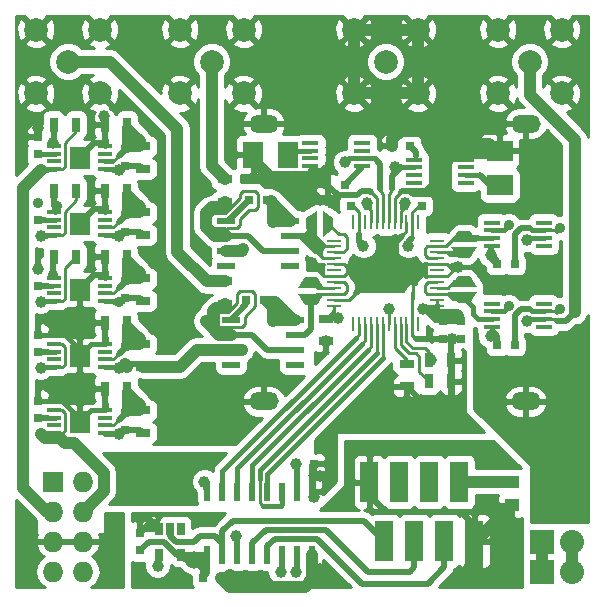
<source format=gtl>
G04 #@! TF.FileFunction,Copper,L1,Top,Signal*
%FSLAX46Y46*%
G04 Gerber Fmt 4.6, Leading zero omitted, Abs format (unit mm)*
G04 Created by KiCad (PCBNEW 4.0.0-2.201512091501+6195~38~ubuntu14.04.1-stable) date Wed 16 Dec 2015 17:24:57 GMT*
%MOMM*%
G01*
G04 APERTURE LIST*
%ADD10C,0.100000*%
%ADD11C,0.300000*%
%ADD12R,1.500000X3.500000*%
%ADD13R,1.250000X1.000000*%
%ADD14R,0.700000X1.300000*%
%ADD15R,1.300000X0.700000*%
%ADD16R,0.250000X1.300000*%
%ADD17R,1.300000X0.250000*%
%ADD18R,1.450000X0.450000*%
%ADD19R,1.550000X0.600000*%
%ADD20R,0.650000X1.060000*%
%ADD21R,0.600000X1.500000*%
%ADD22R,0.800000X0.750000*%
%ADD23R,0.750000X0.800000*%
%ADD24R,2.230000X1.800000*%
%ADD25R,1.800000X2.230000*%
%ADD26R,2.032000X2.032000*%
%ADD27O,2.032000X2.032000*%
%ADD28R,1.727200X1.727200*%
%ADD29O,1.727200X1.727200*%
%ADD30O,2.500000X1.500000*%
%ADD31C,1.998980*%
%ADD32R,1.170000X0.406400*%
%ADD33R,1.680000X1.880000*%
%ADD34C,0.300000*%
%ADD35C,1.000000*%
%ADD36C,0.889000*%
%ADD37C,1.500000*%
%ADD38C,0.508000*%
%ADD39C,0.254000*%
%ADD40C,0.381000*%
%ADD41C,1.016000*%
%ADD42C,0.768000*%
%ADD43C,1.500000*%
G04 APERTURE END LIST*
D10*
D11*
X134366000Y-124206000D02*
X134366000Y-124714000D01*
D12*
X130683000Y-140248000D03*
X131953000Y-145248000D03*
X133223000Y-140248000D03*
X134493000Y-145248000D03*
X135763000Y-140248000D03*
X137033000Y-145248000D03*
X138303000Y-140248000D03*
X139573000Y-145248000D03*
D13*
X142748000Y-140224000D03*
X142748000Y-142224000D03*
D14*
X135702000Y-129921000D03*
X137602000Y-129921000D03*
D15*
X127000000Y-126431000D03*
X127000000Y-128331000D03*
X133858000Y-130241000D03*
X133858000Y-132141000D03*
D14*
X135702000Y-131699000D03*
X137602000Y-131699000D03*
X105852000Y-121158000D03*
X103952000Y-121158000D03*
X105852000Y-115570000D03*
X103952000Y-115570000D03*
D15*
X111506000Y-124902000D03*
X111506000Y-123002000D03*
D14*
X110170000Y-121158000D03*
X108270000Y-121158000D03*
D15*
X111506000Y-130490000D03*
X111506000Y-128590000D03*
D14*
X110170000Y-126746000D03*
X108270000Y-126746000D03*
D15*
X111506000Y-119314000D03*
X111506000Y-117414000D03*
D14*
X110170000Y-115570000D03*
X108270000Y-115570000D03*
X105852000Y-109982000D03*
X103952000Y-109982000D03*
D15*
X111506000Y-113726000D03*
X111506000Y-111826000D03*
D14*
X110170000Y-109982000D03*
X108270000Y-109982000D03*
D15*
X111506000Y-136078000D03*
X111506000Y-134178000D03*
D14*
X110170000Y-132334000D03*
X108270000Y-132334000D03*
D16*
X129330000Y-126905000D03*
X129830000Y-126905000D03*
X130330000Y-126905000D03*
X130830000Y-126905000D03*
X131330000Y-126905000D03*
X131830000Y-126905000D03*
X132330000Y-126905000D03*
X132830000Y-126905000D03*
X133330000Y-126905000D03*
X133830000Y-126905000D03*
X134330000Y-126905000D03*
X134830000Y-126905000D03*
D17*
X136430000Y-125305000D03*
X136430000Y-124805000D03*
X136430000Y-124305000D03*
X136430000Y-123805000D03*
X136430000Y-123305000D03*
X136430000Y-122805000D03*
X136430000Y-122305000D03*
X136430000Y-121805000D03*
X136430000Y-121305000D03*
X136430000Y-120805000D03*
X136430000Y-120305000D03*
X136430000Y-119805000D03*
D16*
X134830000Y-118205000D03*
X134330000Y-118205000D03*
X133830000Y-118205000D03*
X133330000Y-118205000D03*
X132830000Y-118205000D03*
X132330000Y-118205000D03*
X131830000Y-118205000D03*
X131330000Y-118205000D03*
X130830000Y-118205000D03*
X130330000Y-118205000D03*
X129830000Y-118205000D03*
X129330000Y-118205000D03*
D17*
X127730000Y-119805000D03*
X127730000Y-120305000D03*
X127730000Y-120805000D03*
X127730000Y-121305000D03*
X127730000Y-121805000D03*
X127730000Y-122305000D03*
X127730000Y-122805000D03*
X127730000Y-123305000D03*
X127730000Y-123805000D03*
X127730000Y-124305000D03*
X127730000Y-124805000D03*
X127730000Y-125305000D03*
D18*
X141056000Y-125136000D03*
X141056000Y-125786000D03*
X141056000Y-126436000D03*
X141056000Y-127086000D03*
X145456000Y-127086000D03*
X145456000Y-126436000D03*
X145456000Y-125786000D03*
X145456000Y-125136000D03*
X141056000Y-118278000D03*
X141056000Y-118928000D03*
X141056000Y-119578000D03*
X141056000Y-120228000D03*
X145456000Y-120228000D03*
X145456000Y-119578000D03*
X145456000Y-118928000D03*
X145456000Y-118278000D03*
D19*
X124366000Y-130302000D03*
X124366000Y-129032000D03*
X124366000Y-127762000D03*
X124366000Y-126492000D03*
X118966000Y-126492000D03*
X118966000Y-127762000D03*
X118966000Y-129032000D03*
X118966000Y-130302000D03*
X123985000Y-121920000D03*
X123985000Y-120650000D03*
X123985000Y-119380000D03*
X123985000Y-118110000D03*
X118585000Y-118110000D03*
X118585000Y-119380000D03*
X118585000Y-120650000D03*
X118585000Y-121920000D03*
D20*
X114742000Y-144188000D03*
X113792000Y-144188000D03*
X112842000Y-144188000D03*
X112842000Y-146388000D03*
X114742000Y-146388000D03*
D21*
X116967000Y-146464000D03*
X118237000Y-146464000D03*
X119507000Y-146464000D03*
X120777000Y-146464000D03*
X122047000Y-146464000D03*
X123317000Y-146464000D03*
X124587000Y-146464000D03*
X125857000Y-146464000D03*
X125857000Y-141064000D03*
X124587000Y-141064000D03*
X123317000Y-141064000D03*
X122047000Y-141064000D03*
X120777000Y-141064000D03*
X119507000Y-141064000D03*
X118237000Y-141064000D03*
X116967000Y-141064000D03*
D22*
X129094800Y-116840000D03*
X130594800Y-116840000D03*
X135116000Y-116840000D03*
X133616000Y-116840000D03*
D23*
X138430000Y-126631000D03*
X138430000Y-128131000D03*
X136906000Y-126631000D03*
X136906000Y-128131000D03*
D22*
X142990000Y-128651000D03*
X141490000Y-128651000D03*
X142990000Y-121793000D03*
X141490000Y-121793000D03*
X120281000Y-124841000D03*
X121781000Y-124841000D03*
X120535000Y-116332000D03*
X122035000Y-116332000D03*
D24*
X141732000Y-112205000D03*
X141732000Y-115125000D03*
D25*
X120841000Y-112522000D03*
X123761000Y-112522000D03*
D22*
X134100000Y-111760000D03*
X132600000Y-111760000D03*
X128639000Y-115062000D03*
X127139000Y-115062000D03*
D23*
X102616000Y-123686000D03*
X102616000Y-122186000D03*
X102616000Y-129274000D03*
X102616000Y-127774000D03*
X102616000Y-118098000D03*
X102616000Y-116598000D03*
X109982000Y-124702000D03*
X109982000Y-123202000D03*
X109982000Y-130290000D03*
X109982000Y-128790000D03*
X109982000Y-119114000D03*
X109982000Y-117614000D03*
X102616000Y-112510000D03*
X102616000Y-111010000D03*
X102616000Y-134862000D03*
X102616000Y-133362000D03*
X109982000Y-113526000D03*
X109982000Y-112026000D03*
X109982000Y-135878000D03*
X109982000Y-134378000D03*
D22*
X124472000Y-138684000D03*
X125972000Y-138684000D03*
D10*
G36*
X126742000Y-117264000D02*
X127642000Y-117864000D01*
X127642000Y-118864000D01*
X126742000Y-119464000D01*
X126742000Y-117264000D01*
X126742000Y-117264000D01*
G37*
G36*
X126242000Y-119464000D02*
X125342000Y-118864000D01*
X125342000Y-117864000D01*
X126242000Y-117264000D01*
X126242000Y-119464000D01*
X126242000Y-119464000D01*
G37*
G36*
X124630000Y-123829000D02*
X125230000Y-122929000D01*
X126230000Y-122929000D01*
X126830000Y-123829000D01*
X124630000Y-123829000D01*
X124630000Y-123829000D01*
G37*
G36*
X126830000Y-124329000D02*
X126230000Y-125229000D01*
X125230000Y-125229000D01*
X124630000Y-124329000D01*
X126830000Y-124329000D01*
X126830000Y-124329000D01*
G37*
G36*
X139784000Y-120392000D02*
X139184000Y-121292000D01*
X138184000Y-121292000D01*
X137584000Y-120392000D01*
X139784000Y-120392000D01*
X139784000Y-120392000D01*
G37*
G36*
X137584000Y-119892000D02*
X138184000Y-118992000D01*
X139184000Y-118992000D01*
X139784000Y-119892000D01*
X137584000Y-119892000D01*
X137584000Y-119892000D01*
G37*
G36*
X137584000Y-123702000D02*
X138184000Y-122802000D01*
X139184000Y-122802000D01*
X139784000Y-123702000D01*
X137584000Y-123702000D01*
X137584000Y-123702000D01*
G37*
G36*
X139784000Y-124202000D02*
X139184000Y-125102000D01*
X138184000Y-125102000D01*
X137584000Y-124202000D01*
X139784000Y-124202000D01*
X139784000Y-124202000D01*
G37*
D18*
X125689000Y-111547000D03*
X125689000Y-112197000D03*
X125689000Y-112847000D03*
X125689000Y-113497000D03*
X130089000Y-113497000D03*
X130089000Y-112847000D03*
X130089000Y-112197000D03*
X130089000Y-111547000D03*
X138852000Y-114894000D03*
X138852000Y-114244000D03*
X138852000Y-113594000D03*
X138852000Y-112944000D03*
X134452000Y-112944000D03*
X134452000Y-113594000D03*
X134452000Y-114244000D03*
X134452000Y-114894000D03*
D26*
X145288000Y-147828000D03*
D27*
X147828000Y-147828000D03*
D26*
X145288000Y-145288000D03*
D27*
X147828000Y-145288000D03*
D28*
X103886000Y-140208000D03*
D29*
X106426000Y-140208000D03*
X103886000Y-142748000D03*
X106426000Y-142748000D03*
X103886000Y-145288000D03*
X106426000Y-145288000D03*
X103886000Y-147828000D03*
X106426000Y-147828000D03*
D30*
X121742000Y-133416000D03*
X143942000Y-109916000D03*
D31*
X144272000Y-104648000D03*
X146972020Y-101947980D03*
X141571980Y-101947980D03*
X141571980Y-107348020D03*
X146972020Y-107348020D03*
X117348000Y-104648000D03*
X120048020Y-101947980D03*
X114647980Y-101947980D03*
X114647980Y-107348020D03*
X120048020Y-107348020D03*
X105156000Y-104648000D03*
X107856020Y-101947980D03*
X102455980Y-101947980D03*
X102455980Y-107348020D03*
X107856020Y-107348020D03*
X132080000Y-104648000D03*
X134780020Y-101947980D03*
X129379980Y-101947980D03*
X129379980Y-107348020D03*
X134780020Y-107348020D03*
D30*
X143942000Y-133416000D03*
X121742000Y-109916000D03*
D23*
X111252000Y-146038000D03*
X111252000Y-144538000D03*
D22*
X116598000Y-148336000D03*
X118098000Y-148336000D03*
D32*
X108344500Y-136105900D03*
X108344500Y-135458200D03*
X108344500Y-134797800D03*
X108344500Y-134150100D03*
X103999500Y-134150100D03*
X103999500Y-134797800D03*
X103999500Y-135458200D03*
X103999500Y-136105900D03*
D33*
X106172000Y-135128000D03*
D32*
X108344500Y-113753900D03*
X108344500Y-113106200D03*
X108344500Y-112445800D03*
X108344500Y-111798100D03*
X103999500Y-111798100D03*
X103999500Y-112445800D03*
X103999500Y-113106200D03*
X103999500Y-113753900D03*
D33*
X106172000Y-112776000D03*
D32*
X108344500Y-119341900D03*
X108344500Y-118694200D03*
X108344500Y-118033800D03*
X108344500Y-117386100D03*
X103999500Y-117386100D03*
X103999500Y-118033800D03*
X103999500Y-118694200D03*
X103999500Y-119341900D03*
D33*
X106172000Y-118364000D03*
D32*
X108344500Y-130517900D03*
X108344500Y-129870200D03*
X108344500Y-129209800D03*
X108344500Y-128562100D03*
X103999500Y-128562100D03*
X103999500Y-129209800D03*
X103999500Y-129870200D03*
X103999500Y-130517900D03*
D33*
X106172000Y-129540000D03*
D32*
X108344500Y-124929900D03*
X108344500Y-124282200D03*
X108344500Y-123621800D03*
X108344500Y-122974100D03*
X103999500Y-122974100D03*
X103999500Y-123621800D03*
X103999500Y-124282200D03*
X103999500Y-124929900D03*
D33*
X106172000Y-123952000D03*
D15*
X118491000Y-123256000D03*
X118491000Y-125156000D03*
X118491000Y-114620000D03*
X118491000Y-116520000D03*
D34*
X134366000Y-124714000D03*
X134366000Y-124206000D03*
D35*
X130175000Y-120269000D03*
D36*
X146812000Y-118745000D03*
X146812000Y-125603000D03*
X109474000Y-124968000D03*
D35*
X133985000Y-120269000D03*
X138176000Y-122047000D03*
X102616000Y-122186000D03*
D36*
X102616000Y-116598000D03*
D35*
X108204000Y-109220000D03*
X102616000Y-110236000D03*
X127508000Y-116586000D03*
X111760000Y-104140000D03*
X125857000Y-121666000D03*
X127127000Y-113792000D03*
X137414000Y-112903000D03*
X144145000Y-122936000D03*
X134366000Y-122174000D03*
X146812000Y-128270000D03*
X130048000Y-122174000D03*
X144526000Y-130556000D03*
X140970000Y-121031000D03*
X140970000Y-127889000D03*
X109474000Y-113792000D03*
X130479800Y-116586000D03*
X133731000Y-116586000D03*
X135255000Y-125603000D03*
X124460000Y-138684000D03*
X116713000Y-140208000D03*
X144018000Y-126619000D03*
D36*
X142494000Y-125349000D03*
D35*
X144006000Y-119761000D03*
D36*
X142494000Y-118491000D03*
D35*
X119888000Y-129032000D03*
X109474000Y-130556000D03*
X120015000Y-120523000D03*
X109474000Y-136144000D03*
X122555000Y-126619000D03*
X122555000Y-118237000D03*
X109474000Y-119380000D03*
X142240000Y-115062000D03*
X123698000Y-112268000D03*
X132842000Y-113538000D03*
X128651000Y-113157000D03*
X102870000Y-124968000D03*
X102870000Y-113792000D03*
D37*
X115824000Y-146812000D03*
X138303000Y-140248000D03*
D35*
X111252000Y-148590000D03*
X118872000Y-148082000D03*
D37*
X139192000Y-147828000D03*
X126492000Y-147828000D03*
X130683000Y-140248000D03*
D35*
X112268000Y-143764000D03*
X135890000Y-129921000D03*
X128016000Y-126365000D03*
X133096000Y-140208000D03*
X119380000Y-144780000D03*
X123190000Y-147828000D03*
X135636000Y-140208000D03*
X132334000Y-125603000D03*
D36*
X103886000Y-122682000D03*
X104267000Y-116840000D03*
D35*
X103886000Y-111506000D03*
X112776000Y-147320000D03*
X124460000Y-147828000D03*
X102870000Y-119380000D03*
X102870000Y-130556000D03*
X102870000Y-136144000D03*
X111506000Y-138176000D03*
X137668000Y-128131000D03*
X125984000Y-141478000D03*
X126492000Y-139700000D03*
X127000000Y-128331000D03*
D38*
X129830000Y-119217000D02*
X129830000Y-119924000D01*
X129830000Y-119924000D02*
X130175000Y-120269000D01*
D39*
X129830000Y-118205000D02*
X129830000Y-119217000D01*
X129830000Y-119217000D02*
X129794000Y-119253000D01*
D38*
X146558000Y-118999000D02*
X146812000Y-118745000D01*
D39*
X146487000Y-118928000D02*
X146558000Y-118999000D01*
X145456000Y-118928000D02*
X146487000Y-118928000D01*
D40*
X145456000Y-118928000D02*
X144455000Y-118928000D01*
D38*
X142990000Y-119265000D02*
X143510000Y-118745000D01*
X143510000Y-118745000D02*
X144272000Y-118745000D01*
X142990000Y-119265000D02*
X142990000Y-121793000D01*
D40*
X144455000Y-118928000D02*
X144272000Y-118745000D01*
D38*
X142990000Y-126123000D02*
X142990000Y-128651000D01*
X144018000Y-125603000D02*
X143510000Y-125603000D01*
X143510000Y-125603000D02*
X142990000Y-126123000D01*
X144272000Y-125603000D02*
X144018000Y-125603000D01*
D40*
X144455000Y-125786000D02*
X144272000Y-125603000D01*
X145456000Y-125786000D02*
X144455000Y-125786000D01*
D39*
X145456000Y-125786000D02*
X146487000Y-125786000D01*
D38*
X146558000Y-125857000D02*
X146812000Y-125603000D01*
D39*
X146487000Y-125786000D02*
X146558000Y-125857000D01*
D38*
X109716000Y-124968000D02*
X109982000Y-124702000D01*
D40*
X109052000Y-124927000D02*
X108277000Y-124927000D01*
X109052000Y-124927000D02*
X109093000Y-124968000D01*
D38*
X109716000Y-124968000D02*
X109093000Y-124968000D01*
X111306000Y-124702000D02*
X109982000Y-124702000D01*
X111506000Y-124902000D02*
X111306000Y-124702000D01*
X109716000Y-124968000D02*
X109982000Y-124702000D01*
X109474000Y-124968000D02*
X109716000Y-124968000D01*
D39*
X134874000Y-116840000D02*
X135116000Y-116840000D01*
X134330000Y-117384000D02*
X134874000Y-116840000D01*
X134330000Y-118205000D02*
X134330000Y-117384000D01*
D38*
X134330000Y-119598000D02*
X133985000Y-119943000D01*
X133985000Y-119943000D02*
X133985000Y-120269000D01*
D39*
X134330000Y-118205000D02*
X134330000Y-119598000D01*
X129336800Y-116713000D02*
X129094800Y-116713000D01*
X129273300Y-116840000D02*
X129094800Y-116840000D01*
X129286000Y-116840000D02*
X129094800Y-116840000D01*
X129830000Y-117384000D02*
X129286000Y-116840000D01*
X129830000Y-118205000D02*
X129830000Y-117384000D01*
X134366000Y-124206000D02*
X134366000Y-122174000D01*
D38*
X136080500Y-114871500D02*
X136080500Y-115824000D01*
X136080500Y-115824000D02*
X136144000Y-115824000D01*
X136525000Y-113792000D02*
X136525000Y-115824000D01*
X136525000Y-115824000D02*
X136652000Y-115824000D01*
X136525000Y-112522000D02*
X136906000Y-112903000D01*
X136906000Y-112903000D02*
X136906000Y-115570000D01*
X136906000Y-115570000D02*
X136652000Y-115824000D01*
X134366000Y-115824000D02*
X134112000Y-115570000D01*
X136144000Y-115824000D02*
X134366000Y-115824000D01*
X136652000Y-115824000D02*
X136144000Y-115824000D01*
D39*
X128778000Y-122551000D02*
X128778000Y-122551000D01*
X128524000Y-121805000D02*
X128708500Y-121989500D01*
X128708500Y-121989500D02*
X128778000Y-122059000D01*
X128778000Y-122551000D02*
X128524000Y-122805000D01*
X128778000Y-122059000D02*
X128778000Y-122551000D01*
X127730000Y-122805000D02*
X128524000Y-122805000D01*
X128524000Y-121805000D02*
X127730000Y-121805000D01*
X126746000Y-122428000D02*
X126492000Y-122174000D01*
X126492000Y-122174000D02*
X126492000Y-121920000D01*
X126746000Y-122682000D02*
X125857000Y-121793000D01*
X125857000Y-121793000D02*
X125857000Y-121666000D01*
D41*
X137344500Y-111321500D02*
X136906000Y-111760000D01*
X136906000Y-112522000D02*
X136525000Y-112522000D01*
X136525000Y-112522000D02*
X136525000Y-112522000D01*
X136906000Y-111760000D02*
X136906000Y-112522000D01*
X135636000Y-110490000D02*
X136525000Y-111379000D01*
X136525000Y-111379000D02*
X136525000Y-112522000D01*
X136525000Y-112522000D02*
X136525000Y-113792000D01*
D38*
X136017000Y-114300000D02*
X136017000Y-111633000D01*
X136017000Y-111633000D02*
X134874000Y-110490000D01*
D41*
X132600000Y-111240000D02*
X133350000Y-110490000D01*
X133350000Y-110490000D02*
X134874000Y-110490000D01*
X132600000Y-111760000D02*
X132600000Y-111240000D01*
X136513000Y-110490000D02*
X137344500Y-111321500D01*
X137344500Y-111321500D02*
X137402000Y-111379000D01*
X134874000Y-110490000D02*
X135636000Y-110490000D01*
X135636000Y-110490000D02*
X136513000Y-110490000D01*
D38*
X135699500Y-115379500D02*
X135890000Y-115570000D01*
X136017000Y-114808000D02*
X136080500Y-114871500D01*
X136080500Y-114871500D02*
X136144000Y-114935000D01*
D39*
X137795000Y-122047000D02*
X138176000Y-122047000D01*
X137668000Y-122174000D02*
X137795000Y-122047000D01*
D40*
X105752000Y-134658000D02*
X105752000Y-134454000D01*
X105752000Y-134454000D02*
X104660000Y-133362000D01*
X104660000Y-133362000D02*
X102616000Y-133362000D01*
X108277000Y-134153000D02*
X107097000Y-134153000D01*
X107097000Y-134153000D02*
X106592000Y-134658000D01*
X102616000Y-127774000D02*
X104914000Y-127774000D01*
X104914000Y-127774000D02*
X105752000Y-128612000D01*
X105752000Y-128612000D02*
X105752000Y-129070000D01*
X108277000Y-128565000D02*
X107097000Y-128565000D01*
X107097000Y-128565000D02*
X106592000Y-129070000D01*
D39*
X108270000Y-109286000D02*
X108270000Y-109982000D01*
X108270000Y-109286000D02*
X108204000Y-109220000D01*
X102616000Y-110236000D02*
X102616000Y-111010000D01*
X126492000Y-121920000D02*
X126607000Y-121805000D01*
X126607000Y-121805000D02*
X126861000Y-121805000D01*
X126492000Y-121920000D02*
X126746000Y-122174000D01*
X126746000Y-122174000D02*
X126746000Y-122301000D01*
D38*
X126492000Y-121920000D02*
X126111000Y-121920000D01*
X126111000Y-121920000D02*
X125857000Y-121666000D01*
D39*
X126492000Y-121920000D02*
X126746000Y-121920000D01*
X127730000Y-122805000D02*
X126869000Y-122805000D01*
X126746000Y-122682000D02*
X126746000Y-122428000D01*
X126746000Y-122428000D02*
X126746000Y-122301000D01*
X126869000Y-122805000D02*
X126746000Y-122682000D01*
X126746000Y-121920000D02*
X126861000Y-121805000D01*
X126746000Y-122301000D02*
X126746000Y-121920000D01*
D41*
X134780020Y-107348020D02*
X134780020Y-101947980D01*
X134780020Y-101947980D02*
X129379980Y-101947980D01*
X129379980Y-101947980D02*
X129379980Y-107348020D01*
X129379980Y-107348020D02*
X134780020Y-107348020D01*
D39*
X137299000Y-121805000D02*
X136430000Y-121805000D01*
X137668000Y-122174000D02*
X137299000Y-121805000D01*
X137668000Y-122428000D02*
X137668000Y-122174000D01*
X136430000Y-122805000D02*
X137291000Y-122805000D01*
X137291000Y-122805000D02*
X137668000Y-122428000D01*
D38*
X108270000Y-132334000D02*
X108270000Y-133924000D01*
X108270000Y-133924000D02*
X108277000Y-133931000D01*
D40*
X108277000Y-134153000D02*
X108277000Y-133931000D01*
D38*
X108270000Y-126746000D02*
X108270000Y-128336000D01*
D40*
X108277000Y-128565000D02*
X108277000Y-128343000D01*
D38*
X108270000Y-128336000D02*
X108277000Y-128343000D01*
X108277000Y-117094000D02*
X107392000Y-117094000D01*
X107392000Y-117094000D02*
X106592000Y-117894000D01*
D40*
X108277000Y-117389000D02*
X108277000Y-117094000D01*
D38*
X127127000Y-114554000D02*
X127127000Y-114554000D01*
X127127000Y-113792000D02*
X127127000Y-114554000D01*
X127127000Y-114554000D02*
X127127000Y-115050000D01*
X127127000Y-115050000D02*
X127139000Y-115062000D01*
X137668000Y-112141000D02*
X138430000Y-112903000D01*
X138430000Y-112903000D02*
X137414000Y-112903000D01*
X138684000Y-112649000D02*
X138430000Y-112903000D01*
X141732000Y-112205000D02*
X141160000Y-111633000D01*
X141160000Y-111633000D02*
X138176000Y-111633000D01*
X140462000Y-111887000D02*
X137910000Y-111887000D01*
X138176000Y-111887000D02*
X138176000Y-111633000D01*
X137910000Y-111887000D02*
X138176000Y-111887000D01*
X140462000Y-112395000D02*
X138418000Y-112395000D01*
X138684000Y-112395000D02*
X138684000Y-112649000D01*
X138418000Y-112395000D02*
X138684000Y-112395000D01*
X137789000Y-111766000D02*
X137922000Y-111633000D01*
X137922000Y-111633000D02*
X138176000Y-111633000D01*
X140462000Y-111887000D02*
X140462000Y-112649000D01*
X140462000Y-112649000D02*
X140462000Y-112395000D01*
X140462000Y-112395000D02*
X140462000Y-112649000D01*
X141732000Y-112205000D02*
X140906000Y-111379000D01*
X139192000Y-112649000D02*
X138684000Y-112649000D01*
D39*
X139147000Y-112649000D02*
X139192000Y-112649000D01*
D38*
X138684000Y-112649000D02*
X138672000Y-112649000D01*
X138672000Y-112649000D02*
X137789000Y-111766000D01*
X139147000Y-112649000D02*
X140462000Y-112649000D01*
X140462000Y-112649000D02*
X141288000Y-112649000D01*
X141288000Y-112649000D02*
X141732000Y-112205000D01*
D39*
X138852000Y-112944000D02*
X139147000Y-112649000D01*
D40*
X108270000Y-111794000D02*
X108270000Y-111506000D01*
X108277000Y-111801000D02*
X108270000Y-111794000D01*
D38*
X107392000Y-111506000D02*
X108270000Y-111506000D01*
X106592000Y-112306000D02*
X107392000Y-111506000D01*
D40*
X108277000Y-122682000D02*
X108277000Y-122977000D01*
D38*
X107392000Y-122682000D02*
X108277000Y-122682000D01*
X106592000Y-123482000D02*
X107392000Y-122682000D01*
X108270000Y-109982000D02*
X108270000Y-111506000D01*
X108277000Y-115577000D02*
X108270000Y-115570000D01*
X108277000Y-117094000D02*
X108277000Y-115577000D01*
X108270000Y-122682000D02*
X108277000Y-122682000D01*
X108270000Y-121158000D02*
X108270000Y-122682000D01*
X137402000Y-112141000D02*
X137668000Y-112141000D01*
X137402000Y-112891000D02*
X137402000Y-112141000D01*
X137414000Y-112903000D02*
X137402000Y-112891000D01*
X137402000Y-112141000D02*
X137402000Y-111379000D01*
X140906000Y-111379000D02*
X137402000Y-111379000D01*
X137789000Y-111766000D02*
X137402000Y-111379000D01*
X136906000Y-113411000D02*
X137414000Y-112903000D01*
X136017000Y-115062000D02*
X136017000Y-114808000D01*
X136017000Y-114808000D02*
X136017000Y-114300000D01*
X136017000Y-114300000D02*
X136525000Y-113792000D01*
X134112000Y-115570000D02*
X135509000Y-115570000D01*
X135699500Y-115379500D02*
X135509000Y-115570000D01*
X136017000Y-115062000D02*
X135699500Y-115379500D01*
X136525000Y-113792000D02*
X136906000Y-113411000D01*
D39*
X132830000Y-116217000D02*
X133350000Y-115697000D01*
X132830000Y-118205000D02*
X132830000Y-116217000D01*
D38*
X133477000Y-115570000D02*
X134112000Y-115570000D01*
X133350000Y-115697000D02*
X133477000Y-115570000D01*
D39*
X133830000Y-118205000D02*
X133830000Y-119027000D01*
D40*
X135394000Y-122694000D02*
X135505000Y-122805000D01*
D39*
X135505000Y-122805000D02*
X136430000Y-122805000D01*
D40*
X135382000Y-122682000D02*
X135394000Y-122694000D01*
X135394000Y-121920000D02*
X135394000Y-122694000D01*
X135394000Y-121805000D02*
X135394000Y-121920000D01*
X135501498Y-121812502D02*
X135394000Y-121920000D01*
D39*
X135509000Y-121805000D02*
X135501498Y-121812502D01*
X136430000Y-121805000D02*
X135509000Y-121805000D01*
D38*
X130683000Y-115570000D02*
X130048000Y-115570000D01*
X130048000Y-115570000D02*
X129667000Y-115951000D01*
X129667000Y-115951000D02*
X128028000Y-115951000D01*
X128028000Y-115951000D02*
X127139000Y-115062000D01*
D39*
X131330000Y-118205000D02*
X131330000Y-116217000D01*
X131330000Y-116217000D02*
X130810000Y-115697000D01*
D38*
X130810000Y-115697000D02*
X130683000Y-115570000D01*
D40*
X125984000Y-113792000D02*
X127127000Y-113792000D01*
X125689000Y-113497000D02*
X125984000Y-113792000D01*
D41*
X120841000Y-112967000D02*
X120841000Y-112522000D01*
X126492000Y-114427000D02*
X122301000Y-114427000D01*
X127127000Y-113792000D02*
X126492000Y-114427000D01*
X122301000Y-114427000D02*
X120841000Y-112967000D01*
D38*
X130048000Y-123698000D02*
X130048000Y-122174000D01*
D39*
X128941000Y-124805000D02*
X129540000Y-124206000D01*
D38*
X129540000Y-124206000D02*
X130048000Y-123698000D01*
D39*
X127730000Y-124805000D02*
X128941000Y-124805000D01*
D41*
X133985000Y-122555000D02*
X134366000Y-122174000D01*
D39*
X134330000Y-122210000D02*
X134366000Y-122174000D01*
D38*
X132969000Y-119888000D02*
X132969000Y-121285000D01*
X133858000Y-122174000D02*
X134366000Y-122174000D01*
X132969000Y-121285000D02*
X133858000Y-122174000D01*
X133477000Y-119380000D02*
X132969000Y-119888000D01*
D39*
X133830000Y-119027000D02*
X133477000Y-119380000D01*
X134330000Y-122210000D02*
X134366000Y-122174000D01*
D38*
X140970000Y-121031000D02*
X141490000Y-121551000D01*
X141490000Y-121551000D02*
X141490000Y-121793000D01*
X140970000Y-121031000D02*
X140970000Y-121273000D01*
X140970000Y-121273000D02*
X141490000Y-121793000D01*
X140970000Y-120523000D02*
X140970000Y-121031000D01*
D39*
X140970000Y-120523000D02*
X141056000Y-120437000D01*
X141056000Y-120228000D02*
X141056000Y-120437000D01*
D40*
X141056000Y-127086000D02*
X141056000Y-127201000D01*
D38*
X141224000Y-127635000D02*
X141056000Y-127467000D01*
D40*
X141056000Y-127467000D02*
X141056000Y-127086000D01*
D38*
X141490000Y-127901000D02*
X141224000Y-127635000D01*
X141490000Y-128651000D02*
X141490000Y-127901000D01*
X140970000Y-127889000D02*
X141224000Y-127635000D01*
X109716000Y-113792000D02*
X109982000Y-113526000D01*
D40*
X108925000Y-113751000D02*
X108966000Y-113792000D01*
X108925000Y-113751000D02*
X108277000Y-113751000D01*
D38*
X109716000Y-113792000D02*
X108966000Y-113792000D01*
X109716000Y-113792000D02*
X109982000Y-113526000D01*
X109474000Y-113792000D02*
X109716000Y-113792000D01*
X111306000Y-113526000D02*
X111506000Y-113726000D01*
X109982000Y-113526000D02*
X111306000Y-113526000D01*
D39*
X133330000Y-118205000D02*
X133330000Y-117368000D01*
X133330000Y-117368000D02*
X133616000Y-117082000D01*
X133616000Y-117082000D02*
X133616000Y-116840000D01*
X130467800Y-116955000D02*
X130467800Y-116713000D01*
X130830000Y-117241000D02*
X130467800Y-116955000D01*
X130830000Y-118205000D02*
X130830000Y-117241000D01*
X130467800Y-116598000D02*
X130467800Y-116840000D01*
X130479800Y-116586000D02*
X130467800Y-116598000D01*
X135636000Y-125476000D02*
X136144000Y-125984000D01*
X136144000Y-125984000D02*
X136144000Y-125869000D01*
X135890000Y-125476000D02*
X135890000Y-125615000D01*
X135890000Y-125615000D02*
X136144000Y-125869000D01*
X136144000Y-125869000D02*
X136430000Y-126155000D01*
X135636000Y-125476000D02*
X135890000Y-125476000D01*
X135890000Y-125476000D02*
X136259000Y-125476000D01*
X136259000Y-125476000D02*
X136144000Y-125591000D01*
X135382000Y-125476000D02*
X135636000Y-125476000D01*
X136144000Y-125591000D02*
X136430000Y-125305000D01*
X136398000Y-126631000D02*
X136398000Y-126492000D01*
X136398000Y-126492000D02*
X135382000Y-125476000D01*
X135382000Y-125476000D02*
X135211000Y-125305000D01*
X136398000Y-126631000D02*
X136906000Y-126631000D01*
X136283000Y-126631000D02*
X136398000Y-126631000D01*
X135255000Y-125603000D02*
X136283000Y-126631000D01*
X135211000Y-125305000D02*
X136430000Y-125305000D01*
D38*
X138430000Y-126111000D02*
X138176000Y-126111000D01*
X138176000Y-126111000D02*
X138132000Y-126155000D01*
X138132000Y-126155000D02*
X136430000Y-126155000D01*
X136430000Y-125857000D02*
X136525000Y-125857000D01*
X136525000Y-125857000D02*
X137668000Y-125857000D01*
X137668000Y-125857000D02*
X138176000Y-125857000D01*
X136474000Y-125349000D02*
X136430000Y-125305000D01*
X136906000Y-126631000D02*
X138430000Y-126631000D01*
X138176000Y-125857000D02*
X138430000Y-126111000D01*
X138430000Y-126111000D02*
X138430000Y-126631000D01*
D39*
X136430000Y-124805000D02*
X136430000Y-125095000D01*
X136430000Y-125095000D02*
X136430000Y-125305000D01*
D38*
X136430000Y-125305000D02*
X136430000Y-125857000D01*
X136430000Y-125857000D02*
X136430000Y-126155000D01*
X136430000Y-126155000D02*
X136906000Y-126631000D01*
D39*
X116840000Y-140937000D02*
X116967000Y-141064000D01*
D38*
X124587000Y-138799000D02*
X124587000Y-141064000D01*
D39*
X124472000Y-138684000D02*
X124587000Y-138799000D01*
X116713000Y-140810000D02*
X116967000Y-141064000D01*
X116713000Y-140208000D02*
X116713000Y-140810000D01*
X146375000Y-126436000D02*
X146558000Y-126619000D01*
X145456000Y-126436000D02*
X146375000Y-126436000D01*
D38*
X147320000Y-126619000D02*
X148082000Y-125857000D01*
X146558000Y-126619000D02*
X147320000Y-126619000D01*
D40*
X144343000Y-126436000D02*
X144160000Y-126619000D01*
X144160000Y-126619000D02*
X144018000Y-126619000D01*
X145456000Y-126436000D02*
X144343000Y-126436000D01*
D41*
X144272000Y-107442000D02*
X148082000Y-111252000D01*
X148082000Y-111252000D02*
X148082000Y-125857000D01*
X144272000Y-104648000D02*
X144272000Y-107442000D01*
D40*
X142057000Y-125786000D02*
X142494000Y-125349000D01*
X141056000Y-125786000D02*
X142057000Y-125786000D01*
X145456000Y-119578000D02*
X144189000Y-119578000D01*
D39*
X144189000Y-119578000D02*
X144006000Y-119761000D01*
D38*
X144006000Y-119761000D02*
X144018000Y-119761000D01*
D40*
X141056000Y-118928000D02*
X142057000Y-118928000D01*
X142057000Y-118928000D02*
X142494000Y-118491000D01*
D41*
X118966000Y-129032000D02*
X119888000Y-129032000D01*
X111506000Y-130490000D02*
X114620000Y-130490000D01*
X116078000Y-129032000D02*
X118966000Y-129032000D01*
X114620000Y-130490000D02*
X116078000Y-129032000D01*
X110182000Y-130490000D02*
X109982000Y-130290000D01*
D38*
X111506000Y-130490000D02*
X111306000Y-130290000D01*
X111306000Y-130290000D02*
X109982000Y-130290000D01*
X109220000Y-130556000D02*
X109474000Y-130556000D01*
D40*
X108277000Y-130515000D02*
X109179000Y-130515000D01*
X109179000Y-130515000D02*
X109220000Y-130556000D01*
D38*
X109474000Y-130556000D02*
X109716000Y-130556000D01*
X109716000Y-130556000D02*
X109982000Y-130290000D01*
D41*
X119888000Y-120650000D02*
X120015000Y-120523000D01*
X118585000Y-120650000D02*
X119888000Y-120650000D01*
X120015000Y-120523000D02*
X119888000Y-120650000D01*
D42*
X121781000Y-124841000D02*
X122555000Y-125615000D01*
X124366000Y-126492000D02*
X122715000Y-124841000D01*
X122715000Y-124841000D02*
X121781000Y-124841000D01*
D41*
X122555000Y-125615000D02*
X123432000Y-126492000D01*
X123432000Y-126492000D02*
X123432000Y-126377000D01*
X123432000Y-126377000D02*
X123444000Y-126365000D01*
X123444000Y-126365000D02*
X123444000Y-126492000D01*
X122555000Y-126619000D02*
X122555000Y-125615000D01*
D38*
X109982000Y-135878000D02*
X111306000Y-135878000D01*
X111306000Y-135878000D02*
X111506000Y-136078000D01*
X109474000Y-136144000D02*
X109740000Y-135878000D01*
X109740000Y-135878000D02*
X109982000Y-135878000D01*
D40*
X108318000Y-136144000D02*
X108966000Y-136144000D01*
D38*
X109474000Y-136144000D02*
X108966000Y-136144000D01*
D40*
X108277000Y-136103000D02*
X108318000Y-136144000D01*
D41*
X124366000Y-126492000D02*
X123444000Y-126492000D01*
X123444000Y-126492000D02*
X122682000Y-126492000D01*
X122682000Y-126492000D02*
X122555000Y-126619000D01*
X122682000Y-118110000D02*
X122555000Y-118237000D01*
X123985000Y-118110000D02*
X122682000Y-118110000D01*
D38*
X122334000Y-116459000D02*
X122035000Y-116459000D01*
D41*
X122555000Y-116680000D02*
X122334000Y-116459000D01*
X123985000Y-118110000D02*
X122555000Y-116680000D01*
X122555000Y-117221000D02*
X122555000Y-116680000D01*
X122555000Y-116680000D02*
X122555000Y-117221000D01*
X122555000Y-118237000D02*
X122555000Y-116680000D01*
D38*
X140906000Y-115125000D02*
X140208000Y-114427000D01*
X140025000Y-114244000D02*
X140208000Y-114427000D01*
D40*
X140025000Y-114244000D02*
X138852000Y-114244000D01*
D41*
X142177000Y-115125000D02*
X141732000Y-115125000D01*
D38*
X111506000Y-119314000D02*
X111306000Y-119114000D01*
X111306000Y-119114000D02*
X109982000Y-119114000D01*
X109474000Y-119380000D02*
X109740000Y-119114000D01*
X109740000Y-119114000D02*
X109982000Y-119114000D01*
X108966000Y-119380000D02*
X109474000Y-119380000D01*
D40*
X108925000Y-119339000D02*
X108966000Y-119380000D01*
X108277000Y-119339000D02*
X108925000Y-119339000D01*
D38*
X140906000Y-115125000D02*
X141732000Y-115125000D01*
D41*
X142240000Y-115062000D02*
X142177000Y-115125000D01*
D39*
X124086000Y-112197000D02*
X123761000Y-112522000D01*
D40*
X125689000Y-112197000D02*
X124086000Y-112197000D01*
D38*
X123761000Y-112331000D02*
X123761000Y-112522000D01*
X123698000Y-112268000D02*
X123761000Y-112331000D01*
X134100000Y-111760000D02*
X134620000Y-112280000D01*
D39*
X134620000Y-112649000D02*
X134620000Y-112776000D01*
D38*
X134620000Y-112280000D02*
X134620000Y-112649000D01*
D39*
X134452000Y-112944000D02*
X134620000Y-112776000D01*
D38*
X130089000Y-113612000D02*
X128639000Y-115062000D01*
D39*
X130089000Y-113497000D02*
X130089000Y-113612000D01*
D38*
X133350000Y-113594000D02*
X133294000Y-113538000D01*
X133294000Y-113538000D02*
X132842000Y-113538000D01*
D40*
X133350000Y-113594000D02*
X134452000Y-113594000D01*
D39*
X133279000Y-113594000D02*
X133350000Y-113594000D01*
X132330000Y-118205000D02*
X132330000Y-115955000D01*
X132330000Y-115955000D02*
X132588000Y-115443000D01*
D38*
X132588000Y-114356000D02*
X132588000Y-115443000D01*
X133350000Y-113594000D02*
X132588000Y-114356000D01*
D40*
X128961000Y-112847000D02*
X128651000Y-113157000D01*
X130089000Y-112847000D02*
X128961000Y-112847000D01*
D38*
X131572000Y-113284000D02*
X131318000Y-113030000D01*
D40*
X131135000Y-112847000D02*
X130089000Y-112847000D01*
X131135000Y-112847000D02*
X131318000Y-113030000D01*
D39*
X131832000Y-115953000D02*
X131572000Y-115443000D01*
X131830000Y-118205000D02*
X131832000Y-115953000D01*
D38*
X131572000Y-115443000D02*
X131572000Y-113284000D01*
D39*
X104902000Y-122108000D02*
X105852000Y-121158000D01*
X104902000Y-124714000D02*
X104902000Y-122108000D01*
X104689000Y-124927000D02*
X104902000Y-124714000D01*
X104067000Y-124927000D02*
X104689000Y-124927000D01*
D40*
X103165000Y-124927000D02*
X104067000Y-124927000D01*
D38*
X102870000Y-124968000D02*
X103124000Y-124968000D01*
D40*
X103165000Y-124927000D02*
X103124000Y-124968000D01*
D38*
X102929000Y-123627000D02*
X102870000Y-123686000D01*
D40*
X103449000Y-123627000D02*
X103813000Y-123627000D01*
D38*
X102929000Y-123627000D02*
X103449000Y-123627000D01*
D40*
X104067000Y-129215000D02*
X103449000Y-129215000D01*
D38*
X102675000Y-129215000D02*
X102616000Y-129274000D01*
X103449000Y-129215000D02*
X102675000Y-129215000D01*
X103136000Y-118098000D02*
X102616000Y-118098000D01*
D40*
X104067000Y-118039000D02*
X103195000Y-118039000D01*
D38*
X103195000Y-118039000D02*
X103136000Y-118098000D01*
X111306000Y-123202000D02*
X111506000Y-123002000D01*
X110756000Y-123202000D02*
X111306000Y-123202000D01*
X109982000Y-123202000D02*
X110756000Y-123202000D01*
X109982000Y-121346000D02*
X110170000Y-121158000D01*
X109982000Y-121920000D02*
X109982000Y-121346000D01*
X109982000Y-122682000D02*
X109982000Y-121920000D01*
X109982000Y-123202000D02*
X109982000Y-122682000D01*
X111506000Y-122494000D02*
X110170000Y-121158000D01*
X111506000Y-123002000D02*
X111506000Y-122494000D01*
X110424000Y-121920000D02*
X111506000Y-123002000D01*
X109982000Y-121920000D02*
X110424000Y-121920000D01*
X109982000Y-121920000D02*
X109982000Y-121920000D01*
X111306000Y-123202000D02*
X111506000Y-123002000D01*
X110024000Y-121920000D02*
X111306000Y-123202000D01*
X109982000Y-121920000D02*
X110024000Y-121920000D01*
X110236000Y-122682000D02*
X110756000Y-123202000D01*
X109982000Y-122682000D02*
X110236000Y-122682000D01*
X109982000Y-123317000D02*
X109982000Y-123202000D01*
D39*
X109016800Y-124282200D02*
X108344500Y-124282200D01*
X109016800Y-124282200D02*
X109474000Y-123825000D01*
D38*
X109982000Y-123317000D02*
X109474000Y-123825000D01*
X109982000Y-128270000D02*
X110236000Y-128270000D01*
X110236000Y-128270000D02*
X110756000Y-128790000D01*
X109982000Y-127508000D02*
X110024000Y-127508000D01*
X110024000Y-127508000D02*
X111306000Y-128790000D01*
X111306000Y-128790000D02*
X111506000Y-128590000D01*
X109982000Y-127508000D02*
X109982000Y-127508000D01*
X109982000Y-127508000D02*
X110424000Y-127508000D01*
X110424000Y-127508000D02*
X111506000Y-128590000D01*
X109982000Y-128790000D02*
X109982000Y-128270000D01*
X109982000Y-128270000D02*
X109982000Y-127508000D01*
X109982000Y-127508000D02*
X109982000Y-126934000D01*
X109982000Y-126934000D02*
X110170000Y-126746000D01*
X109982000Y-128790000D02*
X110756000Y-128790000D01*
X110756000Y-128790000D02*
X111306000Y-128790000D01*
X111306000Y-128790000D02*
X111506000Y-128590000D01*
X111506000Y-128590000D02*
X111506000Y-128082000D01*
X111506000Y-128082000D02*
X110170000Y-126746000D01*
X109982000Y-128905000D02*
X109982000Y-128790000D01*
D39*
X109016800Y-129870200D02*
X108344500Y-129870200D01*
X109016800Y-129870200D02*
X109474000Y-129413000D01*
D38*
X109982000Y-128905000D02*
X109474000Y-129413000D01*
D40*
X109970000Y-117614000D02*
X109982000Y-117614000D01*
D38*
X111506000Y-117414000D02*
X111306000Y-117614000D01*
X111306000Y-117614000D02*
X110744000Y-117614000D01*
X110744000Y-117614000D02*
X109982000Y-117614000D01*
X109982000Y-116840000D02*
X109982000Y-117614000D01*
X109982000Y-116332000D02*
X109982000Y-116840000D01*
X109982000Y-115758000D02*
X109982000Y-116332000D01*
X110170000Y-115570000D02*
X109982000Y-115758000D01*
X111506000Y-116906000D02*
X110170000Y-115570000D01*
X111506000Y-117414000D02*
X111506000Y-116906000D01*
X110424000Y-116332000D02*
X111506000Y-117414000D01*
X109982000Y-116332000D02*
X110424000Y-116332000D01*
X109982000Y-116332000D02*
X109982000Y-116332000D01*
X110744000Y-117094000D02*
X110744000Y-117614000D01*
X109982000Y-116332000D02*
X110744000Y-117094000D01*
X110744000Y-117602000D02*
X110744000Y-117614000D01*
X109982000Y-116840000D02*
X110744000Y-117602000D01*
X109982000Y-117729000D02*
X109982000Y-117614000D01*
D39*
X109016800Y-118694200D02*
X108344500Y-118694200D01*
X109016800Y-118694200D02*
X109474000Y-118237000D01*
D38*
X109982000Y-117729000D02*
X109474000Y-118237000D01*
D39*
X104902000Y-113538000D02*
X104902000Y-111506000D01*
X105852000Y-110556000D02*
X104902000Y-111506000D01*
X105852000Y-109982000D02*
X105852000Y-110556000D01*
X104689000Y-113751000D02*
X104902000Y-113538000D01*
X104067000Y-113751000D02*
X104689000Y-113751000D01*
D41*
X101346000Y-140716000D02*
X101346000Y-115316000D01*
X101346000Y-115316000D02*
X102870000Y-113792000D01*
D40*
X103419000Y-113751000D02*
X104067000Y-113751000D01*
X103419000Y-113751000D02*
X103378000Y-113792000D01*
D38*
X102870000Y-113792000D02*
X103378000Y-113792000D01*
D41*
X103378000Y-142748000D02*
X101346000Y-140716000D01*
X103886000Y-142748000D02*
X103378000Y-142748000D01*
D40*
X102675000Y-112451000D02*
X102616000Y-112510000D01*
X104067000Y-112451000D02*
X102675000Y-112451000D01*
D38*
X103449000Y-134803000D02*
X102675000Y-134803000D01*
X102675000Y-134803000D02*
X102616000Y-134862000D01*
D40*
X104067000Y-134803000D02*
X103449000Y-134803000D01*
X108277000Y-113101000D02*
X108895000Y-113101000D01*
D38*
X110502000Y-112026000D02*
X109982000Y-112026000D01*
X111306000Y-112026000D02*
X110502000Y-112026000D01*
X111506000Y-111826000D02*
X111306000Y-112026000D01*
X111506000Y-111318000D02*
X110170000Y-109982000D01*
X111506000Y-111826000D02*
X111506000Y-111318000D01*
X109982000Y-110170000D02*
X110170000Y-109982000D01*
X109982000Y-110744000D02*
X109982000Y-110170000D01*
X109982000Y-111252000D02*
X109982000Y-110744000D01*
X109982000Y-112026000D02*
X109982000Y-111252000D01*
X110424000Y-110744000D02*
X111506000Y-111826000D01*
X109982000Y-110744000D02*
X110424000Y-110744000D01*
X111010000Y-112026000D02*
X111506000Y-111826000D01*
X110236000Y-111252000D02*
X111010000Y-112026000D01*
X109982000Y-111252000D02*
X110236000Y-111252000D01*
X109982000Y-111252000D02*
X109982000Y-111252000D01*
X109982000Y-111506000D02*
X110502000Y-112026000D01*
X109982000Y-111252000D02*
X109982000Y-111506000D01*
X110424000Y-110810000D02*
X109982000Y-111252000D01*
X110424000Y-110744000D02*
X110424000Y-110810000D01*
X109982000Y-112141000D02*
X109982000Y-112026000D01*
D39*
X109016800Y-113106200D02*
X108344500Y-113106200D01*
X109016800Y-113106200D02*
X109474000Y-112649000D01*
D38*
X109982000Y-112141000D02*
X109474000Y-112649000D01*
X109982000Y-133858000D02*
X110236000Y-133858000D01*
X110236000Y-133858000D02*
X110756000Y-134378000D01*
X109982000Y-133096000D02*
X110024000Y-133096000D01*
X110024000Y-133096000D02*
X111306000Y-134378000D01*
X111306000Y-134378000D02*
X111506000Y-134178000D01*
X109982000Y-133096000D02*
X109982000Y-133096000D01*
X109982000Y-133096000D02*
X110424000Y-133096000D01*
X110424000Y-133096000D02*
X111506000Y-134178000D01*
X110170000Y-132334000D02*
X109982000Y-132522000D01*
X109982000Y-132522000D02*
X109982000Y-133096000D01*
X109982000Y-133096000D02*
X109982000Y-133858000D01*
X109982000Y-133858000D02*
X109982000Y-134378000D01*
X111506000Y-134178000D02*
X111506000Y-133670000D01*
X111506000Y-133670000D02*
X110170000Y-132334000D01*
X109982000Y-134378000D02*
X110756000Y-134378000D01*
X110756000Y-134378000D02*
X111306000Y-134378000D01*
X111306000Y-134378000D02*
X111506000Y-134178000D01*
X109982000Y-134493000D02*
X109982000Y-134378000D01*
D39*
X109016800Y-135458200D02*
X108344500Y-135458200D01*
X109016800Y-135458200D02*
X109474000Y-135001000D01*
D38*
X109982000Y-134493000D02*
X109474000Y-135001000D01*
X116967000Y-147320000D02*
X116459000Y-146812000D01*
X116459000Y-146812000D02*
X115824000Y-146812000D01*
X115824000Y-146812000D02*
X116598000Y-147586000D01*
X116598000Y-147586000D02*
X116598000Y-148336000D01*
X116598000Y-148336000D02*
X116967000Y-147967000D01*
X116967000Y-147967000D02*
X116967000Y-147320000D01*
X116967000Y-147320000D02*
X116967000Y-146464000D01*
X114742000Y-146388000D02*
X114384000Y-146388000D01*
X112002000Y-145288000D02*
X111252000Y-146038000D01*
X113284000Y-145288000D02*
X112002000Y-145288000D01*
X114384000Y-146388000D02*
X113284000Y-145288000D01*
X115824000Y-146812000D02*
X115166000Y-146812000D01*
X115166000Y-146812000D02*
X114742000Y-146388000D01*
X115824000Y-146812000D02*
X116619000Y-146812000D01*
X116619000Y-146812000D02*
X116967000Y-146464000D01*
X114742000Y-146388000D02*
X116891000Y-146388000D01*
X116891000Y-146388000D02*
X116967000Y-146464000D01*
D41*
X138327000Y-140224000D02*
X138303000Y-140248000D01*
X142748000Y-140224000D02*
X138327000Y-140224000D01*
X118098000Y-148336000D02*
X118618000Y-148336000D01*
X118618000Y-148336000D02*
X118872000Y-148082000D01*
X125857000Y-146464000D02*
X125857000Y-148463000D01*
X118860000Y-149098000D02*
X118098000Y-148336000D01*
X125222000Y-149098000D02*
X118860000Y-149098000D01*
X125857000Y-148463000D02*
X125222000Y-149098000D01*
D38*
X111252000Y-144538000D02*
X111602000Y-144188000D01*
X111602000Y-144188000D02*
X112842000Y-144188000D01*
X139573000Y-143891000D02*
X139573000Y-145248000D01*
X138430000Y-142748000D02*
X139573000Y-143891000D01*
X132080000Y-142748000D02*
X138430000Y-142748000D01*
X130683000Y-141351000D02*
X132080000Y-142748000D01*
X130683000Y-140248000D02*
X130683000Y-141351000D01*
X125857000Y-147193000D02*
X125857000Y-146464000D01*
D43*
X139573000Y-147447000D02*
X139192000Y-147828000D01*
X139573000Y-147447000D02*
X139573000Y-145248000D01*
D38*
X125857000Y-147193000D02*
X126492000Y-147828000D01*
X111602000Y-144188000D02*
X111252000Y-144538000D01*
X112026000Y-143764000D02*
X111602000Y-144188000D01*
X112268000Y-143764000D02*
X112026000Y-143764000D01*
X112418000Y-143764000D02*
X112842000Y-144188000D01*
X112268000Y-143764000D02*
X112418000Y-143764000D01*
D41*
X139724000Y-145248000D02*
X142748000Y-142224000D01*
X139573000Y-145248000D02*
X139724000Y-145248000D01*
D39*
X134366000Y-128905000D02*
X135382000Y-128905000D01*
X135702000Y-129225000D02*
X135702000Y-129921000D01*
X135382000Y-128905000D02*
X135702000Y-129225000D01*
X133830000Y-126905000D02*
X133830000Y-128369000D01*
X133830000Y-128369000D02*
X134366000Y-128905000D01*
X135890000Y-129921000D02*
X135702000Y-129921000D01*
X127730000Y-125701000D02*
X127000000Y-126431000D01*
X127730000Y-125305000D02*
X127730000Y-125701000D01*
X127730000Y-126079000D02*
X128016000Y-126365000D01*
X127730000Y-125857000D02*
X127730000Y-126079000D01*
X127730000Y-125305000D02*
X127730000Y-125857000D01*
X127156000Y-126431000D02*
X127000000Y-126431000D01*
X127730000Y-125857000D02*
X127156000Y-126431000D01*
D40*
X138684000Y-124652000D02*
X139446000Y-125414000D01*
X139898000Y-126436000D02*
X141056000Y-126436000D01*
X139898000Y-126436000D02*
X139446000Y-125984000D01*
X139446000Y-125414000D02*
X139446000Y-125984000D01*
X137414000Y-124333000D02*
X137733000Y-124652000D01*
X137733000Y-124652000D02*
X138684000Y-124652000D01*
D39*
X137386000Y-124305000D02*
X137414000Y-124333000D01*
X137386000Y-124305000D02*
X136430000Y-124305000D01*
X136430000Y-124305000D02*
X135608000Y-124305000D01*
X135608000Y-124305000D02*
X135382000Y-124079000D01*
X135382000Y-124079000D02*
X135382000Y-123571000D01*
X135382000Y-123571000D02*
X135648000Y-123305000D01*
X135648000Y-123305000D02*
X136430000Y-123305000D01*
X137307000Y-123805000D02*
X137860000Y-123252000D01*
X136430000Y-123805000D02*
X137307000Y-123805000D01*
X137860000Y-123252000D02*
X138684000Y-123252000D01*
D38*
X138820000Y-119578000D02*
X139883000Y-119578000D01*
D40*
X139883000Y-119578000D02*
X141056000Y-119578000D01*
D38*
X138820000Y-119578000D02*
X138684000Y-119442000D01*
D39*
X137860000Y-119696000D02*
X138303000Y-119696000D01*
X136430000Y-120305000D02*
X135600000Y-120305000D01*
X135656000Y-121305000D02*
X136430000Y-121305000D01*
X135382000Y-121031000D02*
X135656000Y-121305000D01*
X135382000Y-120523000D02*
X135382000Y-121031000D01*
X135600000Y-120305000D02*
X135382000Y-120523000D01*
X138050500Y-119442000D02*
X138684000Y-119442000D01*
X137187500Y-120305000D02*
X138050500Y-119442000D01*
X136430000Y-120305000D02*
X137187500Y-120305000D01*
D38*
X138622000Y-120904000D02*
X137541000Y-120904000D01*
D39*
X137442000Y-120805000D02*
X137541000Y-120904000D01*
X137442000Y-120805000D02*
X136430000Y-120805000D01*
D38*
X138622000Y-120904000D02*
X138684000Y-120842000D01*
D39*
X127730000Y-123805000D02*
X126218000Y-123805000D01*
X127730000Y-120805000D02*
X128496000Y-120805000D01*
X128496000Y-120805000D02*
X128778000Y-120523000D01*
X128778000Y-120523000D02*
X128778000Y-119507000D01*
X128778000Y-119507000D02*
X128524000Y-119253000D01*
X128524000Y-119253000D02*
X128081000Y-119253000D01*
X128081000Y-119253000D02*
X127192000Y-118364000D01*
D38*
X113792000Y-144188000D02*
X113792000Y-144780000D01*
X117602000Y-144780000D02*
X118237000Y-145415000D01*
X116332000Y-144780000D02*
X117602000Y-144780000D01*
X115824000Y-145288000D02*
X116332000Y-144780000D01*
X114300000Y-145288000D02*
X115824000Y-145288000D01*
X113792000Y-144780000D02*
X114300000Y-145288000D01*
X118237000Y-146464000D02*
X118237000Y-145415000D01*
X118237000Y-144399000D02*
X119126000Y-143510000D01*
X119126000Y-143510000D02*
X130215000Y-143510000D01*
X130215000Y-143510000D02*
X131953000Y-145248000D01*
X118237000Y-145415000D02*
X118237000Y-144399000D01*
X119507000Y-146464000D02*
X119507000Y-144653000D01*
X133096000Y-140208000D02*
X133136000Y-140248000D01*
X119507000Y-144653000D02*
X119380000Y-144780000D01*
X133136000Y-140248000D02*
X133223000Y-140248000D01*
X134493000Y-147447000D02*
X134493000Y-145248000D01*
X134112000Y-147828000D02*
X134493000Y-147447000D01*
X130556000Y-147828000D02*
X134112000Y-147828000D01*
X120777000Y-146464000D02*
X120777000Y-145415000D01*
X121920000Y-144272000D02*
X127000000Y-144272000D01*
X120777000Y-145415000D02*
X121920000Y-144272000D01*
X130556000Y-147828000D02*
X127000000Y-144272000D01*
X123317000Y-146464000D02*
X123317000Y-147701000D01*
X123317000Y-147701000D02*
X123190000Y-147828000D01*
X123317000Y-146464000D02*
X123317000Y-145923000D01*
X135636000Y-140208000D02*
X135676000Y-140248000D01*
X135676000Y-140248000D02*
X135763000Y-140248000D01*
X122047000Y-146464000D02*
X122047000Y-145669000D01*
X126238000Y-145034000D02*
X130048000Y-148844000D01*
X122682000Y-145034000D02*
X126238000Y-145034000D01*
X122047000Y-145669000D02*
X122682000Y-145034000D01*
X137033000Y-145248000D02*
X137033000Y-147320000D01*
X135636000Y-148844000D02*
X130048000Y-148844000D01*
X137033000Y-147447000D02*
X135636000Y-148844000D01*
X137033000Y-147320000D02*
X137033000Y-147447000D01*
D39*
X132830000Y-126905000D02*
X132830000Y-128893000D01*
X132830000Y-128893000D02*
X133858000Y-129921000D01*
X133858000Y-129921000D02*
X133858000Y-130241000D01*
X134907000Y-130208000D02*
X134907000Y-129638002D01*
X134620000Y-129351002D02*
X134050002Y-129351002D01*
X134907000Y-129638002D02*
X134620000Y-129351002D01*
X134907000Y-130904000D02*
X134907000Y-130208000D01*
X134050002Y-129351002D02*
X133330000Y-128631000D01*
X133330000Y-126905000D02*
X133330000Y-128631000D01*
X134907000Y-130904000D02*
X135702000Y-131699000D01*
X132330000Y-125607000D02*
X132334000Y-125603000D01*
X132330000Y-125607000D02*
X132330000Y-126905000D01*
X103886000Y-122682000D02*
X104067000Y-122863000D01*
X104067000Y-122863000D02*
X104067000Y-122977000D01*
D38*
X103886000Y-121224000D02*
X103886000Y-122682000D01*
X103952000Y-121158000D02*
X103886000Y-121224000D01*
D39*
X104267000Y-116840000D02*
X104099000Y-117389000D01*
X104099000Y-117389000D02*
X104067000Y-117389000D01*
D38*
X103952000Y-115570000D02*
X103952000Y-116906000D01*
D40*
X103952000Y-117274000D02*
X104067000Y-117389000D01*
X103952000Y-116906000D02*
X103952000Y-117274000D01*
D39*
X103886000Y-111506000D02*
X104067000Y-111687000D01*
X104067000Y-111687000D02*
X104067000Y-111801000D01*
D38*
X103952000Y-111440000D02*
X103886000Y-111506000D01*
X103952000Y-109982000D02*
X103952000Y-111440000D01*
D39*
X129830000Y-127726000D02*
X129540000Y-128016000D01*
D40*
X118237000Y-139319000D02*
X129540000Y-128016000D01*
X118237000Y-139319000D02*
X118237000Y-141064000D01*
D39*
X129830000Y-126905000D02*
X129830000Y-127726000D01*
X130330000Y-128242000D02*
X130048000Y-128524000D01*
D40*
X119507000Y-139065000D02*
X119507000Y-141064000D01*
X119507000Y-139065000D02*
X130048000Y-128524000D01*
D39*
X130330000Y-126905000D02*
X130330000Y-128242000D01*
X130830000Y-128758000D02*
X130556000Y-129032000D01*
D40*
X120777000Y-138811000D02*
X120777000Y-141064000D01*
X120777000Y-138811000D02*
X130556000Y-129032000D01*
D39*
X130830000Y-126905000D02*
X130830000Y-128758000D01*
X131330000Y-129274000D02*
X131318000Y-129286000D01*
D40*
X123317000Y-142113000D02*
X123317000Y-141064000D01*
X121412000Y-139192000D02*
X131318000Y-129286000D01*
X121412000Y-139954000D02*
X121412000Y-139192000D01*
D39*
X121412000Y-141986000D02*
X121412000Y-139954000D01*
X121666000Y-142240000D02*
X121412000Y-141986000D01*
D40*
X123190000Y-142240000D02*
X121666000Y-142240000D01*
X123317000Y-142113000D02*
X123190000Y-142240000D01*
D39*
X131330000Y-126905000D02*
X131330000Y-129274000D01*
D40*
X131830000Y-129790000D02*
X122047000Y-139573000D01*
X122047000Y-139573000D02*
X122047000Y-141064000D01*
D39*
X131830000Y-126905000D02*
X131830000Y-129790000D01*
D41*
X118491000Y-123256000D02*
X116906000Y-123256000D01*
X116906000Y-123256000D02*
X114427000Y-120777000D01*
X108712000Y-104648000D02*
X105156000Y-104648000D01*
X114427000Y-110363000D02*
X108712000Y-104648000D01*
X114427000Y-120777000D02*
X114427000Y-110363000D01*
D38*
X124366000Y-127762000D02*
X125222000Y-127762000D01*
X125730000Y-127254000D02*
X125730000Y-124779000D01*
X125222000Y-127762000D02*
X125730000Y-127254000D01*
D39*
X126266000Y-124305000D02*
X125730000Y-124841000D01*
X127730000Y-124305000D02*
X126266000Y-124305000D01*
X127730000Y-123305000D02*
X128512000Y-123305000D01*
X128552000Y-124305000D02*
X127730000Y-124305000D01*
X128778000Y-124079000D02*
X128552000Y-124305000D01*
X128778000Y-123571000D02*
X128778000Y-124079000D01*
X128512000Y-123305000D02*
X128778000Y-123571000D01*
D41*
X118491000Y-114620000D02*
X117348000Y-113477000D01*
X117348000Y-113477000D02*
X117348000Y-104648000D01*
D39*
X124968000Y-119380000D02*
X126047500Y-120459500D01*
X125984000Y-120396000D02*
X126047500Y-120396000D01*
X126047500Y-120459500D02*
X125984000Y-120396000D01*
X125984000Y-120650000D02*
X124714000Y-119380000D01*
X124714000Y-119380000D02*
X123985000Y-119380000D01*
X125984000Y-120015000D02*
X126138500Y-120015000D01*
X126138500Y-120015000D02*
X126428500Y-120305000D01*
X125792000Y-119380000D02*
X125792000Y-119442000D01*
X125792000Y-119442000D02*
X126746000Y-120396000D01*
X127000000Y-120305000D02*
X126909000Y-120305000D01*
X126909000Y-120305000D02*
X125792000Y-119188000D01*
X126274000Y-120305000D02*
X126274000Y-120813000D01*
X126274000Y-120813000D02*
X126238000Y-120777000D01*
X126428500Y-120967500D02*
X126428500Y-120305000D01*
X126492000Y-120396000D02*
X126492000Y-120305000D01*
X126428500Y-120305000D02*
X126492000Y-120368500D01*
X126492000Y-120368500D02*
X126492000Y-120396000D01*
X126047500Y-120078500D02*
X126047500Y-120396000D01*
X126047500Y-120396000D02*
X126047500Y-120586500D01*
X126047500Y-120586500D02*
X126428500Y-120967500D01*
X126428500Y-120967500D02*
X126555500Y-121094500D01*
X126555500Y-121094500D02*
X126555500Y-120586500D01*
X126555500Y-120586500D02*
X126746000Y-120396000D01*
X126746000Y-120396000D02*
X126837000Y-120305000D01*
X127730000Y-120305000D02*
X127000000Y-120305000D01*
X127000000Y-120305000D02*
X126837000Y-120305000D01*
X126837000Y-120305000D02*
X126492000Y-120305000D01*
X126492000Y-120305000D02*
X126274000Y-120305000D01*
X126274000Y-120305000D02*
X126047500Y-120078500D01*
X126047500Y-120078500D02*
X125984000Y-120015000D01*
X126238000Y-120777000D02*
X126111000Y-120777000D01*
X125984000Y-120650000D02*
X125984000Y-120015000D01*
X126111000Y-120777000D02*
X125984000Y-120650000D01*
X126492000Y-121031000D02*
X126238000Y-120777000D01*
X126555500Y-121094500D02*
X126492000Y-121031000D01*
X126893000Y-121305000D02*
X126766000Y-121305000D01*
X127730000Y-121305000D02*
X126893000Y-121305000D01*
X126766000Y-121305000D02*
X126555500Y-121094500D01*
D38*
X125792000Y-118364000D02*
X125792000Y-119380000D01*
X125792000Y-119380000D02*
X125792000Y-119188000D01*
X125792000Y-119188000D02*
X125792000Y-118937000D01*
X125792000Y-118937000D02*
X125349000Y-119380000D01*
X125792000Y-118364000D02*
X125792000Y-119823000D01*
X125792000Y-119823000D02*
X125984000Y-120015000D01*
X125349000Y-119380000D02*
X125984000Y-120015000D01*
X125222000Y-119380000D02*
X124968000Y-119380000D01*
X124968000Y-119380000D02*
X123985000Y-119380000D01*
X125222000Y-119380000D02*
X125349000Y-119380000D01*
X124587000Y-146464000D02*
X124587000Y-147701000D01*
X112842000Y-147254000D02*
X112842000Y-146388000D01*
X112776000Y-147320000D02*
X112842000Y-147254000D01*
X124587000Y-147701000D02*
X124460000Y-147828000D01*
D41*
X145288000Y-145288000D02*
X145288000Y-147828000D01*
X147828000Y-145288000D02*
X147828000Y-147828000D01*
D38*
X118966000Y-126492000D02*
X120281000Y-125177000D01*
X120281000Y-125177000D02*
X120281000Y-124841000D01*
D39*
X119126000Y-126332000D02*
X118966000Y-126492000D01*
D38*
X118585000Y-118110000D02*
X118757000Y-118110000D01*
X118757000Y-118110000D02*
X120535000Y-116332000D01*
D39*
X104902000Y-117348000D02*
X105852000Y-116398000D01*
X104689000Y-119339000D02*
X104902000Y-119126000D01*
X104902000Y-119126000D02*
X104902000Y-117348000D01*
X105852000Y-116398000D02*
X105852000Y-115570000D01*
D40*
X103419000Y-119339000D02*
X104067000Y-119339000D01*
D39*
X104067000Y-119339000D02*
X104689000Y-119339000D01*
X104067000Y-130515000D02*
X104689000Y-130515000D01*
X104689000Y-128565000D02*
X104067000Y-128565000D01*
X104902000Y-128778000D02*
X104689000Y-128565000D01*
X104902000Y-130302000D02*
X104902000Y-128778000D01*
X104689000Y-130515000D02*
X104902000Y-130302000D01*
X103419000Y-119339000D02*
X103378000Y-119380000D01*
D38*
X102870000Y-119380000D02*
X103378000Y-119380000D01*
D40*
X102911000Y-130515000D02*
X102870000Y-130556000D01*
X104067000Y-130515000D02*
X102911000Y-130515000D01*
D39*
X104067000Y-136103000D02*
X104689000Y-136103000D01*
X104689000Y-134153000D02*
X104067000Y-134153000D01*
X104902000Y-134366000D02*
X104689000Y-134153000D01*
X104902000Y-135890000D02*
X104902000Y-134366000D01*
X104689000Y-136103000D02*
X104902000Y-135890000D01*
D40*
X102911000Y-136103000D02*
X102870000Y-136144000D01*
X102911000Y-136103000D02*
X104067000Y-136103000D01*
X103999500Y-136105900D02*
X103999500Y-136511500D01*
D41*
X104521000Y-136525000D02*
X104902000Y-136906000D01*
X104902000Y-136906000D02*
X105664000Y-136906000D01*
X105664000Y-136906000D02*
X108204000Y-139446000D01*
X108204000Y-139446000D02*
X108204000Y-140970000D01*
X108204000Y-140970000D02*
X106426000Y-142748000D01*
D40*
X103999500Y-136511500D02*
X104013000Y-136525000D01*
D41*
X104013000Y-136525000D02*
X104521000Y-136525000D01*
X103251000Y-136525000D02*
X102870000Y-136144000D01*
X104013000Y-136525000D02*
X103251000Y-136525000D01*
X117411500Y-127190500D02*
X117411500Y-125793500D01*
X117729000Y-125476000D02*
X118491000Y-125476000D01*
X117411500Y-125793500D02*
X117729000Y-125476000D01*
X118491000Y-125476000D02*
X118491000Y-125156000D01*
D39*
X121031000Y-124333000D02*
X121031000Y-125349000D01*
X121031000Y-125349000D02*
X120142000Y-126238000D01*
X120777000Y-124079000D02*
X121031000Y-124333000D01*
X119761000Y-124079000D02*
X120777000Y-124079000D01*
X119507000Y-124333000D02*
X119761000Y-124079000D01*
X119507000Y-125095000D02*
X119507000Y-124333000D01*
X118745000Y-125857000D02*
X119507000Y-125095000D01*
X117983000Y-125857000D02*
X118745000Y-125857000D01*
X117856000Y-125984000D02*
X117983000Y-125857000D01*
X117856000Y-127000000D02*
X117856000Y-125984000D01*
D41*
X117729000Y-127508000D02*
X117411500Y-127190500D01*
X117411500Y-127190500D02*
X116840000Y-126619000D01*
D39*
X118966000Y-127254000D02*
X117475000Y-127254000D01*
X117729000Y-127254000D02*
X117729000Y-127508000D01*
X117475000Y-127254000D02*
X117729000Y-127254000D01*
X118966000Y-127762000D02*
X118966000Y-127254000D01*
X118966000Y-127254000D02*
X118966000Y-127127000D01*
X118966000Y-127127000D02*
X118999000Y-127127000D01*
X120142000Y-126238000D02*
X120142000Y-126873000D01*
X120142000Y-126873000D02*
X119888000Y-127127000D01*
X119888000Y-127127000D02*
X118999000Y-127127000D01*
X117983000Y-127127000D02*
X117856000Y-127000000D01*
X118331000Y-127127000D02*
X117983000Y-127127000D01*
X118966000Y-127762000D02*
X118331000Y-127127000D01*
X118999000Y-127127000D02*
X118331000Y-127127000D01*
D41*
X118966000Y-127762000D02*
X117983000Y-127762000D01*
X117983000Y-127762000D02*
X117729000Y-127508000D01*
D38*
X124366000Y-129032000D02*
X122047000Y-129032000D01*
X120777000Y-127762000D02*
X118966000Y-127762000D01*
X122047000Y-129032000D02*
X120777000Y-127762000D01*
D41*
X118491000Y-116967000D02*
X118491000Y-116520000D01*
X117348000Y-116967000D02*
X118491000Y-116967000D01*
X116840000Y-118618000D02*
X116840000Y-117475000D01*
X118585000Y-119380000D02*
X117602000Y-119380000D01*
X117602000Y-119380000D02*
X116840000Y-118618000D01*
X116840000Y-117475000D02*
X117348000Y-116967000D01*
D39*
X119761000Y-116205000D02*
X118491000Y-117475000D01*
X119761000Y-115824000D02*
X119761000Y-116205000D01*
X120015000Y-115570000D02*
X119761000Y-115824000D01*
X118491000Y-117475000D02*
X117475000Y-117475000D01*
X121031000Y-115570000D02*
X121285000Y-115824000D01*
X121285000Y-115824000D02*
X121285000Y-116967000D01*
X121031000Y-117221000D02*
X121285000Y-116967000D01*
X117475000Y-117475000D02*
X117221000Y-117729000D01*
X117221000Y-117729000D02*
X117221000Y-118491000D01*
X117221000Y-118491000D02*
X117475000Y-118745000D01*
X117475000Y-118745000D02*
X118237000Y-118745000D01*
X120015000Y-115570000D02*
X121031000Y-115570000D01*
X118237000Y-118745000D02*
X118491000Y-118745000D01*
X118585000Y-118905000D02*
X118425000Y-118745000D01*
X118425000Y-118745000D02*
X118491000Y-118745000D01*
X118585000Y-118905000D02*
X118745000Y-118745000D01*
X120523000Y-117221000D02*
X121031000Y-117221000D01*
X119761000Y-117983000D02*
X120523000Y-117221000D01*
X119761000Y-118491000D02*
X119761000Y-117983000D01*
X119507000Y-118745000D02*
X119761000Y-118491000D01*
X119507000Y-118745000D02*
X118745000Y-118745000D01*
X118585000Y-119380000D02*
X118585000Y-118905000D01*
D38*
X120396000Y-119380000D02*
X121666000Y-120650000D01*
X121666000Y-120650000D02*
X123985000Y-120650000D01*
X118585000Y-119380000D02*
X120396000Y-119380000D01*
D39*
X134366000Y-124714000D02*
X134330000Y-124750000D01*
X134330000Y-124750000D02*
X134330000Y-126905000D01*
X134366000Y-127889000D02*
X134608000Y-128131000D01*
X134330000Y-127853000D02*
X134366000Y-127889000D01*
X134330000Y-126905000D02*
X134330000Y-127853000D01*
D38*
X134608000Y-128131000D02*
X137668000Y-128131000D01*
D39*
X125857000Y-141351000D02*
X125857000Y-141064000D01*
D38*
X134813000Y-133096000D02*
X137414000Y-133096000D01*
X137414000Y-133096000D02*
X137602000Y-132908000D01*
X137602000Y-132908000D02*
X137602000Y-131699000D01*
X133858000Y-132141000D02*
X134813000Y-133096000D01*
X137602000Y-131699000D02*
X137602000Y-129921000D01*
X137602000Y-128197000D02*
X137668000Y-128131000D01*
X137602000Y-129921000D02*
X137602000Y-128197000D01*
X136906000Y-128131000D02*
X137668000Y-128131000D01*
D39*
X125984000Y-141478000D02*
X125857000Y-141351000D01*
D38*
X125857000Y-139700000D02*
X125857000Y-141064000D01*
X125857000Y-138799000D02*
X125857000Y-139700000D01*
X125972000Y-138684000D02*
X125857000Y-138799000D01*
X126492000Y-139700000D02*
X125857000Y-139700000D01*
X138430000Y-128131000D02*
X137668000Y-128131000D01*
D39*
G36*
X102489000Y-143475446D02*
X102489000Y-144526000D01*
X102499006Y-144575410D01*
X102527447Y-144617035D01*
X102553342Y-144633698D01*
X102431042Y-144928974D01*
X102552183Y-145161000D01*
X103759000Y-145161000D01*
X103759000Y-145141000D01*
X104013000Y-145141000D01*
X104013000Y-145161000D01*
X106299000Y-145161000D01*
X106299000Y-145141000D01*
X106553000Y-145141000D01*
X106553000Y-145161000D01*
X107759817Y-145161000D01*
X107880958Y-144928974D01*
X107766653Y-144653000D01*
X108204000Y-144653000D01*
X108253410Y-144642994D01*
X108295035Y-144614553D01*
X108322315Y-144572159D01*
X108331000Y-144526000D01*
X108331000Y-142875000D01*
X109855000Y-142875000D01*
X109855000Y-149175000D01*
X107085010Y-149175000D01*
X107515029Y-148887670D01*
X107839885Y-148401489D01*
X107953959Y-147828000D01*
X107839885Y-147254511D01*
X107515029Y-146768330D01*
X107191772Y-146552336D01*
X107314490Y-146494821D01*
X107708688Y-146062947D01*
X107880958Y-145647026D01*
X107759817Y-145415000D01*
X106553000Y-145415000D01*
X106553000Y-145435000D01*
X106299000Y-145435000D01*
X106299000Y-145415000D01*
X104013000Y-145415000D01*
X104013000Y-145435000D01*
X103759000Y-145435000D01*
X103759000Y-145415000D01*
X102552183Y-145415000D01*
X102431042Y-145647026D01*
X102603312Y-146062947D01*
X102997510Y-146494821D01*
X103120228Y-146552336D01*
X102796971Y-146768330D01*
X102472115Y-147254511D01*
X102358041Y-147828000D01*
X102472115Y-148401489D01*
X102796971Y-148887670D01*
X103226990Y-149175000D01*
X100761000Y-149175000D01*
X100761000Y-141747446D01*
X102489000Y-143475446D01*
X102489000Y-143475446D01*
G37*
X102489000Y-143475446D02*
X102489000Y-144526000D01*
X102499006Y-144575410D01*
X102527447Y-144617035D01*
X102553342Y-144633698D01*
X102431042Y-144928974D01*
X102552183Y-145161000D01*
X103759000Y-145161000D01*
X103759000Y-145141000D01*
X104013000Y-145141000D01*
X104013000Y-145161000D01*
X106299000Y-145161000D01*
X106299000Y-145141000D01*
X106553000Y-145141000D01*
X106553000Y-145161000D01*
X107759817Y-145161000D01*
X107880958Y-144928974D01*
X107766653Y-144653000D01*
X108204000Y-144653000D01*
X108253410Y-144642994D01*
X108295035Y-144614553D01*
X108322315Y-144572159D01*
X108331000Y-144526000D01*
X108331000Y-142875000D01*
X109855000Y-142875000D01*
X109855000Y-149175000D01*
X107085010Y-149175000D01*
X107515029Y-148887670D01*
X107839885Y-148401489D01*
X107953959Y-147828000D01*
X107839885Y-147254511D01*
X107515029Y-146768330D01*
X107191772Y-146552336D01*
X107314490Y-146494821D01*
X107708688Y-146062947D01*
X107880958Y-145647026D01*
X107759817Y-145415000D01*
X106553000Y-145415000D01*
X106553000Y-145435000D01*
X106299000Y-145435000D01*
X106299000Y-145415000D01*
X104013000Y-145415000D01*
X104013000Y-145435000D01*
X103759000Y-145435000D01*
X103759000Y-145415000D01*
X102552183Y-145415000D01*
X102431042Y-145647026D01*
X102603312Y-146062947D01*
X102997510Y-146494821D01*
X103120228Y-146552336D01*
X102796971Y-146768330D01*
X102472115Y-147254511D01*
X102358041Y-147828000D01*
X102472115Y-148401489D01*
X102796971Y-148887670D01*
X103226990Y-149175000D01*
X100761000Y-149175000D01*
X100761000Y-141747446D01*
X102489000Y-143475446D01*
G36*
X149175000Y-143637000D02*
X146365431Y-143637000D01*
X146304000Y-143624560D01*
X144399000Y-143624560D01*
X144399000Y-138938000D01*
X144388994Y-138888590D01*
X144361803Y-138848197D01*
X139573000Y-134059394D01*
X139573000Y-133757185D01*
X142099682Y-133757185D01*
X142113827Y-133828684D01*
X142372855Y-134305540D01*
X142794651Y-134646972D01*
X143315000Y-134801000D01*
X143815000Y-134801000D01*
X143815000Y-133543000D01*
X144069000Y-133543000D01*
X144069000Y-134801000D01*
X144569000Y-134801000D01*
X145089349Y-134646972D01*
X145511145Y-134305540D01*
X145770173Y-133828684D01*
X145784318Y-133757185D01*
X145661656Y-133543000D01*
X144069000Y-133543000D01*
X143815000Y-133543000D01*
X142222344Y-133543000D01*
X142099682Y-133757185D01*
X139573000Y-133757185D01*
X139573000Y-133074815D01*
X142099682Y-133074815D01*
X142222344Y-133289000D01*
X143815000Y-133289000D01*
X143815000Y-132031000D01*
X144069000Y-132031000D01*
X144069000Y-133289000D01*
X145661656Y-133289000D01*
X145784318Y-133074815D01*
X145770173Y-133003316D01*
X145511145Y-132526460D01*
X145089349Y-132185028D01*
X144569000Y-132031000D01*
X144069000Y-132031000D01*
X143815000Y-132031000D01*
X143315000Y-132031000D01*
X142794651Y-132185028D01*
X142372855Y-132526460D01*
X142113827Y-133003316D01*
X142099682Y-133074815D01*
X139573000Y-133074815D01*
X139573000Y-127192586D01*
X139582095Y-127198663D01*
X139683560Y-127218846D01*
X139683560Y-127311000D01*
X139727838Y-127546317D01*
X139835153Y-127713089D01*
X139834803Y-128113775D01*
X140007233Y-128531086D01*
X140326235Y-128850645D01*
X140442560Y-128898948D01*
X140442560Y-129026000D01*
X140486838Y-129261317D01*
X140625910Y-129477441D01*
X140838110Y-129622431D01*
X141090000Y-129673440D01*
X141890000Y-129673440D01*
X142125317Y-129629162D01*
X142239978Y-129555380D01*
X142338110Y-129622431D01*
X142590000Y-129673440D01*
X143390000Y-129673440D01*
X143625317Y-129629162D01*
X143841441Y-129490090D01*
X143986431Y-129277890D01*
X144037440Y-129026000D01*
X144037440Y-128276000D01*
X143993162Y-128040683D01*
X143879000Y-127863270D01*
X143879000Y-127753880D01*
X144242775Y-127754197D01*
X144257650Y-127748051D01*
X144266910Y-127762441D01*
X144479110Y-127907431D01*
X144731000Y-127958440D01*
X146181000Y-127958440D01*
X146416317Y-127914162D01*
X146632441Y-127775090D01*
X146777431Y-127562890D01*
X146788547Y-127508000D01*
X147320000Y-127508000D01*
X147660206Y-127440329D01*
X147948618Y-127247618D01*
X148224601Y-126971635D01*
X148519407Y-126912994D01*
X148890223Y-126665223D01*
X149137994Y-126294407D01*
X149175000Y-126108366D01*
X149175000Y-143637000D01*
X149175000Y-143637000D01*
G37*
X149175000Y-143637000D02*
X146365431Y-143637000D01*
X146304000Y-143624560D01*
X144399000Y-143624560D01*
X144399000Y-138938000D01*
X144388994Y-138888590D01*
X144361803Y-138848197D01*
X139573000Y-134059394D01*
X139573000Y-133757185D01*
X142099682Y-133757185D01*
X142113827Y-133828684D01*
X142372855Y-134305540D01*
X142794651Y-134646972D01*
X143315000Y-134801000D01*
X143815000Y-134801000D01*
X143815000Y-133543000D01*
X144069000Y-133543000D01*
X144069000Y-134801000D01*
X144569000Y-134801000D01*
X145089349Y-134646972D01*
X145511145Y-134305540D01*
X145770173Y-133828684D01*
X145784318Y-133757185D01*
X145661656Y-133543000D01*
X144069000Y-133543000D01*
X143815000Y-133543000D01*
X142222344Y-133543000D01*
X142099682Y-133757185D01*
X139573000Y-133757185D01*
X139573000Y-133074815D01*
X142099682Y-133074815D01*
X142222344Y-133289000D01*
X143815000Y-133289000D01*
X143815000Y-132031000D01*
X144069000Y-132031000D01*
X144069000Y-133289000D01*
X145661656Y-133289000D01*
X145784318Y-133074815D01*
X145770173Y-133003316D01*
X145511145Y-132526460D01*
X145089349Y-132185028D01*
X144569000Y-132031000D01*
X144069000Y-132031000D01*
X143815000Y-132031000D01*
X143315000Y-132031000D01*
X142794651Y-132185028D01*
X142372855Y-132526460D01*
X142113827Y-133003316D01*
X142099682Y-133074815D01*
X139573000Y-133074815D01*
X139573000Y-127192586D01*
X139582095Y-127198663D01*
X139683560Y-127218846D01*
X139683560Y-127311000D01*
X139727838Y-127546317D01*
X139835153Y-127713089D01*
X139834803Y-128113775D01*
X140007233Y-128531086D01*
X140326235Y-128850645D01*
X140442560Y-128898948D01*
X140442560Y-129026000D01*
X140486838Y-129261317D01*
X140625910Y-129477441D01*
X140838110Y-129622431D01*
X141090000Y-129673440D01*
X141890000Y-129673440D01*
X142125317Y-129629162D01*
X142239978Y-129555380D01*
X142338110Y-129622431D01*
X142590000Y-129673440D01*
X143390000Y-129673440D01*
X143625317Y-129629162D01*
X143841441Y-129490090D01*
X143986431Y-129277890D01*
X144037440Y-129026000D01*
X144037440Y-128276000D01*
X143993162Y-128040683D01*
X143879000Y-127863270D01*
X143879000Y-127753880D01*
X144242775Y-127754197D01*
X144257650Y-127748051D01*
X144266910Y-127762441D01*
X144479110Y-127907431D01*
X144731000Y-127958440D01*
X146181000Y-127958440D01*
X146416317Y-127914162D01*
X146632441Y-127775090D01*
X146777431Y-127562890D01*
X146788547Y-127508000D01*
X147320000Y-127508000D01*
X147660206Y-127440329D01*
X147948618Y-127247618D01*
X148224601Y-126971635D01*
X148519407Y-126912994D01*
X148890223Y-126665223D01*
X149137994Y-126294407D01*
X149175000Y-126108366D01*
X149175000Y-143637000D01*
G36*
X121418382Y-129660618D02*
X121706794Y-129853329D01*
X122047000Y-129921000D01*
X122959963Y-129921000D01*
X122943560Y-130002000D01*
X122943560Y-130602000D01*
X122987838Y-130837317D01*
X123126910Y-131053441D01*
X123339110Y-131198431D01*
X123591000Y-131249440D01*
X125139126Y-131249440D01*
X123505081Y-132883485D01*
X123311145Y-132526460D01*
X122889349Y-132185028D01*
X122369000Y-132031000D01*
X121869000Y-132031000D01*
X121869000Y-133289000D01*
X121889000Y-133289000D01*
X121889000Y-133543000D01*
X121869000Y-133543000D01*
X121869000Y-133563000D01*
X121615000Y-133563000D01*
X121615000Y-133543000D01*
X120022344Y-133543000D01*
X119899682Y-133757185D01*
X119913827Y-133828684D01*
X120172855Y-134305540D01*
X120594651Y-134646972D01*
X121115000Y-134801000D01*
X121587566Y-134801000D01*
X119355566Y-137033000D01*
X112381549Y-137033000D01*
X112391317Y-137031162D01*
X112607441Y-136892090D01*
X112752431Y-136679890D01*
X112803440Y-136428000D01*
X112803440Y-135728000D01*
X112759162Y-135492683D01*
X112620090Y-135276559D01*
X112407890Y-135131569D01*
X112394803Y-135128919D01*
X112607441Y-134992090D01*
X112752431Y-134779890D01*
X112803440Y-134528000D01*
X112803440Y-133828000D01*
X112759162Y-133592683D01*
X112620090Y-133376559D01*
X112407890Y-133231569D01*
X112238820Y-133197332D01*
X112156958Y-133074815D01*
X119899682Y-133074815D01*
X120022344Y-133289000D01*
X121615000Y-133289000D01*
X121615000Y-132031000D01*
X121115000Y-132031000D01*
X120594651Y-132185028D01*
X120172855Y-132526460D01*
X119913827Y-133003316D01*
X119899682Y-133074815D01*
X112156958Y-133074815D01*
X112134618Y-133041382D01*
X111167440Y-132074204D01*
X111167440Y-131684000D01*
X111144306Y-131561054D01*
X111506000Y-131633000D01*
X114620000Y-131633000D01*
X115057407Y-131545994D01*
X115428223Y-131298223D01*
X116551446Y-130175000D01*
X117543560Y-130175000D01*
X117543560Y-130602000D01*
X117587838Y-130837317D01*
X117726910Y-131053441D01*
X117939110Y-131198431D01*
X118191000Y-131249440D01*
X119741000Y-131249440D01*
X119976317Y-131205162D01*
X120192441Y-131066090D01*
X120337431Y-130853890D01*
X120388440Y-130602000D01*
X120388440Y-130053294D01*
X120530086Y-129994767D01*
X120661978Y-129863104D01*
X120696223Y-129840223D01*
X120718905Y-129806277D01*
X120849645Y-129675765D01*
X120921114Y-129503650D01*
X120943994Y-129469407D01*
X120951958Y-129429369D01*
X121020960Y-129263196D01*
X121418382Y-129660618D01*
X121418382Y-129660618D01*
G37*
X121418382Y-129660618D02*
X121706794Y-129853329D01*
X122047000Y-129921000D01*
X122959963Y-129921000D01*
X122943560Y-130002000D01*
X122943560Y-130602000D01*
X122987838Y-130837317D01*
X123126910Y-131053441D01*
X123339110Y-131198431D01*
X123591000Y-131249440D01*
X125139126Y-131249440D01*
X123505081Y-132883485D01*
X123311145Y-132526460D01*
X122889349Y-132185028D01*
X122369000Y-132031000D01*
X121869000Y-132031000D01*
X121869000Y-133289000D01*
X121889000Y-133289000D01*
X121889000Y-133543000D01*
X121869000Y-133543000D01*
X121869000Y-133563000D01*
X121615000Y-133563000D01*
X121615000Y-133543000D01*
X120022344Y-133543000D01*
X119899682Y-133757185D01*
X119913827Y-133828684D01*
X120172855Y-134305540D01*
X120594651Y-134646972D01*
X121115000Y-134801000D01*
X121587566Y-134801000D01*
X119355566Y-137033000D01*
X112381549Y-137033000D01*
X112391317Y-137031162D01*
X112607441Y-136892090D01*
X112752431Y-136679890D01*
X112803440Y-136428000D01*
X112803440Y-135728000D01*
X112759162Y-135492683D01*
X112620090Y-135276559D01*
X112407890Y-135131569D01*
X112394803Y-135128919D01*
X112607441Y-134992090D01*
X112752431Y-134779890D01*
X112803440Y-134528000D01*
X112803440Y-133828000D01*
X112759162Y-133592683D01*
X112620090Y-133376559D01*
X112407890Y-133231569D01*
X112238820Y-133197332D01*
X112156958Y-133074815D01*
X119899682Y-133074815D01*
X120022344Y-133289000D01*
X121615000Y-133289000D01*
X121615000Y-132031000D01*
X121115000Y-132031000D01*
X120594651Y-132185028D01*
X120172855Y-132526460D01*
X119913827Y-133003316D01*
X119899682Y-133074815D01*
X112156958Y-133074815D01*
X112134618Y-133041382D01*
X111167440Y-132074204D01*
X111167440Y-131684000D01*
X111144306Y-131561054D01*
X111506000Y-131633000D01*
X114620000Y-131633000D01*
X115057407Y-131545994D01*
X115428223Y-131298223D01*
X116551446Y-130175000D01*
X117543560Y-130175000D01*
X117543560Y-130602000D01*
X117587838Y-130837317D01*
X117726910Y-131053441D01*
X117939110Y-131198431D01*
X118191000Y-131249440D01*
X119741000Y-131249440D01*
X119976317Y-131205162D01*
X120192441Y-131066090D01*
X120337431Y-130853890D01*
X120388440Y-130602000D01*
X120388440Y-130053294D01*
X120530086Y-129994767D01*
X120661978Y-129863104D01*
X120696223Y-129840223D01*
X120718905Y-129806277D01*
X120849645Y-129675765D01*
X120921114Y-129503650D01*
X120943994Y-129469407D01*
X120951958Y-129429369D01*
X121020960Y-129263196D01*
X121418382Y-129660618D01*
G36*
X106299000Y-123825000D02*
X106319000Y-123825000D01*
X106319000Y-124079000D01*
X106299000Y-124079000D01*
X106299000Y-125368250D01*
X106457750Y-125527000D01*
X107138310Y-125527000D01*
X107233114Y-125487731D01*
X107295410Y-125584541D01*
X107436815Y-125681159D01*
X107381673Y-125736301D01*
X107285000Y-125969690D01*
X107285000Y-126460250D01*
X107443750Y-126619000D01*
X108143000Y-126619000D01*
X108143000Y-126599000D01*
X108397000Y-126599000D01*
X108397000Y-126619000D01*
X108417000Y-126619000D01*
X108417000Y-126873000D01*
X108397000Y-126873000D01*
X108397000Y-127872250D01*
X108471500Y-127946750D01*
X108471500Y-128359160D01*
X108217500Y-128359160D01*
X108217500Y-127882650D01*
X108143000Y-127808150D01*
X108143000Y-126873000D01*
X107443750Y-126873000D01*
X107285000Y-127031750D01*
X107285000Y-127522310D01*
X107381673Y-127755699D01*
X107432856Y-127806881D01*
X107399801Y-127820573D01*
X107221173Y-127999202D01*
X107221130Y-127999305D01*
X107138310Y-127965000D01*
X106457750Y-127965000D01*
X106299000Y-128123750D01*
X106299000Y-129413000D01*
X106319000Y-129413000D01*
X106319000Y-129667000D01*
X106299000Y-129667000D01*
X106299000Y-130956250D01*
X106457750Y-131115000D01*
X107138310Y-131115000D01*
X107233114Y-131075731D01*
X107295410Y-131172541D01*
X107436815Y-131269159D01*
X107381673Y-131324301D01*
X107285000Y-131557690D01*
X107285000Y-132048250D01*
X107443750Y-132207000D01*
X108143000Y-132207000D01*
X108143000Y-132187000D01*
X108397000Y-132187000D01*
X108397000Y-132207000D01*
X108417000Y-132207000D01*
X108417000Y-132461000D01*
X108397000Y-132461000D01*
X108397000Y-133460250D01*
X108471500Y-133534750D01*
X108471500Y-133947160D01*
X108217500Y-133947160D01*
X108217500Y-133470650D01*
X108143000Y-133396150D01*
X108143000Y-132461000D01*
X107443750Y-132461000D01*
X107285000Y-132619750D01*
X107285000Y-133110310D01*
X107381673Y-133343699D01*
X107432856Y-133394881D01*
X107399801Y-133408573D01*
X107221173Y-133587202D01*
X107221130Y-133587305D01*
X107138310Y-133553000D01*
X106457750Y-133553000D01*
X106299000Y-133711750D01*
X106299000Y-135001000D01*
X106319000Y-135001000D01*
X106319000Y-135255000D01*
X106299000Y-135255000D01*
X106299000Y-135275000D01*
X106045000Y-135275000D01*
X106045000Y-135255000D01*
X106025000Y-135255000D01*
X106025000Y-135001000D01*
X106045000Y-135001000D01*
X106045000Y-133711750D01*
X105886250Y-133553000D01*
X105205690Y-133553000D01*
X105162821Y-133570757D01*
X104980605Y-133449004D01*
X104980599Y-133449003D01*
X104836390Y-133350469D01*
X104584500Y-133299460D01*
X103626000Y-133299460D01*
X103626000Y-133234998D01*
X103467252Y-133234998D01*
X103626000Y-133076250D01*
X103626000Y-132835691D01*
X103529327Y-132602302D01*
X103350699Y-132423673D01*
X103117310Y-132327000D01*
X102901750Y-132327000D01*
X102743000Y-132485750D01*
X102743000Y-133235000D01*
X102763000Y-133235000D01*
X102763000Y-133489000D01*
X102743000Y-133489000D01*
X102743000Y-133509000D01*
X102489000Y-133509000D01*
X102489000Y-131626755D01*
X102643244Y-131690803D01*
X103094775Y-131691197D01*
X103512086Y-131518767D01*
X103662575Y-131368540D01*
X104584500Y-131368540D01*
X104819817Y-131324262D01*
X105035941Y-131185190D01*
X105039925Y-131179360D01*
X105162821Y-131097243D01*
X105205690Y-131115000D01*
X105886250Y-131115000D01*
X106045000Y-130956250D01*
X106045000Y-129667000D01*
X106025000Y-129667000D01*
X106025000Y-129413000D01*
X106045000Y-129413000D01*
X106045000Y-128123750D01*
X105886250Y-127965000D01*
X105205690Y-127965000D01*
X105162821Y-127982757D01*
X105152717Y-127976006D01*
X104980605Y-127861004D01*
X104980599Y-127861003D01*
X104836390Y-127762469D01*
X104584500Y-127711460D01*
X103626000Y-127711460D01*
X103626000Y-127646998D01*
X103467252Y-127646998D01*
X103626000Y-127488250D01*
X103626000Y-127247691D01*
X103529327Y-127014302D01*
X103350699Y-126835673D01*
X103117310Y-126739000D01*
X102901750Y-126739000D01*
X102743000Y-126897750D01*
X102743000Y-127647000D01*
X102763000Y-127647000D01*
X102763000Y-127901000D01*
X102743000Y-127901000D01*
X102743000Y-127921000D01*
X102489000Y-127921000D01*
X102489000Y-126038755D01*
X102643244Y-126102803D01*
X103094775Y-126103197D01*
X103512086Y-125930767D01*
X103662575Y-125780540D01*
X104584500Y-125780540D01*
X104819817Y-125736262D01*
X105035941Y-125597190D01*
X105039925Y-125591360D01*
X105162821Y-125509243D01*
X105205690Y-125527000D01*
X105886250Y-125527000D01*
X106045000Y-125368250D01*
X106045000Y-124079000D01*
X106025000Y-124079000D01*
X106025000Y-123825000D01*
X106045000Y-123825000D01*
X106045000Y-123805000D01*
X106299000Y-123805000D01*
X106299000Y-123825000D01*
X106299000Y-123825000D01*
G37*
X106299000Y-123825000D02*
X106319000Y-123825000D01*
X106319000Y-124079000D01*
X106299000Y-124079000D01*
X106299000Y-125368250D01*
X106457750Y-125527000D01*
X107138310Y-125527000D01*
X107233114Y-125487731D01*
X107295410Y-125584541D01*
X107436815Y-125681159D01*
X107381673Y-125736301D01*
X107285000Y-125969690D01*
X107285000Y-126460250D01*
X107443750Y-126619000D01*
X108143000Y-126619000D01*
X108143000Y-126599000D01*
X108397000Y-126599000D01*
X108397000Y-126619000D01*
X108417000Y-126619000D01*
X108417000Y-126873000D01*
X108397000Y-126873000D01*
X108397000Y-127872250D01*
X108471500Y-127946750D01*
X108471500Y-128359160D01*
X108217500Y-128359160D01*
X108217500Y-127882650D01*
X108143000Y-127808150D01*
X108143000Y-126873000D01*
X107443750Y-126873000D01*
X107285000Y-127031750D01*
X107285000Y-127522310D01*
X107381673Y-127755699D01*
X107432856Y-127806881D01*
X107399801Y-127820573D01*
X107221173Y-127999202D01*
X107221130Y-127999305D01*
X107138310Y-127965000D01*
X106457750Y-127965000D01*
X106299000Y-128123750D01*
X106299000Y-129413000D01*
X106319000Y-129413000D01*
X106319000Y-129667000D01*
X106299000Y-129667000D01*
X106299000Y-130956250D01*
X106457750Y-131115000D01*
X107138310Y-131115000D01*
X107233114Y-131075731D01*
X107295410Y-131172541D01*
X107436815Y-131269159D01*
X107381673Y-131324301D01*
X107285000Y-131557690D01*
X107285000Y-132048250D01*
X107443750Y-132207000D01*
X108143000Y-132207000D01*
X108143000Y-132187000D01*
X108397000Y-132187000D01*
X108397000Y-132207000D01*
X108417000Y-132207000D01*
X108417000Y-132461000D01*
X108397000Y-132461000D01*
X108397000Y-133460250D01*
X108471500Y-133534750D01*
X108471500Y-133947160D01*
X108217500Y-133947160D01*
X108217500Y-133470650D01*
X108143000Y-133396150D01*
X108143000Y-132461000D01*
X107443750Y-132461000D01*
X107285000Y-132619750D01*
X107285000Y-133110310D01*
X107381673Y-133343699D01*
X107432856Y-133394881D01*
X107399801Y-133408573D01*
X107221173Y-133587202D01*
X107221130Y-133587305D01*
X107138310Y-133553000D01*
X106457750Y-133553000D01*
X106299000Y-133711750D01*
X106299000Y-135001000D01*
X106319000Y-135001000D01*
X106319000Y-135255000D01*
X106299000Y-135255000D01*
X106299000Y-135275000D01*
X106045000Y-135275000D01*
X106045000Y-135255000D01*
X106025000Y-135255000D01*
X106025000Y-135001000D01*
X106045000Y-135001000D01*
X106045000Y-133711750D01*
X105886250Y-133553000D01*
X105205690Y-133553000D01*
X105162821Y-133570757D01*
X104980605Y-133449004D01*
X104980599Y-133449003D01*
X104836390Y-133350469D01*
X104584500Y-133299460D01*
X103626000Y-133299460D01*
X103626000Y-133234998D01*
X103467252Y-133234998D01*
X103626000Y-133076250D01*
X103626000Y-132835691D01*
X103529327Y-132602302D01*
X103350699Y-132423673D01*
X103117310Y-132327000D01*
X102901750Y-132327000D01*
X102743000Y-132485750D01*
X102743000Y-133235000D01*
X102763000Y-133235000D01*
X102763000Y-133489000D01*
X102743000Y-133489000D01*
X102743000Y-133509000D01*
X102489000Y-133509000D01*
X102489000Y-131626755D01*
X102643244Y-131690803D01*
X103094775Y-131691197D01*
X103512086Y-131518767D01*
X103662575Y-131368540D01*
X104584500Y-131368540D01*
X104819817Y-131324262D01*
X105035941Y-131185190D01*
X105039925Y-131179360D01*
X105162821Y-131097243D01*
X105205690Y-131115000D01*
X105886250Y-131115000D01*
X106045000Y-130956250D01*
X106045000Y-129667000D01*
X106025000Y-129667000D01*
X106025000Y-129413000D01*
X106045000Y-129413000D01*
X106045000Y-128123750D01*
X105886250Y-127965000D01*
X105205690Y-127965000D01*
X105162821Y-127982757D01*
X105152717Y-127976006D01*
X104980605Y-127861004D01*
X104980599Y-127861003D01*
X104836390Y-127762469D01*
X104584500Y-127711460D01*
X103626000Y-127711460D01*
X103626000Y-127646998D01*
X103467252Y-127646998D01*
X103626000Y-127488250D01*
X103626000Y-127247691D01*
X103529327Y-127014302D01*
X103350699Y-126835673D01*
X103117310Y-126739000D01*
X102901750Y-126739000D01*
X102743000Y-126897750D01*
X102743000Y-127647000D01*
X102763000Y-127647000D01*
X102763000Y-127901000D01*
X102743000Y-127901000D01*
X102743000Y-127921000D01*
X102489000Y-127921000D01*
X102489000Y-126038755D01*
X102643244Y-126102803D01*
X103094775Y-126103197D01*
X103512086Y-125930767D01*
X103662575Y-125780540D01*
X104584500Y-125780540D01*
X104819817Y-125736262D01*
X105035941Y-125597190D01*
X105039925Y-125591360D01*
X105162821Y-125509243D01*
X105205690Y-125527000D01*
X105886250Y-125527000D01*
X106045000Y-125368250D01*
X106045000Y-124079000D01*
X106025000Y-124079000D01*
X106025000Y-123825000D01*
X106045000Y-123825000D01*
X106045000Y-123805000D01*
X106299000Y-123805000D01*
X106299000Y-123825000D01*
G36*
X101483423Y-100795817D02*
X102455980Y-101768375D01*
X103428537Y-100795817D01*
X103415670Y-100761000D01*
X106896330Y-100761000D01*
X106883463Y-100795817D01*
X107856020Y-101768375D01*
X108828577Y-100795817D01*
X108815710Y-100761000D01*
X113688290Y-100761000D01*
X113675423Y-100795817D01*
X114647980Y-101768375D01*
X115620537Y-100795817D01*
X115607670Y-100761000D01*
X119088330Y-100761000D01*
X119075463Y-100795817D01*
X120048020Y-101768375D01*
X121020577Y-100795817D01*
X121007710Y-100761000D01*
X128420290Y-100761000D01*
X128407423Y-100795817D01*
X129379980Y-101768375D01*
X130352537Y-100795817D01*
X130339670Y-100761000D01*
X133820330Y-100761000D01*
X133807463Y-100795817D01*
X134780020Y-101768375D01*
X135752577Y-100795817D01*
X135739710Y-100761000D01*
X140612290Y-100761000D01*
X140599423Y-100795817D01*
X141571980Y-101768375D01*
X142544537Y-100795817D01*
X142531670Y-100761000D01*
X146012330Y-100761000D01*
X145999463Y-100795817D01*
X146972020Y-101768375D01*
X147944577Y-100795817D01*
X147931710Y-100761000D01*
X149175000Y-100761000D01*
X149175000Y-111000634D01*
X149137994Y-110814593D01*
X148890223Y-110443777D01*
X147398699Y-108952253D01*
X147845978Y-108766985D01*
X147944577Y-108500183D01*
X146972020Y-107527625D01*
X146957878Y-107541768D01*
X146778272Y-107362162D01*
X146792415Y-107348020D01*
X147151625Y-107348020D01*
X148124183Y-108320577D01*
X148390985Y-108221978D01*
X148617421Y-107612438D01*
X148593361Y-106962643D01*
X148390985Y-106474062D01*
X148124183Y-106375463D01*
X147151625Y-107348020D01*
X146792415Y-107348020D01*
X145819857Y-106375463D01*
X145553055Y-106474062D01*
X145415000Y-106845690D01*
X145415000Y-106195857D01*
X145999463Y-106195857D01*
X146972020Y-107168415D01*
X147944577Y-106195857D01*
X147845978Y-105929055D01*
X147236438Y-105702619D01*
X146586643Y-105726679D01*
X146098062Y-105929055D01*
X145999463Y-106195857D01*
X145415000Y-106195857D01*
X145415000Y-105816498D01*
X145656846Y-105575073D01*
X145906206Y-104974547D01*
X145906774Y-104324306D01*
X145658462Y-103723345D01*
X145199073Y-103263154D01*
X144806499Y-103100143D01*
X145999463Y-103100143D01*
X146098062Y-103366945D01*
X146707602Y-103593381D01*
X147357397Y-103569321D01*
X147845978Y-103366945D01*
X147944577Y-103100143D01*
X146972020Y-102127585D01*
X145999463Y-103100143D01*
X144806499Y-103100143D01*
X144598547Y-103013794D01*
X143948306Y-103013226D01*
X143347345Y-103261538D01*
X142887154Y-103720927D01*
X142637794Y-104321453D01*
X142637226Y-104971694D01*
X142885538Y-105572655D01*
X143129000Y-105816542D01*
X143129000Y-106807358D01*
X142990945Y-106474062D01*
X142724143Y-106375463D01*
X141751585Y-107348020D01*
X142724143Y-108320577D01*
X142990945Y-108221978D01*
X143181900Y-107707948D01*
X143216006Y-107879407D01*
X143463777Y-108250223D01*
X143744554Y-108531000D01*
X143315000Y-108531000D01*
X142794651Y-108685028D01*
X142372855Y-109026460D01*
X142113827Y-109503316D01*
X142099682Y-109574815D01*
X142222344Y-109789000D01*
X143815000Y-109789000D01*
X143815000Y-109769000D01*
X144069000Y-109769000D01*
X144069000Y-109789000D01*
X144089000Y-109789000D01*
X144089000Y-110043000D01*
X144069000Y-110043000D01*
X144069000Y-111301000D01*
X144569000Y-111301000D01*
X145089349Y-111146972D01*
X145511145Y-110805540D01*
X145689941Y-110476387D01*
X146939000Y-111725446D01*
X146939000Y-117665610D01*
X146686164Y-117665390D01*
X146645090Y-117601559D01*
X146432890Y-117456569D01*
X146181000Y-117405560D01*
X144731000Y-117405560D01*
X144495683Y-117449838D01*
X144279559Y-117588910D01*
X144134569Y-117801110D01*
X144123453Y-117856000D01*
X143510000Y-117856000D01*
X143406059Y-117876675D01*
X143106286Y-117576378D01*
X142709668Y-117411687D01*
X142280216Y-117411313D01*
X142084818Y-117492050D01*
X142032890Y-117456569D01*
X141781000Y-117405560D01*
X140331000Y-117405560D01*
X140095683Y-117449838D01*
X139879559Y-117588910D01*
X139734569Y-117801110D01*
X139683560Y-118053000D01*
X139683560Y-118503000D01*
X139703067Y-118606671D01*
X139701342Y-118615192D01*
X139435890Y-118395569D01*
X139184000Y-118344560D01*
X138184000Y-118344560D01*
X137827463Y-118451574D01*
X137645297Y-118632865D01*
X137371883Y-119042986D01*
X137331400Y-119083470D01*
X137080000Y-119032560D01*
X135780000Y-119032560D01*
X135558025Y-119074328D01*
X135602440Y-118855000D01*
X135602440Y-117846175D01*
X135751317Y-117818162D01*
X135967441Y-117679090D01*
X136112431Y-117466890D01*
X136163440Y-117215000D01*
X136163440Y-116465000D01*
X136119162Y-116229683D01*
X135980090Y-116013559D01*
X135767890Y-115868569D01*
X135516000Y-115817560D01*
X134716000Y-115817560D01*
X134591095Y-115841063D01*
X134516602Y-115766440D01*
X135177000Y-115766440D01*
X135412317Y-115722162D01*
X135628441Y-115583090D01*
X135773431Y-115370890D01*
X135824440Y-115119000D01*
X135824440Y-114669000D01*
X135804933Y-114565329D01*
X135824440Y-114469000D01*
X135824440Y-114019000D01*
X135804933Y-113915329D01*
X135824440Y-113819000D01*
X135824440Y-113369000D01*
X137479560Y-113369000D01*
X137479560Y-113819000D01*
X137499067Y-113922671D01*
X137479560Y-114019000D01*
X137479560Y-114469000D01*
X137499067Y-114572671D01*
X137479560Y-114669000D01*
X137479560Y-115119000D01*
X137523838Y-115354317D01*
X137662910Y-115570441D01*
X137875110Y-115715431D01*
X138127000Y-115766440D01*
X139577000Y-115766440D01*
X139812317Y-115722162D01*
X139969560Y-115620979D01*
X139969560Y-116025000D01*
X140013838Y-116260317D01*
X140152910Y-116476441D01*
X140365110Y-116621431D01*
X140617000Y-116672440D01*
X142847000Y-116672440D01*
X143082317Y-116628162D01*
X143298441Y-116489090D01*
X143443431Y-116276890D01*
X143494440Y-116025000D01*
X143494440Y-114225000D01*
X143450162Y-113989683D01*
X143311090Y-113773559D01*
X143153027Y-113665559D01*
X143206699Y-113643327D01*
X143385327Y-113464698D01*
X143482000Y-113231309D01*
X143482000Y-112490750D01*
X143323250Y-112332000D01*
X141859000Y-112332000D01*
X141859000Y-112352000D01*
X141605000Y-112352000D01*
X141605000Y-112332000D01*
X140140750Y-112332000D01*
X140114388Y-112358362D01*
X139936698Y-112180673D01*
X139703309Y-112084000D01*
X139137750Y-112084000D01*
X138979000Y-112242750D01*
X138979000Y-112721560D01*
X138725000Y-112721560D01*
X138725000Y-112242750D01*
X138566250Y-112084000D01*
X138000691Y-112084000D01*
X137767302Y-112180673D01*
X137588673Y-112359301D01*
X137492000Y-112592690D01*
X137492000Y-112672750D01*
X137650750Y-112831500D01*
X137789641Y-112831500D01*
X137675559Y-112904910D01*
X137530569Y-113117110D01*
X137515442Y-113191808D01*
X137492000Y-113215250D01*
X137492000Y-113295310D01*
X137493667Y-113299335D01*
X137479560Y-113369000D01*
X135824440Y-113369000D01*
X135804933Y-113265329D01*
X135824440Y-113169000D01*
X135824440Y-112719000D01*
X135780162Y-112483683D01*
X135641090Y-112267559D01*
X135485360Y-112161153D01*
X135441329Y-111939794D01*
X135248618Y-111651382D01*
X135147440Y-111550204D01*
X135147440Y-111385000D01*
X135108621Y-111178691D01*
X139982000Y-111178691D01*
X139982000Y-111919250D01*
X140140750Y-112078000D01*
X141605000Y-112078000D01*
X141605000Y-110828750D01*
X141859000Y-110828750D01*
X141859000Y-112078000D01*
X143323250Y-112078000D01*
X143482000Y-111919250D01*
X143482000Y-111301000D01*
X143815000Y-111301000D01*
X143815000Y-110043000D01*
X142222344Y-110043000D01*
X142099682Y-110257185D01*
X142113827Y-110328684D01*
X142299230Y-110670000D01*
X142017750Y-110670000D01*
X141859000Y-110828750D01*
X141605000Y-110828750D01*
X141446250Y-110670000D01*
X140490690Y-110670000D01*
X140257301Y-110766673D01*
X140078673Y-110945302D01*
X139982000Y-111178691D01*
X135108621Y-111178691D01*
X135103162Y-111149683D01*
X134964090Y-110933559D01*
X134751890Y-110788569D01*
X134500000Y-110737560D01*
X133700000Y-110737560D01*
X133464683Y-110781838D01*
X133361354Y-110848329D01*
X133359698Y-110846673D01*
X133126309Y-110750000D01*
X132885750Y-110750000D01*
X132727000Y-110908750D01*
X132727000Y-111633000D01*
X132747000Y-111633000D01*
X132747000Y-111887000D01*
X132727000Y-111887000D01*
X132727000Y-111907000D01*
X132473000Y-111907000D01*
X132473000Y-111887000D01*
X131723750Y-111887000D01*
X131565000Y-112045750D01*
X131565000Y-112160572D01*
X131461440Y-112091376D01*
X131461440Y-111972000D01*
X131441933Y-111868329D01*
X131461440Y-111772000D01*
X131461440Y-111322000D01*
X131449528Y-111258690D01*
X131565000Y-111258690D01*
X131565000Y-111474250D01*
X131723750Y-111633000D01*
X132473000Y-111633000D01*
X132473000Y-110908750D01*
X132314250Y-110750000D01*
X132073691Y-110750000D01*
X131840302Y-110846673D01*
X131661673Y-111025301D01*
X131565000Y-111258690D01*
X131449528Y-111258690D01*
X131417162Y-111086683D01*
X131278090Y-110870559D01*
X131065890Y-110725569D01*
X130814000Y-110674560D01*
X129364000Y-110674560D01*
X129128683Y-110718838D01*
X128912559Y-110857910D01*
X128767569Y-111070110D01*
X128716560Y-111322000D01*
X128716560Y-111772000D01*
X128736067Y-111875671D01*
X128716560Y-111972000D01*
X128716560Y-112022056D01*
X128426225Y-112021803D01*
X128008914Y-112194233D01*
X127689355Y-112513235D01*
X127516197Y-112930244D01*
X127515803Y-113381775D01*
X127688233Y-113799086D01*
X127984689Y-114096060D01*
X127900354Y-114150329D01*
X127898698Y-114148673D01*
X127665309Y-114052000D01*
X127424750Y-114052000D01*
X127266000Y-114210750D01*
X127266000Y-114935000D01*
X127286000Y-114935000D01*
X127286000Y-115189000D01*
X127266000Y-115189000D01*
X127266000Y-115913250D01*
X127424750Y-116072000D01*
X127665309Y-116072000D01*
X127898698Y-115975327D01*
X127900068Y-115973957D01*
X127987110Y-116033431D01*
X128192693Y-116075063D01*
X128098369Y-116213110D01*
X128047360Y-116465000D01*
X128047360Y-117215000D01*
X128083730Y-117408291D01*
X128001135Y-117325297D01*
X127101135Y-116725297D01*
X126759887Y-116616807D01*
X126506683Y-116660838D01*
X126482305Y-116676525D01*
X126377732Y-116630948D01*
X126120745Y-116628016D01*
X125882865Y-116725297D01*
X125080321Y-117260326D01*
X125011890Y-117213569D01*
X124760000Y-117162560D01*
X124654006Y-117162560D01*
X123142223Y-115650777D01*
X122771407Y-115403006D01*
X122739796Y-115396718D01*
X122686890Y-115360569D01*
X122623588Y-115347750D01*
X126104000Y-115347750D01*
X126104000Y-115563310D01*
X126200673Y-115796699D01*
X126379302Y-115975327D01*
X126612691Y-116072000D01*
X126853250Y-116072000D01*
X127012000Y-115913250D01*
X127012000Y-115189000D01*
X126262750Y-115189000D01*
X126104000Y-115347750D01*
X122623588Y-115347750D01*
X122435000Y-115309560D01*
X121840103Y-115309560D01*
X121823815Y-115285184D01*
X121569815Y-115031185D01*
X121478245Y-114970000D01*
X121322605Y-114866004D01*
X121031000Y-114808000D01*
X120015000Y-114808000D01*
X119788440Y-114853066D01*
X119788440Y-114270000D01*
X119786629Y-114260376D01*
X119814691Y-114272000D01*
X120555250Y-114272000D01*
X120714000Y-114113250D01*
X120714000Y-112649000D01*
X119464750Y-112649000D01*
X119306000Y-112807750D01*
X119306000Y-113655973D01*
X119141000Y-113622560D01*
X119110006Y-113622560D01*
X118491000Y-113003554D01*
X118491000Y-111280690D01*
X119306000Y-111280690D01*
X119306000Y-112236250D01*
X119464750Y-112395000D01*
X120714000Y-112395000D01*
X120714000Y-112375000D01*
X120968000Y-112375000D01*
X120968000Y-112395000D01*
X120988000Y-112395000D01*
X120988000Y-112649000D01*
X120968000Y-112649000D01*
X120968000Y-114113250D01*
X121126750Y-114272000D01*
X121867309Y-114272000D01*
X122100698Y-114175327D01*
X122279327Y-113996699D01*
X122302256Y-113941344D01*
X122396910Y-114088441D01*
X122609110Y-114233431D01*
X122861000Y-114284440D01*
X124661000Y-114284440D01*
X124662042Y-114284244D01*
X124837691Y-114357000D01*
X125403250Y-114357000D01*
X125562000Y-114198250D01*
X125562000Y-113719440D01*
X125816000Y-113719440D01*
X125816000Y-114198250D01*
X125974750Y-114357000D01*
X126188371Y-114357000D01*
X126104000Y-114560690D01*
X126104000Y-114776250D01*
X126262750Y-114935000D01*
X127012000Y-114935000D01*
X127012000Y-114210750D01*
X126917638Y-114116388D01*
X126952327Y-114081699D01*
X127049000Y-113848310D01*
X127049000Y-113768250D01*
X126890250Y-113609500D01*
X126751359Y-113609500D01*
X126865441Y-113536090D01*
X127010431Y-113323890D01*
X127025558Y-113249192D01*
X127049000Y-113225750D01*
X127049000Y-113145690D01*
X127047333Y-113141665D01*
X127061440Y-113072000D01*
X127061440Y-112622000D01*
X127041933Y-112518329D01*
X127061440Y-112422000D01*
X127061440Y-111972000D01*
X127041933Y-111868329D01*
X127061440Y-111772000D01*
X127061440Y-111322000D01*
X127017162Y-111086683D01*
X126878090Y-110870559D01*
X126665890Y-110725569D01*
X126414000Y-110674560D01*
X124964000Y-110674560D01*
X124728683Y-110718838D01*
X124664346Y-110760238D01*
X124661000Y-110759560D01*
X123336121Y-110759560D01*
X123570173Y-110328684D01*
X123584318Y-110257185D01*
X123461656Y-110043000D01*
X121869000Y-110043000D01*
X121869000Y-110063000D01*
X121615000Y-110063000D01*
X121615000Y-110043000D01*
X120022344Y-110043000D01*
X119899682Y-110257185D01*
X119913827Y-110328684D01*
X120154636Y-110772000D01*
X119814691Y-110772000D01*
X119581302Y-110868673D01*
X119402673Y-111047301D01*
X119306000Y-111280690D01*
X118491000Y-111280690D01*
X118491000Y-108500183D01*
X119075463Y-108500183D01*
X119174062Y-108766985D01*
X119783602Y-108993421D01*
X120234286Y-108976734D01*
X120172855Y-109026460D01*
X119913827Y-109503316D01*
X119899682Y-109574815D01*
X120022344Y-109789000D01*
X121615000Y-109789000D01*
X121615000Y-108531000D01*
X121869000Y-108531000D01*
X121869000Y-109789000D01*
X123461656Y-109789000D01*
X123584318Y-109574815D01*
X123570173Y-109503316D01*
X123311145Y-109026460D01*
X122889349Y-108685028D01*
X122369000Y-108531000D01*
X121869000Y-108531000D01*
X121615000Y-108531000D01*
X121115000Y-108531000D01*
X120996192Y-108566168D01*
X121020577Y-108500183D01*
X128407423Y-108500183D01*
X128506022Y-108766985D01*
X129115562Y-108993421D01*
X129765357Y-108969361D01*
X130253938Y-108766985D01*
X130352537Y-108500183D01*
X133807463Y-108500183D01*
X133906062Y-108766985D01*
X134515602Y-108993421D01*
X135165397Y-108969361D01*
X135653978Y-108766985D01*
X135752577Y-108500183D01*
X140599423Y-108500183D01*
X140698022Y-108766985D01*
X141307562Y-108993421D01*
X141957357Y-108969361D01*
X142445938Y-108766985D01*
X142544537Y-108500183D01*
X141571980Y-107527625D01*
X140599423Y-108500183D01*
X135752577Y-108500183D01*
X134780020Y-107527625D01*
X133807463Y-108500183D01*
X130352537Y-108500183D01*
X129379980Y-107527625D01*
X128407423Y-108500183D01*
X121020577Y-108500183D01*
X120048020Y-107527625D01*
X119075463Y-108500183D01*
X118491000Y-108500183D01*
X118491000Y-107888682D01*
X118629055Y-108221978D01*
X118895857Y-108320577D01*
X119868415Y-107348020D01*
X120227625Y-107348020D01*
X121200183Y-108320577D01*
X121466985Y-108221978D01*
X121693421Y-107612438D01*
X121673840Y-107083602D01*
X127734579Y-107083602D01*
X127758639Y-107733397D01*
X127961015Y-108221978D01*
X128227817Y-108320577D01*
X129200375Y-107348020D01*
X129559585Y-107348020D01*
X130532143Y-108320577D01*
X130798945Y-108221978D01*
X131025381Y-107612438D01*
X131005800Y-107083602D01*
X133134619Y-107083602D01*
X133158679Y-107733397D01*
X133361055Y-108221978D01*
X133627857Y-108320577D01*
X134600415Y-107348020D01*
X134959625Y-107348020D01*
X135932183Y-108320577D01*
X136198985Y-108221978D01*
X136425421Y-107612438D01*
X136405840Y-107083602D01*
X139926579Y-107083602D01*
X139950639Y-107733397D01*
X140153015Y-108221978D01*
X140419817Y-108320577D01*
X141392375Y-107348020D01*
X140419817Y-106375463D01*
X140153015Y-106474062D01*
X139926579Y-107083602D01*
X136405840Y-107083602D01*
X136401361Y-106962643D01*
X136198985Y-106474062D01*
X135932183Y-106375463D01*
X134959625Y-107348020D01*
X134600415Y-107348020D01*
X133627857Y-106375463D01*
X133361055Y-106474062D01*
X133134619Y-107083602D01*
X131005800Y-107083602D01*
X131001321Y-106962643D01*
X130798945Y-106474062D01*
X130532143Y-106375463D01*
X129559585Y-107348020D01*
X129200375Y-107348020D01*
X128227817Y-106375463D01*
X127961015Y-106474062D01*
X127734579Y-107083602D01*
X121673840Y-107083602D01*
X121669361Y-106962643D01*
X121466985Y-106474062D01*
X121200183Y-106375463D01*
X120227625Y-107348020D01*
X119868415Y-107348020D01*
X118895857Y-106375463D01*
X118629055Y-106474062D01*
X118491000Y-106845690D01*
X118491000Y-106195857D01*
X119075463Y-106195857D01*
X120048020Y-107168415D01*
X121020577Y-106195857D01*
X128407423Y-106195857D01*
X129379980Y-107168415D01*
X130352537Y-106195857D01*
X130253938Y-105929055D01*
X129644398Y-105702619D01*
X128994603Y-105726679D01*
X128506022Y-105929055D01*
X128407423Y-106195857D01*
X121020577Y-106195857D01*
X120921978Y-105929055D01*
X120312438Y-105702619D01*
X119662643Y-105726679D01*
X119174062Y-105929055D01*
X119075463Y-106195857D01*
X118491000Y-106195857D01*
X118491000Y-105816498D01*
X118732846Y-105575073D01*
X118982206Y-104974547D01*
X118982208Y-104971694D01*
X130445226Y-104971694D01*
X130693538Y-105572655D01*
X131152927Y-106032846D01*
X131753453Y-106282206D01*
X132403694Y-106282774D01*
X132614049Y-106195857D01*
X133807463Y-106195857D01*
X134780020Y-107168415D01*
X135752577Y-106195857D01*
X140599423Y-106195857D01*
X141571980Y-107168415D01*
X142544537Y-106195857D01*
X142445938Y-105929055D01*
X141836398Y-105702619D01*
X141186603Y-105726679D01*
X140698022Y-105929055D01*
X140599423Y-106195857D01*
X135752577Y-106195857D01*
X135653978Y-105929055D01*
X135044438Y-105702619D01*
X134394643Y-105726679D01*
X133906062Y-105929055D01*
X133807463Y-106195857D01*
X132614049Y-106195857D01*
X133004655Y-106034462D01*
X133464846Y-105575073D01*
X133714206Y-104974547D01*
X133714774Y-104324306D01*
X133466462Y-103723345D01*
X133007073Y-103263154D01*
X132614499Y-103100143D01*
X133807463Y-103100143D01*
X133906062Y-103366945D01*
X134515602Y-103593381D01*
X135165397Y-103569321D01*
X135653978Y-103366945D01*
X135752577Y-103100143D01*
X140599423Y-103100143D01*
X140698022Y-103366945D01*
X141307562Y-103593381D01*
X141957357Y-103569321D01*
X142445938Y-103366945D01*
X142544537Y-103100143D01*
X141571980Y-102127585D01*
X140599423Y-103100143D01*
X135752577Y-103100143D01*
X134780020Y-102127585D01*
X133807463Y-103100143D01*
X132614499Y-103100143D01*
X132406547Y-103013794D01*
X131756306Y-103013226D01*
X131155345Y-103261538D01*
X130695154Y-103720927D01*
X130445794Y-104321453D01*
X130445226Y-104971694D01*
X118982208Y-104971694D01*
X118982774Y-104324306D01*
X118734462Y-103723345D01*
X118275073Y-103263154D01*
X117882499Y-103100143D01*
X119075463Y-103100143D01*
X119174062Y-103366945D01*
X119783602Y-103593381D01*
X120433397Y-103569321D01*
X120921978Y-103366945D01*
X121020577Y-103100143D01*
X128407423Y-103100143D01*
X128506022Y-103366945D01*
X129115562Y-103593381D01*
X129765357Y-103569321D01*
X130253938Y-103366945D01*
X130352537Y-103100143D01*
X129379980Y-102127585D01*
X128407423Y-103100143D01*
X121020577Y-103100143D01*
X120048020Y-102127585D01*
X119075463Y-103100143D01*
X117882499Y-103100143D01*
X117674547Y-103013794D01*
X117024306Y-103013226D01*
X116423345Y-103261538D01*
X115963154Y-103720927D01*
X115713794Y-104321453D01*
X115713226Y-104971694D01*
X115961538Y-105572655D01*
X116205000Y-105816542D01*
X116205000Y-106807358D01*
X116066945Y-106474062D01*
X115800143Y-106375463D01*
X114827585Y-107348020D01*
X115800143Y-108320577D01*
X116066945Y-108221978D01*
X116205000Y-107850350D01*
X116205000Y-113477000D01*
X116292006Y-113914407D01*
X116539777Y-114285223D01*
X117193560Y-114939006D01*
X117193560Y-114970000D01*
X117237838Y-115205317D01*
X117376910Y-115421441D01*
X117589110Y-115566431D01*
X117602197Y-115569081D01*
X117389559Y-115705910D01*
X117302717Y-115833007D01*
X116910593Y-115911006D01*
X116539777Y-116158777D01*
X116031777Y-116666777D01*
X115784006Y-117037593D01*
X115697000Y-117475000D01*
X115697000Y-118618000D01*
X115784006Y-119055407D01*
X116031777Y-119426223D01*
X116793777Y-120188223D01*
X117162560Y-120434636D01*
X117162560Y-120950000D01*
X117206838Y-121185317D01*
X117270678Y-121284528D01*
X117213569Y-121368110D01*
X117162560Y-121620000D01*
X117162560Y-121896114D01*
X115570000Y-120303554D01*
X115570000Y-110363000D01*
X115482994Y-109925593D01*
X115235223Y-109554777D01*
X114663502Y-108983056D01*
X115033357Y-108969361D01*
X115521938Y-108766985D01*
X115620537Y-108500183D01*
X114647980Y-107527625D01*
X114633838Y-107541768D01*
X114454232Y-107362162D01*
X114468375Y-107348020D01*
X113495817Y-106375463D01*
X113229015Y-106474062D01*
X113002579Y-107083602D01*
X113011751Y-107331305D01*
X111876303Y-106195857D01*
X113675423Y-106195857D01*
X114647980Y-107168415D01*
X115620537Y-106195857D01*
X115521938Y-105929055D01*
X114912398Y-105702619D01*
X114262603Y-105726679D01*
X113774022Y-105929055D01*
X113675423Y-106195857D01*
X111876303Y-106195857D01*
X109520223Y-103839777D01*
X109149407Y-103592006D01*
X108712000Y-103505000D01*
X108396682Y-103505000D01*
X108729978Y-103366945D01*
X108828577Y-103100143D01*
X113675423Y-103100143D01*
X113774022Y-103366945D01*
X114383562Y-103593381D01*
X115033357Y-103569321D01*
X115521938Y-103366945D01*
X115620537Y-103100143D01*
X114647980Y-102127585D01*
X113675423Y-103100143D01*
X108828577Y-103100143D01*
X107856020Y-102127585D01*
X106883463Y-103100143D01*
X106982062Y-103366945D01*
X107353690Y-103505000D01*
X106324498Y-103505000D01*
X106083073Y-103263154D01*
X105482547Y-103013794D01*
X104832306Y-103013226D01*
X104231345Y-103261538D01*
X103771154Y-103720927D01*
X103521794Y-104321453D01*
X103521226Y-104971694D01*
X103769538Y-105572655D01*
X104228927Y-106032846D01*
X104829453Y-106282206D01*
X105479694Y-106282774D01*
X106080655Y-106034462D01*
X106324542Y-105791000D01*
X107315358Y-105791000D01*
X106982062Y-105929055D01*
X106883463Y-106195857D01*
X107856020Y-107168415D01*
X107870162Y-107154272D01*
X108049768Y-107333878D01*
X108035625Y-107348020D01*
X109008183Y-108320577D01*
X109274985Y-108221978D01*
X109501421Y-107612438D01*
X109479944Y-107032390D01*
X113284000Y-110836446D01*
X113284000Y-120777000D01*
X113371006Y-121214407D01*
X113618777Y-121585223D01*
X116097777Y-124064223D01*
X116468593Y-124311994D01*
X116906000Y-124399000D01*
X117350551Y-124399000D01*
X117343214Y-124409738D01*
X117291593Y-124420006D01*
X116920777Y-124667777D01*
X116603277Y-124985277D01*
X116355506Y-125356093D01*
X116300822Y-125631007D01*
X116031777Y-125810777D01*
X115784006Y-126181593D01*
X115697000Y-126619000D01*
X115784006Y-127056407D01*
X116031777Y-127427223D01*
X116493554Y-127889000D01*
X116078000Y-127889000D01*
X115640593Y-127976006D01*
X115269777Y-128223777D01*
X114146554Y-129347000D01*
X112646449Y-129347000D01*
X112752431Y-129191890D01*
X112803440Y-128940000D01*
X112803440Y-128240000D01*
X112759162Y-128004683D01*
X112620090Y-127788559D01*
X112407890Y-127643569D01*
X112238820Y-127609332D01*
X112134618Y-127453382D01*
X111167440Y-126486204D01*
X111167440Y-126096000D01*
X111130455Y-125899440D01*
X112156000Y-125899440D01*
X112391317Y-125855162D01*
X112607441Y-125716090D01*
X112752431Y-125503890D01*
X112803440Y-125252000D01*
X112803440Y-124552000D01*
X112759162Y-124316683D01*
X112620090Y-124100559D01*
X112407890Y-123955569D01*
X112394803Y-123952919D01*
X112607441Y-123816090D01*
X112752431Y-123603890D01*
X112803440Y-123352000D01*
X112803440Y-122652000D01*
X112759162Y-122416683D01*
X112620090Y-122200559D01*
X112407890Y-122055569D01*
X112238820Y-122021332D01*
X112134618Y-121865382D01*
X111167440Y-120898204D01*
X111167440Y-120508000D01*
X111130455Y-120311440D01*
X112156000Y-120311440D01*
X112391317Y-120267162D01*
X112607441Y-120128090D01*
X112752431Y-119915890D01*
X112803440Y-119664000D01*
X112803440Y-118964000D01*
X112759162Y-118728683D01*
X112620090Y-118512559D01*
X112407890Y-118367569D01*
X112394803Y-118364919D01*
X112607441Y-118228090D01*
X112752431Y-118015890D01*
X112803440Y-117764000D01*
X112803440Y-117064000D01*
X112759162Y-116828683D01*
X112620090Y-116612559D01*
X112407890Y-116467569D01*
X112238820Y-116433332D01*
X112134618Y-116277382D01*
X111167440Y-115310204D01*
X111167440Y-114920000D01*
X111130455Y-114723440D01*
X112156000Y-114723440D01*
X112391317Y-114679162D01*
X112607441Y-114540090D01*
X112752431Y-114327890D01*
X112803440Y-114076000D01*
X112803440Y-113376000D01*
X112759162Y-113140683D01*
X112620090Y-112924559D01*
X112407890Y-112779569D01*
X112394803Y-112776919D01*
X112607441Y-112640090D01*
X112752431Y-112427890D01*
X112803440Y-112176000D01*
X112803440Y-111476000D01*
X112759162Y-111240683D01*
X112620090Y-111024559D01*
X112407890Y-110879569D01*
X112238820Y-110845332D01*
X112134618Y-110689382D01*
X111167440Y-109722204D01*
X111167440Y-109332000D01*
X111123162Y-109096683D01*
X110984090Y-108880559D01*
X110771890Y-108735569D01*
X110520000Y-108684560D01*
X109820000Y-108684560D01*
X109584683Y-108728838D01*
X109368559Y-108867910D01*
X109223569Y-109080110D01*
X109216809Y-109113490D01*
X109158327Y-108972301D01*
X108979698Y-108793673D01*
X108754576Y-108700424D01*
X108828577Y-108500183D01*
X107856020Y-107527625D01*
X106883463Y-108500183D01*
X106982062Y-108766985D01*
X107423136Y-108930838D01*
X107381673Y-108972301D01*
X107285000Y-109205690D01*
X107285000Y-109696250D01*
X107443750Y-109855000D01*
X108143000Y-109855000D01*
X108143000Y-109835000D01*
X108397000Y-109835000D01*
X108397000Y-109855000D01*
X108417000Y-109855000D01*
X108417000Y-110109000D01*
X108397000Y-110109000D01*
X108397000Y-111108250D01*
X108471500Y-111182750D01*
X108471500Y-111595160D01*
X108217500Y-111595160D01*
X108217500Y-111118650D01*
X108143000Y-111044150D01*
X108143000Y-110109000D01*
X107443750Y-110109000D01*
X107285000Y-110267750D01*
X107285000Y-110758310D01*
X107381673Y-110991699D01*
X107432856Y-111042881D01*
X107399801Y-111056573D01*
X107221173Y-111235202D01*
X107221130Y-111235305D01*
X107138310Y-111201000D01*
X106490406Y-111201000D01*
X106653441Y-111096090D01*
X106798431Y-110883890D01*
X106849440Y-110632000D01*
X106849440Y-109332000D01*
X106805162Y-109096683D01*
X106666090Y-108880559D01*
X106453890Y-108735569D01*
X106202000Y-108684560D01*
X105502000Y-108684560D01*
X105266683Y-108728838D01*
X105050559Y-108867910D01*
X104905569Y-109080110D01*
X104902919Y-109093197D01*
X104766090Y-108880559D01*
X104553890Y-108735569D01*
X104302000Y-108684560D01*
X103602000Y-108684560D01*
X103366683Y-108728838D01*
X103336970Y-108747958D01*
X103428537Y-108500183D01*
X102455980Y-107527625D01*
X101483423Y-108500183D01*
X101582022Y-108766985D01*
X102191562Y-108993421D01*
X102841357Y-108969361D01*
X103266684Y-108793185D01*
X103150559Y-108867910D01*
X103005569Y-109080110D01*
X102954560Y-109332000D01*
X102954560Y-109975000D01*
X102901750Y-109975000D01*
X102743000Y-110133750D01*
X102743000Y-110883000D01*
X102763000Y-110883000D01*
X102763000Y-111137000D01*
X102743000Y-111137000D01*
X102743000Y-111157000D01*
X102489000Y-111157000D01*
X102489000Y-111137000D01*
X101764750Y-111137000D01*
X101606000Y-111295750D01*
X101606000Y-111536309D01*
X101702673Y-111769698D01*
X101704043Y-111771068D01*
X101644569Y-111858110D01*
X101593560Y-112110000D01*
X101593560Y-112910000D01*
X101637838Y-113145317D01*
X101740577Y-113304977D01*
X100761000Y-114284554D01*
X100761000Y-110483691D01*
X101606000Y-110483691D01*
X101606000Y-110724250D01*
X101764750Y-110883000D01*
X102489000Y-110883000D01*
X102489000Y-110133750D01*
X102330250Y-109975000D01*
X102114690Y-109975000D01*
X101881301Y-110071673D01*
X101702673Y-110250302D01*
X101606000Y-110483691D01*
X100761000Y-110483691D01*
X100761000Y-107083602D01*
X100810579Y-107083602D01*
X100834639Y-107733397D01*
X101037015Y-108221978D01*
X101303817Y-108320577D01*
X102276375Y-107348020D01*
X102635585Y-107348020D01*
X103608143Y-108320577D01*
X103874945Y-108221978D01*
X104101381Y-107612438D01*
X104081800Y-107083602D01*
X106210619Y-107083602D01*
X106234679Y-107733397D01*
X106437055Y-108221978D01*
X106703857Y-108320577D01*
X107676415Y-107348020D01*
X106703857Y-106375463D01*
X106437055Y-106474062D01*
X106210619Y-107083602D01*
X104081800Y-107083602D01*
X104077321Y-106962643D01*
X103874945Y-106474062D01*
X103608143Y-106375463D01*
X102635585Y-107348020D01*
X102276375Y-107348020D01*
X101303817Y-106375463D01*
X101037015Y-106474062D01*
X100810579Y-107083602D01*
X100761000Y-107083602D01*
X100761000Y-106195857D01*
X101483423Y-106195857D01*
X102455980Y-107168415D01*
X103428537Y-106195857D01*
X103329938Y-105929055D01*
X102720398Y-105702619D01*
X102070603Y-105726679D01*
X101582022Y-105929055D01*
X101483423Y-106195857D01*
X100761000Y-106195857D01*
X100761000Y-103100143D01*
X101483423Y-103100143D01*
X101582022Y-103366945D01*
X102191562Y-103593381D01*
X102841357Y-103569321D01*
X103329938Y-103366945D01*
X103428537Y-103100143D01*
X102455980Y-102127585D01*
X101483423Y-103100143D01*
X100761000Y-103100143D01*
X100761000Y-101683562D01*
X100810579Y-101683562D01*
X100834639Y-102333357D01*
X101037015Y-102821938D01*
X101303817Y-102920537D01*
X102276375Y-101947980D01*
X102635585Y-101947980D01*
X103608143Y-102920537D01*
X103874945Y-102821938D01*
X104101381Y-102212398D01*
X104081800Y-101683562D01*
X106210619Y-101683562D01*
X106234679Y-102333357D01*
X106437055Y-102821938D01*
X106703857Y-102920537D01*
X107676415Y-101947980D01*
X108035625Y-101947980D01*
X109008183Y-102920537D01*
X109274985Y-102821938D01*
X109501421Y-102212398D01*
X109481840Y-101683562D01*
X113002579Y-101683562D01*
X113026639Y-102333357D01*
X113229015Y-102821938D01*
X113495817Y-102920537D01*
X114468375Y-101947980D01*
X114827585Y-101947980D01*
X115800143Y-102920537D01*
X116066945Y-102821938D01*
X116293381Y-102212398D01*
X116273800Y-101683562D01*
X118402619Y-101683562D01*
X118426679Y-102333357D01*
X118629055Y-102821938D01*
X118895857Y-102920537D01*
X119868415Y-101947980D01*
X120227625Y-101947980D01*
X121200183Y-102920537D01*
X121466985Y-102821938D01*
X121693421Y-102212398D01*
X121673840Y-101683562D01*
X127734579Y-101683562D01*
X127758639Y-102333357D01*
X127961015Y-102821938D01*
X128227817Y-102920537D01*
X129200375Y-101947980D01*
X129559585Y-101947980D01*
X130532143Y-102920537D01*
X130798945Y-102821938D01*
X131025381Y-102212398D01*
X131005800Y-101683562D01*
X133134619Y-101683562D01*
X133158679Y-102333357D01*
X133361055Y-102821938D01*
X133627857Y-102920537D01*
X134600415Y-101947980D01*
X134959625Y-101947980D01*
X135932183Y-102920537D01*
X136198985Y-102821938D01*
X136425421Y-102212398D01*
X136405840Y-101683562D01*
X139926579Y-101683562D01*
X139950639Y-102333357D01*
X140153015Y-102821938D01*
X140419817Y-102920537D01*
X141392375Y-101947980D01*
X141751585Y-101947980D01*
X142724143Y-102920537D01*
X142990945Y-102821938D01*
X143217381Y-102212398D01*
X143197800Y-101683562D01*
X145326619Y-101683562D01*
X145350679Y-102333357D01*
X145553055Y-102821938D01*
X145819857Y-102920537D01*
X146792415Y-101947980D01*
X147151625Y-101947980D01*
X148124183Y-102920537D01*
X148390985Y-102821938D01*
X148617421Y-102212398D01*
X148593361Y-101562603D01*
X148390985Y-101074022D01*
X148124183Y-100975423D01*
X147151625Y-101947980D01*
X146792415Y-101947980D01*
X145819857Y-100975423D01*
X145553055Y-101074022D01*
X145326619Y-101683562D01*
X143197800Y-101683562D01*
X143193321Y-101562603D01*
X142990945Y-101074022D01*
X142724143Y-100975423D01*
X141751585Y-101947980D01*
X141392375Y-101947980D01*
X140419817Y-100975423D01*
X140153015Y-101074022D01*
X139926579Y-101683562D01*
X136405840Y-101683562D01*
X136401361Y-101562603D01*
X136198985Y-101074022D01*
X135932183Y-100975423D01*
X134959625Y-101947980D01*
X134600415Y-101947980D01*
X133627857Y-100975423D01*
X133361055Y-101074022D01*
X133134619Y-101683562D01*
X131005800Y-101683562D01*
X131001321Y-101562603D01*
X130798945Y-101074022D01*
X130532143Y-100975423D01*
X129559585Y-101947980D01*
X129200375Y-101947980D01*
X128227817Y-100975423D01*
X127961015Y-101074022D01*
X127734579Y-101683562D01*
X121673840Y-101683562D01*
X121669361Y-101562603D01*
X121466985Y-101074022D01*
X121200183Y-100975423D01*
X120227625Y-101947980D01*
X119868415Y-101947980D01*
X118895857Y-100975423D01*
X118629055Y-101074022D01*
X118402619Y-101683562D01*
X116273800Y-101683562D01*
X116269321Y-101562603D01*
X116066945Y-101074022D01*
X115800143Y-100975423D01*
X114827585Y-101947980D01*
X114468375Y-101947980D01*
X113495817Y-100975423D01*
X113229015Y-101074022D01*
X113002579Y-101683562D01*
X109481840Y-101683562D01*
X109477361Y-101562603D01*
X109274985Y-101074022D01*
X109008183Y-100975423D01*
X108035625Y-101947980D01*
X107676415Y-101947980D01*
X106703857Y-100975423D01*
X106437055Y-101074022D01*
X106210619Y-101683562D01*
X104081800Y-101683562D01*
X104077321Y-101562603D01*
X103874945Y-101074022D01*
X103608143Y-100975423D01*
X102635585Y-101947980D01*
X102276375Y-101947980D01*
X101303817Y-100975423D01*
X101037015Y-101074022D01*
X100810579Y-101683562D01*
X100761000Y-101683562D01*
X100761000Y-100761000D01*
X101496290Y-100761000D01*
X101483423Y-100795817D01*
X101483423Y-100795817D01*
G37*
X101483423Y-100795817D02*
X102455980Y-101768375D01*
X103428537Y-100795817D01*
X103415670Y-100761000D01*
X106896330Y-100761000D01*
X106883463Y-100795817D01*
X107856020Y-101768375D01*
X108828577Y-100795817D01*
X108815710Y-100761000D01*
X113688290Y-100761000D01*
X113675423Y-100795817D01*
X114647980Y-101768375D01*
X115620537Y-100795817D01*
X115607670Y-100761000D01*
X119088330Y-100761000D01*
X119075463Y-100795817D01*
X120048020Y-101768375D01*
X121020577Y-100795817D01*
X121007710Y-100761000D01*
X128420290Y-100761000D01*
X128407423Y-100795817D01*
X129379980Y-101768375D01*
X130352537Y-100795817D01*
X130339670Y-100761000D01*
X133820330Y-100761000D01*
X133807463Y-100795817D01*
X134780020Y-101768375D01*
X135752577Y-100795817D01*
X135739710Y-100761000D01*
X140612290Y-100761000D01*
X140599423Y-100795817D01*
X141571980Y-101768375D01*
X142544537Y-100795817D01*
X142531670Y-100761000D01*
X146012330Y-100761000D01*
X145999463Y-100795817D01*
X146972020Y-101768375D01*
X147944577Y-100795817D01*
X147931710Y-100761000D01*
X149175000Y-100761000D01*
X149175000Y-111000634D01*
X149137994Y-110814593D01*
X148890223Y-110443777D01*
X147398699Y-108952253D01*
X147845978Y-108766985D01*
X147944577Y-108500183D01*
X146972020Y-107527625D01*
X146957878Y-107541768D01*
X146778272Y-107362162D01*
X146792415Y-107348020D01*
X147151625Y-107348020D01*
X148124183Y-108320577D01*
X148390985Y-108221978D01*
X148617421Y-107612438D01*
X148593361Y-106962643D01*
X148390985Y-106474062D01*
X148124183Y-106375463D01*
X147151625Y-107348020D01*
X146792415Y-107348020D01*
X145819857Y-106375463D01*
X145553055Y-106474062D01*
X145415000Y-106845690D01*
X145415000Y-106195857D01*
X145999463Y-106195857D01*
X146972020Y-107168415D01*
X147944577Y-106195857D01*
X147845978Y-105929055D01*
X147236438Y-105702619D01*
X146586643Y-105726679D01*
X146098062Y-105929055D01*
X145999463Y-106195857D01*
X145415000Y-106195857D01*
X145415000Y-105816498D01*
X145656846Y-105575073D01*
X145906206Y-104974547D01*
X145906774Y-104324306D01*
X145658462Y-103723345D01*
X145199073Y-103263154D01*
X144806499Y-103100143D01*
X145999463Y-103100143D01*
X146098062Y-103366945D01*
X146707602Y-103593381D01*
X147357397Y-103569321D01*
X147845978Y-103366945D01*
X147944577Y-103100143D01*
X146972020Y-102127585D01*
X145999463Y-103100143D01*
X144806499Y-103100143D01*
X144598547Y-103013794D01*
X143948306Y-103013226D01*
X143347345Y-103261538D01*
X142887154Y-103720927D01*
X142637794Y-104321453D01*
X142637226Y-104971694D01*
X142885538Y-105572655D01*
X143129000Y-105816542D01*
X143129000Y-106807358D01*
X142990945Y-106474062D01*
X142724143Y-106375463D01*
X141751585Y-107348020D01*
X142724143Y-108320577D01*
X142990945Y-108221978D01*
X143181900Y-107707948D01*
X143216006Y-107879407D01*
X143463777Y-108250223D01*
X143744554Y-108531000D01*
X143315000Y-108531000D01*
X142794651Y-108685028D01*
X142372855Y-109026460D01*
X142113827Y-109503316D01*
X142099682Y-109574815D01*
X142222344Y-109789000D01*
X143815000Y-109789000D01*
X143815000Y-109769000D01*
X144069000Y-109769000D01*
X144069000Y-109789000D01*
X144089000Y-109789000D01*
X144089000Y-110043000D01*
X144069000Y-110043000D01*
X144069000Y-111301000D01*
X144569000Y-111301000D01*
X145089349Y-111146972D01*
X145511145Y-110805540D01*
X145689941Y-110476387D01*
X146939000Y-111725446D01*
X146939000Y-117665610D01*
X146686164Y-117665390D01*
X146645090Y-117601559D01*
X146432890Y-117456569D01*
X146181000Y-117405560D01*
X144731000Y-117405560D01*
X144495683Y-117449838D01*
X144279559Y-117588910D01*
X144134569Y-117801110D01*
X144123453Y-117856000D01*
X143510000Y-117856000D01*
X143406059Y-117876675D01*
X143106286Y-117576378D01*
X142709668Y-117411687D01*
X142280216Y-117411313D01*
X142084818Y-117492050D01*
X142032890Y-117456569D01*
X141781000Y-117405560D01*
X140331000Y-117405560D01*
X140095683Y-117449838D01*
X139879559Y-117588910D01*
X139734569Y-117801110D01*
X139683560Y-118053000D01*
X139683560Y-118503000D01*
X139703067Y-118606671D01*
X139701342Y-118615192D01*
X139435890Y-118395569D01*
X139184000Y-118344560D01*
X138184000Y-118344560D01*
X137827463Y-118451574D01*
X137645297Y-118632865D01*
X137371883Y-119042986D01*
X137331400Y-119083470D01*
X137080000Y-119032560D01*
X135780000Y-119032560D01*
X135558025Y-119074328D01*
X135602440Y-118855000D01*
X135602440Y-117846175D01*
X135751317Y-117818162D01*
X135967441Y-117679090D01*
X136112431Y-117466890D01*
X136163440Y-117215000D01*
X136163440Y-116465000D01*
X136119162Y-116229683D01*
X135980090Y-116013559D01*
X135767890Y-115868569D01*
X135516000Y-115817560D01*
X134716000Y-115817560D01*
X134591095Y-115841063D01*
X134516602Y-115766440D01*
X135177000Y-115766440D01*
X135412317Y-115722162D01*
X135628441Y-115583090D01*
X135773431Y-115370890D01*
X135824440Y-115119000D01*
X135824440Y-114669000D01*
X135804933Y-114565329D01*
X135824440Y-114469000D01*
X135824440Y-114019000D01*
X135804933Y-113915329D01*
X135824440Y-113819000D01*
X135824440Y-113369000D01*
X137479560Y-113369000D01*
X137479560Y-113819000D01*
X137499067Y-113922671D01*
X137479560Y-114019000D01*
X137479560Y-114469000D01*
X137499067Y-114572671D01*
X137479560Y-114669000D01*
X137479560Y-115119000D01*
X137523838Y-115354317D01*
X137662910Y-115570441D01*
X137875110Y-115715431D01*
X138127000Y-115766440D01*
X139577000Y-115766440D01*
X139812317Y-115722162D01*
X139969560Y-115620979D01*
X139969560Y-116025000D01*
X140013838Y-116260317D01*
X140152910Y-116476441D01*
X140365110Y-116621431D01*
X140617000Y-116672440D01*
X142847000Y-116672440D01*
X143082317Y-116628162D01*
X143298441Y-116489090D01*
X143443431Y-116276890D01*
X143494440Y-116025000D01*
X143494440Y-114225000D01*
X143450162Y-113989683D01*
X143311090Y-113773559D01*
X143153027Y-113665559D01*
X143206699Y-113643327D01*
X143385327Y-113464698D01*
X143482000Y-113231309D01*
X143482000Y-112490750D01*
X143323250Y-112332000D01*
X141859000Y-112332000D01*
X141859000Y-112352000D01*
X141605000Y-112352000D01*
X141605000Y-112332000D01*
X140140750Y-112332000D01*
X140114388Y-112358362D01*
X139936698Y-112180673D01*
X139703309Y-112084000D01*
X139137750Y-112084000D01*
X138979000Y-112242750D01*
X138979000Y-112721560D01*
X138725000Y-112721560D01*
X138725000Y-112242750D01*
X138566250Y-112084000D01*
X138000691Y-112084000D01*
X137767302Y-112180673D01*
X137588673Y-112359301D01*
X137492000Y-112592690D01*
X137492000Y-112672750D01*
X137650750Y-112831500D01*
X137789641Y-112831500D01*
X137675559Y-112904910D01*
X137530569Y-113117110D01*
X137515442Y-113191808D01*
X137492000Y-113215250D01*
X137492000Y-113295310D01*
X137493667Y-113299335D01*
X137479560Y-113369000D01*
X135824440Y-113369000D01*
X135804933Y-113265329D01*
X135824440Y-113169000D01*
X135824440Y-112719000D01*
X135780162Y-112483683D01*
X135641090Y-112267559D01*
X135485360Y-112161153D01*
X135441329Y-111939794D01*
X135248618Y-111651382D01*
X135147440Y-111550204D01*
X135147440Y-111385000D01*
X135108621Y-111178691D01*
X139982000Y-111178691D01*
X139982000Y-111919250D01*
X140140750Y-112078000D01*
X141605000Y-112078000D01*
X141605000Y-110828750D01*
X141859000Y-110828750D01*
X141859000Y-112078000D01*
X143323250Y-112078000D01*
X143482000Y-111919250D01*
X143482000Y-111301000D01*
X143815000Y-111301000D01*
X143815000Y-110043000D01*
X142222344Y-110043000D01*
X142099682Y-110257185D01*
X142113827Y-110328684D01*
X142299230Y-110670000D01*
X142017750Y-110670000D01*
X141859000Y-110828750D01*
X141605000Y-110828750D01*
X141446250Y-110670000D01*
X140490690Y-110670000D01*
X140257301Y-110766673D01*
X140078673Y-110945302D01*
X139982000Y-111178691D01*
X135108621Y-111178691D01*
X135103162Y-111149683D01*
X134964090Y-110933559D01*
X134751890Y-110788569D01*
X134500000Y-110737560D01*
X133700000Y-110737560D01*
X133464683Y-110781838D01*
X133361354Y-110848329D01*
X133359698Y-110846673D01*
X133126309Y-110750000D01*
X132885750Y-110750000D01*
X132727000Y-110908750D01*
X132727000Y-111633000D01*
X132747000Y-111633000D01*
X132747000Y-111887000D01*
X132727000Y-111887000D01*
X132727000Y-111907000D01*
X132473000Y-111907000D01*
X132473000Y-111887000D01*
X131723750Y-111887000D01*
X131565000Y-112045750D01*
X131565000Y-112160572D01*
X131461440Y-112091376D01*
X131461440Y-111972000D01*
X131441933Y-111868329D01*
X131461440Y-111772000D01*
X131461440Y-111322000D01*
X131449528Y-111258690D01*
X131565000Y-111258690D01*
X131565000Y-111474250D01*
X131723750Y-111633000D01*
X132473000Y-111633000D01*
X132473000Y-110908750D01*
X132314250Y-110750000D01*
X132073691Y-110750000D01*
X131840302Y-110846673D01*
X131661673Y-111025301D01*
X131565000Y-111258690D01*
X131449528Y-111258690D01*
X131417162Y-111086683D01*
X131278090Y-110870559D01*
X131065890Y-110725569D01*
X130814000Y-110674560D01*
X129364000Y-110674560D01*
X129128683Y-110718838D01*
X128912559Y-110857910D01*
X128767569Y-111070110D01*
X128716560Y-111322000D01*
X128716560Y-111772000D01*
X128736067Y-111875671D01*
X128716560Y-111972000D01*
X128716560Y-112022056D01*
X128426225Y-112021803D01*
X128008914Y-112194233D01*
X127689355Y-112513235D01*
X127516197Y-112930244D01*
X127515803Y-113381775D01*
X127688233Y-113799086D01*
X127984689Y-114096060D01*
X127900354Y-114150329D01*
X127898698Y-114148673D01*
X127665309Y-114052000D01*
X127424750Y-114052000D01*
X127266000Y-114210750D01*
X127266000Y-114935000D01*
X127286000Y-114935000D01*
X127286000Y-115189000D01*
X127266000Y-115189000D01*
X127266000Y-115913250D01*
X127424750Y-116072000D01*
X127665309Y-116072000D01*
X127898698Y-115975327D01*
X127900068Y-115973957D01*
X127987110Y-116033431D01*
X128192693Y-116075063D01*
X128098369Y-116213110D01*
X128047360Y-116465000D01*
X128047360Y-117215000D01*
X128083730Y-117408291D01*
X128001135Y-117325297D01*
X127101135Y-116725297D01*
X126759887Y-116616807D01*
X126506683Y-116660838D01*
X126482305Y-116676525D01*
X126377732Y-116630948D01*
X126120745Y-116628016D01*
X125882865Y-116725297D01*
X125080321Y-117260326D01*
X125011890Y-117213569D01*
X124760000Y-117162560D01*
X124654006Y-117162560D01*
X123142223Y-115650777D01*
X122771407Y-115403006D01*
X122739796Y-115396718D01*
X122686890Y-115360569D01*
X122623588Y-115347750D01*
X126104000Y-115347750D01*
X126104000Y-115563310D01*
X126200673Y-115796699D01*
X126379302Y-115975327D01*
X126612691Y-116072000D01*
X126853250Y-116072000D01*
X127012000Y-115913250D01*
X127012000Y-115189000D01*
X126262750Y-115189000D01*
X126104000Y-115347750D01*
X122623588Y-115347750D01*
X122435000Y-115309560D01*
X121840103Y-115309560D01*
X121823815Y-115285184D01*
X121569815Y-115031185D01*
X121478245Y-114970000D01*
X121322605Y-114866004D01*
X121031000Y-114808000D01*
X120015000Y-114808000D01*
X119788440Y-114853066D01*
X119788440Y-114270000D01*
X119786629Y-114260376D01*
X119814691Y-114272000D01*
X120555250Y-114272000D01*
X120714000Y-114113250D01*
X120714000Y-112649000D01*
X119464750Y-112649000D01*
X119306000Y-112807750D01*
X119306000Y-113655973D01*
X119141000Y-113622560D01*
X119110006Y-113622560D01*
X118491000Y-113003554D01*
X118491000Y-111280690D01*
X119306000Y-111280690D01*
X119306000Y-112236250D01*
X119464750Y-112395000D01*
X120714000Y-112395000D01*
X120714000Y-112375000D01*
X120968000Y-112375000D01*
X120968000Y-112395000D01*
X120988000Y-112395000D01*
X120988000Y-112649000D01*
X120968000Y-112649000D01*
X120968000Y-114113250D01*
X121126750Y-114272000D01*
X121867309Y-114272000D01*
X122100698Y-114175327D01*
X122279327Y-113996699D01*
X122302256Y-113941344D01*
X122396910Y-114088441D01*
X122609110Y-114233431D01*
X122861000Y-114284440D01*
X124661000Y-114284440D01*
X124662042Y-114284244D01*
X124837691Y-114357000D01*
X125403250Y-114357000D01*
X125562000Y-114198250D01*
X125562000Y-113719440D01*
X125816000Y-113719440D01*
X125816000Y-114198250D01*
X125974750Y-114357000D01*
X126188371Y-114357000D01*
X126104000Y-114560690D01*
X126104000Y-114776250D01*
X126262750Y-114935000D01*
X127012000Y-114935000D01*
X127012000Y-114210750D01*
X126917638Y-114116388D01*
X126952327Y-114081699D01*
X127049000Y-113848310D01*
X127049000Y-113768250D01*
X126890250Y-113609500D01*
X126751359Y-113609500D01*
X126865441Y-113536090D01*
X127010431Y-113323890D01*
X127025558Y-113249192D01*
X127049000Y-113225750D01*
X127049000Y-113145690D01*
X127047333Y-113141665D01*
X127061440Y-113072000D01*
X127061440Y-112622000D01*
X127041933Y-112518329D01*
X127061440Y-112422000D01*
X127061440Y-111972000D01*
X127041933Y-111868329D01*
X127061440Y-111772000D01*
X127061440Y-111322000D01*
X127017162Y-111086683D01*
X126878090Y-110870559D01*
X126665890Y-110725569D01*
X126414000Y-110674560D01*
X124964000Y-110674560D01*
X124728683Y-110718838D01*
X124664346Y-110760238D01*
X124661000Y-110759560D01*
X123336121Y-110759560D01*
X123570173Y-110328684D01*
X123584318Y-110257185D01*
X123461656Y-110043000D01*
X121869000Y-110043000D01*
X121869000Y-110063000D01*
X121615000Y-110063000D01*
X121615000Y-110043000D01*
X120022344Y-110043000D01*
X119899682Y-110257185D01*
X119913827Y-110328684D01*
X120154636Y-110772000D01*
X119814691Y-110772000D01*
X119581302Y-110868673D01*
X119402673Y-111047301D01*
X119306000Y-111280690D01*
X118491000Y-111280690D01*
X118491000Y-108500183D01*
X119075463Y-108500183D01*
X119174062Y-108766985D01*
X119783602Y-108993421D01*
X120234286Y-108976734D01*
X120172855Y-109026460D01*
X119913827Y-109503316D01*
X119899682Y-109574815D01*
X120022344Y-109789000D01*
X121615000Y-109789000D01*
X121615000Y-108531000D01*
X121869000Y-108531000D01*
X121869000Y-109789000D01*
X123461656Y-109789000D01*
X123584318Y-109574815D01*
X123570173Y-109503316D01*
X123311145Y-109026460D01*
X122889349Y-108685028D01*
X122369000Y-108531000D01*
X121869000Y-108531000D01*
X121615000Y-108531000D01*
X121115000Y-108531000D01*
X120996192Y-108566168D01*
X121020577Y-108500183D01*
X128407423Y-108500183D01*
X128506022Y-108766985D01*
X129115562Y-108993421D01*
X129765357Y-108969361D01*
X130253938Y-108766985D01*
X130352537Y-108500183D01*
X133807463Y-108500183D01*
X133906062Y-108766985D01*
X134515602Y-108993421D01*
X135165397Y-108969361D01*
X135653978Y-108766985D01*
X135752577Y-108500183D01*
X140599423Y-108500183D01*
X140698022Y-108766985D01*
X141307562Y-108993421D01*
X141957357Y-108969361D01*
X142445938Y-108766985D01*
X142544537Y-108500183D01*
X141571980Y-107527625D01*
X140599423Y-108500183D01*
X135752577Y-108500183D01*
X134780020Y-107527625D01*
X133807463Y-108500183D01*
X130352537Y-108500183D01*
X129379980Y-107527625D01*
X128407423Y-108500183D01*
X121020577Y-108500183D01*
X120048020Y-107527625D01*
X119075463Y-108500183D01*
X118491000Y-108500183D01*
X118491000Y-107888682D01*
X118629055Y-108221978D01*
X118895857Y-108320577D01*
X119868415Y-107348020D01*
X120227625Y-107348020D01*
X121200183Y-108320577D01*
X121466985Y-108221978D01*
X121693421Y-107612438D01*
X121673840Y-107083602D01*
X127734579Y-107083602D01*
X127758639Y-107733397D01*
X127961015Y-108221978D01*
X128227817Y-108320577D01*
X129200375Y-107348020D01*
X129559585Y-107348020D01*
X130532143Y-108320577D01*
X130798945Y-108221978D01*
X131025381Y-107612438D01*
X131005800Y-107083602D01*
X133134619Y-107083602D01*
X133158679Y-107733397D01*
X133361055Y-108221978D01*
X133627857Y-108320577D01*
X134600415Y-107348020D01*
X134959625Y-107348020D01*
X135932183Y-108320577D01*
X136198985Y-108221978D01*
X136425421Y-107612438D01*
X136405840Y-107083602D01*
X139926579Y-107083602D01*
X139950639Y-107733397D01*
X140153015Y-108221978D01*
X140419817Y-108320577D01*
X141392375Y-107348020D01*
X140419817Y-106375463D01*
X140153015Y-106474062D01*
X139926579Y-107083602D01*
X136405840Y-107083602D01*
X136401361Y-106962643D01*
X136198985Y-106474062D01*
X135932183Y-106375463D01*
X134959625Y-107348020D01*
X134600415Y-107348020D01*
X133627857Y-106375463D01*
X133361055Y-106474062D01*
X133134619Y-107083602D01*
X131005800Y-107083602D01*
X131001321Y-106962643D01*
X130798945Y-106474062D01*
X130532143Y-106375463D01*
X129559585Y-107348020D01*
X129200375Y-107348020D01*
X128227817Y-106375463D01*
X127961015Y-106474062D01*
X127734579Y-107083602D01*
X121673840Y-107083602D01*
X121669361Y-106962643D01*
X121466985Y-106474062D01*
X121200183Y-106375463D01*
X120227625Y-107348020D01*
X119868415Y-107348020D01*
X118895857Y-106375463D01*
X118629055Y-106474062D01*
X118491000Y-106845690D01*
X118491000Y-106195857D01*
X119075463Y-106195857D01*
X120048020Y-107168415D01*
X121020577Y-106195857D01*
X128407423Y-106195857D01*
X129379980Y-107168415D01*
X130352537Y-106195857D01*
X130253938Y-105929055D01*
X129644398Y-105702619D01*
X128994603Y-105726679D01*
X128506022Y-105929055D01*
X128407423Y-106195857D01*
X121020577Y-106195857D01*
X120921978Y-105929055D01*
X120312438Y-105702619D01*
X119662643Y-105726679D01*
X119174062Y-105929055D01*
X119075463Y-106195857D01*
X118491000Y-106195857D01*
X118491000Y-105816498D01*
X118732846Y-105575073D01*
X118982206Y-104974547D01*
X118982208Y-104971694D01*
X130445226Y-104971694D01*
X130693538Y-105572655D01*
X131152927Y-106032846D01*
X131753453Y-106282206D01*
X132403694Y-106282774D01*
X132614049Y-106195857D01*
X133807463Y-106195857D01*
X134780020Y-107168415D01*
X135752577Y-106195857D01*
X140599423Y-106195857D01*
X141571980Y-107168415D01*
X142544537Y-106195857D01*
X142445938Y-105929055D01*
X141836398Y-105702619D01*
X141186603Y-105726679D01*
X140698022Y-105929055D01*
X140599423Y-106195857D01*
X135752577Y-106195857D01*
X135653978Y-105929055D01*
X135044438Y-105702619D01*
X134394643Y-105726679D01*
X133906062Y-105929055D01*
X133807463Y-106195857D01*
X132614049Y-106195857D01*
X133004655Y-106034462D01*
X133464846Y-105575073D01*
X133714206Y-104974547D01*
X133714774Y-104324306D01*
X133466462Y-103723345D01*
X133007073Y-103263154D01*
X132614499Y-103100143D01*
X133807463Y-103100143D01*
X133906062Y-103366945D01*
X134515602Y-103593381D01*
X135165397Y-103569321D01*
X135653978Y-103366945D01*
X135752577Y-103100143D01*
X140599423Y-103100143D01*
X140698022Y-103366945D01*
X141307562Y-103593381D01*
X141957357Y-103569321D01*
X142445938Y-103366945D01*
X142544537Y-103100143D01*
X141571980Y-102127585D01*
X140599423Y-103100143D01*
X135752577Y-103100143D01*
X134780020Y-102127585D01*
X133807463Y-103100143D01*
X132614499Y-103100143D01*
X132406547Y-103013794D01*
X131756306Y-103013226D01*
X131155345Y-103261538D01*
X130695154Y-103720927D01*
X130445794Y-104321453D01*
X130445226Y-104971694D01*
X118982208Y-104971694D01*
X118982774Y-104324306D01*
X118734462Y-103723345D01*
X118275073Y-103263154D01*
X117882499Y-103100143D01*
X119075463Y-103100143D01*
X119174062Y-103366945D01*
X119783602Y-103593381D01*
X120433397Y-103569321D01*
X120921978Y-103366945D01*
X121020577Y-103100143D01*
X128407423Y-103100143D01*
X128506022Y-103366945D01*
X129115562Y-103593381D01*
X129765357Y-103569321D01*
X130253938Y-103366945D01*
X130352537Y-103100143D01*
X129379980Y-102127585D01*
X128407423Y-103100143D01*
X121020577Y-103100143D01*
X120048020Y-102127585D01*
X119075463Y-103100143D01*
X117882499Y-103100143D01*
X117674547Y-103013794D01*
X117024306Y-103013226D01*
X116423345Y-103261538D01*
X115963154Y-103720927D01*
X115713794Y-104321453D01*
X115713226Y-104971694D01*
X115961538Y-105572655D01*
X116205000Y-105816542D01*
X116205000Y-106807358D01*
X116066945Y-106474062D01*
X115800143Y-106375463D01*
X114827585Y-107348020D01*
X115800143Y-108320577D01*
X116066945Y-108221978D01*
X116205000Y-107850350D01*
X116205000Y-113477000D01*
X116292006Y-113914407D01*
X116539777Y-114285223D01*
X117193560Y-114939006D01*
X117193560Y-114970000D01*
X117237838Y-115205317D01*
X117376910Y-115421441D01*
X117589110Y-115566431D01*
X117602197Y-115569081D01*
X117389559Y-115705910D01*
X117302717Y-115833007D01*
X116910593Y-115911006D01*
X116539777Y-116158777D01*
X116031777Y-116666777D01*
X115784006Y-117037593D01*
X115697000Y-117475000D01*
X115697000Y-118618000D01*
X115784006Y-119055407D01*
X116031777Y-119426223D01*
X116793777Y-120188223D01*
X117162560Y-120434636D01*
X117162560Y-120950000D01*
X117206838Y-121185317D01*
X117270678Y-121284528D01*
X117213569Y-121368110D01*
X117162560Y-121620000D01*
X117162560Y-121896114D01*
X115570000Y-120303554D01*
X115570000Y-110363000D01*
X115482994Y-109925593D01*
X115235223Y-109554777D01*
X114663502Y-108983056D01*
X115033357Y-108969361D01*
X115521938Y-108766985D01*
X115620537Y-108500183D01*
X114647980Y-107527625D01*
X114633838Y-107541768D01*
X114454232Y-107362162D01*
X114468375Y-107348020D01*
X113495817Y-106375463D01*
X113229015Y-106474062D01*
X113002579Y-107083602D01*
X113011751Y-107331305D01*
X111876303Y-106195857D01*
X113675423Y-106195857D01*
X114647980Y-107168415D01*
X115620537Y-106195857D01*
X115521938Y-105929055D01*
X114912398Y-105702619D01*
X114262603Y-105726679D01*
X113774022Y-105929055D01*
X113675423Y-106195857D01*
X111876303Y-106195857D01*
X109520223Y-103839777D01*
X109149407Y-103592006D01*
X108712000Y-103505000D01*
X108396682Y-103505000D01*
X108729978Y-103366945D01*
X108828577Y-103100143D01*
X113675423Y-103100143D01*
X113774022Y-103366945D01*
X114383562Y-103593381D01*
X115033357Y-103569321D01*
X115521938Y-103366945D01*
X115620537Y-103100143D01*
X114647980Y-102127585D01*
X113675423Y-103100143D01*
X108828577Y-103100143D01*
X107856020Y-102127585D01*
X106883463Y-103100143D01*
X106982062Y-103366945D01*
X107353690Y-103505000D01*
X106324498Y-103505000D01*
X106083073Y-103263154D01*
X105482547Y-103013794D01*
X104832306Y-103013226D01*
X104231345Y-103261538D01*
X103771154Y-103720927D01*
X103521794Y-104321453D01*
X103521226Y-104971694D01*
X103769538Y-105572655D01*
X104228927Y-106032846D01*
X104829453Y-106282206D01*
X105479694Y-106282774D01*
X106080655Y-106034462D01*
X106324542Y-105791000D01*
X107315358Y-105791000D01*
X106982062Y-105929055D01*
X106883463Y-106195857D01*
X107856020Y-107168415D01*
X107870162Y-107154272D01*
X108049768Y-107333878D01*
X108035625Y-107348020D01*
X109008183Y-108320577D01*
X109274985Y-108221978D01*
X109501421Y-107612438D01*
X109479944Y-107032390D01*
X113284000Y-110836446D01*
X113284000Y-120777000D01*
X113371006Y-121214407D01*
X113618777Y-121585223D01*
X116097777Y-124064223D01*
X116468593Y-124311994D01*
X116906000Y-124399000D01*
X117350551Y-124399000D01*
X117343214Y-124409738D01*
X117291593Y-124420006D01*
X116920777Y-124667777D01*
X116603277Y-124985277D01*
X116355506Y-125356093D01*
X116300822Y-125631007D01*
X116031777Y-125810777D01*
X115784006Y-126181593D01*
X115697000Y-126619000D01*
X115784006Y-127056407D01*
X116031777Y-127427223D01*
X116493554Y-127889000D01*
X116078000Y-127889000D01*
X115640593Y-127976006D01*
X115269777Y-128223777D01*
X114146554Y-129347000D01*
X112646449Y-129347000D01*
X112752431Y-129191890D01*
X112803440Y-128940000D01*
X112803440Y-128240000D01*
X112759162Y-128004683D01*
X112620090Y-127788559D01*
X112407890Y-127643569D01*
X112238820Y-127609332D01*
X112134618Y-127453382D01*
X111167440Y-126486204D01*
X111167440Y-126096000D01*
X111130455Y-125899440D01*
X112156000Y-125899440D01*
X112391317Y-125855162D01*
X112607441Y-125716090D01*
X112752431Y-125503890D01*
X112803440Y-125252000D01*
X112803440Y-124552000D01*
X112759162Y-124316683D01*
X112620090Y-124100559D01*
X112407890Y-123955569D01*
X112394803Y-123952919D01*
X112607441Y-123816090D01*
X112752431Y-123603890D01*
X112803440Y-123352000D01*
X112803440Y-122652000D01*
X112759162Y-122416683D01*
X112620090Y-122200559D01*
X112407890Y-122055569D01*
X112238820Y-122021332D01*
X112134618Y-121865382D01*
X111167440Y-120898204D01*
X111167440Y-120508000D01*
X111130455Y-120311440D01*
X112156000Y-120311440D01*
X112391317Y-120267162D01*
X112607441Y-120128090D01*
X112752431Y-119915890D01*
X112803440Y-119664000D01*
X112803440Y-118964000D01*
X112759162Y-118728683D01*
X112620090Y-118512559D01*
X112407890Y-118367569D01*
X112394803Y-118364919D01*
X112607441Y-118228090D01*
X112752431Y-118015890D01*
X112803440Y-117764000D01*
X112803440Y-117064000D01*
X112759162Y-116828683D01*
X112620090Y-116612559D01*
X112407890Y-116467569D01*
X112238820Y-116433332D01*
X112134618Y-116277382D01*
X111167440Y-115310204D01*
X111167440Y-114920000D01*
X111130455Y-114723440D01*
X112156000Y-114723440D01*
X112391317Y-114679162D01*
X112607441Y-114540090D01*
X112752431Y-114327890D01*
X112803440Y-114076000D01*
X112803440Y-113376000D01*
X112759162Y-113140683D01*
X112620090Y-112924559D01*
X112407890Y-112779569D01*
X112394803Y-112776919D01*
X112607441Y-112640090D01*
X112752431Y-112427890D01*
X112803440Y-112176000D01*
X112803440Y-111476000D01*
X112759162Y-111240683D01*
X112620090Y-111024559D01*
X112407890Y-110879569D01*
X112238820Y-110845332D01*
X112134618Y-110689382D01*
X111167440Y-109722204D01*
X111167440Y-109332000D01*
X111123162Y-109096683D01*
X110984090Y-108880559D01*
X110771890Y-108735569D01*
X110520000Y-108684560D01*
X109820000Y-108684560D01*
X109584683Y-108728838D01*
X109368559Y-108867910D01*
X109223569Y-109080110D01*
X109216809Y-109113490D01*
X109158327Y-108972301D01*
X108979698Y-108793673D01*
X108754576Y-108700424D01*
X108828577Y-108500183D01*
X107856020Y-107527625D01*
X106883463Y-108500183D01*
X106982062Y-108766985D01*
X107423136Y-108930838D01*
X107381673Y-108972301D01*
X107285000Y-109205690D01*
X107285000Y-109696250D01*
X107443750Y-109855000D01*
X108143000Y-109855000D01*
X108143000Y-109835000D01*
X108397000Y-109835000D01*
X108397000Y-109855000D01*
X108417000Y-109855000D01*
X108417000Y-110109000D01*
X108397000Y-110109000D01*
X108397000Y-111108250D01*
X108471500Y-111182750D01*
X108471500Y-111595160D01*
X108217500Y-111595160D01*
X108217500Y-111118650D01*
X108143000Y-111044150D01*
X108143000Y-110109000D01*
X107443750Y-110109000D01*
X107285000Y-110267750D01*
X107285000Y-110758310D01*
X107381673Y-110991699D01*
X107432856Y-111042881D01*
X107399801Y-111056573D01*
X107221173Y-111235202D01*
X107221130Y-111235305D01*
X107138310Y-111201000D01*
X106490406Y-111201000D01*
X106653441Y-111096090D01*
X106798431Y-110883890D01*
X106849440Y-110632000D01*
X106849440Y-109332000D01*
X106805162Y-109096683D01*
X106666090Y-108880559D01*
X106453890Y-108735569D01*
X106202000Y-108684560D01*
X105502000Y-108684560D01*
X105266683Y-108728838D01*
X105050559Y-108867910D01*
X104905569Y-109080110D01*
X104902919Y-109093197D01*
X104766090Y-108880559D01*
X104553890Y-108735569D01*
X104302000Y-108684560D01*
X103602000Y-108684560D01*
X103366683Y-108728838D01*
X103336970Y-108747958D01*
X103428537Y-108500183D01*
X102455980Y-107527625D01*
X101483423Y-108500183D01*
X101582022Y-108766985D01*
X102191562Y-108993421D01*
X102841357Y-108969361D01*
X103266684Y-108793185D01*
X103150559Y-108867910D01*
X103005569Y-109080110D01*
X102954560Y-109332000D01*
X102954560Y-109975000D01*
X102901750Y-109975000D01*
X102743000Y-110133750D01*
X102743000Y-110883000D01*
X102763000Y-110883000D01*
X102763000Y-111137000D01*
X102743000Y-111137000D01*
X102743000Y-111157000D01*
X102489000Y-111157000D01*
X102489000Y-111137000D01*
X101764750Y-111137000D01*
X101606000Y-111295750D01*
X101606000Y-111536309D01*
X101702673Y-111769698D01*
X101704043Y-111771068D01*
X101644569Y-111858110D01*
X101593560Y-112110000D01*
X101593560Y-112910000D01*
X101637838Y-113145317D01*
X101740577Y-113304977D01*
X100761000Y-114284554D01*
X100761000Y-110483691D01*
X101606000Y-110483691D01*
X101606000Y-110724250D01*
X101764750Y-110883000D01*
X102489000Y-110883000D01*
X102489000Y-110133750D01*
X102330250Y-109975000D01*
X102114690Y-109975000D01*
X101881301Y-110071673D01*
X101702673Y-110250302D01*
X101606000Y-110483691D01*
X100761000Y-110483691D01*
X100761000Y-107083602D01*
X100810579Y-107083602D01*
X100834639Y-107733397D01*
X101037015Y-108221978D01*
X101303817Y-108320577D01*
X102276375Y-107348020D01*
X102635585Y-107348020D01*
X103608143Y-108320577D01*
X103874945Y-108221978D01*
X104101381Y-107612438D01*
X104081800Y-107083602D01*
X106210619Y-107083602D01*
X106234679Y-107733397D01*
X106437055Y-108221978D01*
X106703857Y-108320577D01*
X107676415Y-107348020D01*
X106703857Y-106375463D01*
X106437055Y-106474062D01*
X106210619Y-107083602D01*
X104081800Y-107083602D01*
X104077321Y-106962643D01*
X103874945Y-106474062D01*
X103608143Y-106375463D01*
X102635585Y-107348020D01*
X102276375Y-107348020D01*
X101303817Y-106375463D01*
X101037015Y-106474062D01*
X100810579Y-107083602D01*
X100761000Y-107083602D01*
X100761000Y-106195857D01*
X101483423Y-106195857D01*
X102455980Y-107168415D01*
X103428537Y-106195857D01*
X103329938Y-105929055D01*
X102720398Y-105702619D01*
X102070603Y-105726679D01*
X101582022Y-105929055D01*
X101483423Y-106195857D01*
X100761000Y-106195857D01*
X100761000Y-103100143D01*
X101483423Y-103100143D01*
X101582022Y-103366945D01*
X102191562Y-103593381D01*
X102841357Y-103569321D01*
X103329938Y-103366945D01*
X103428537Y-103100143D01*
X102455980Y-102127585D01*
X101483423Y-103100143D01*
X100761000Y-103100143D01*
X100761000Y-101683562D01*
X100810579Y-101683562D01*
X100834639Y-102333357D01*
X101037015Y-102821938D01*
X101303817Y-102920537D01*
X102276375Y-101947980D01*
X102635585Y-101947980D01*
X103608143Y-102920537D01*
X103874945Y-102821938D01*
X104101381Y-102212398D01*
X104081800Y-101683562D01*
X106210619Y-101683562D01*
X106234679Y-102333357D01*
X106437055Y-102821938D01*
X106703857Y-102920537D01*
X107676415Y-101947980D01*
X108035625Y-101947980D01*
X109008183Y-102920537D01*
X109274985Y-102821938D01*
X109501421Y-102212398D01*
X109481840Y-101683562D01*
X113002579Y-101683562D01*
X113026639Y-102333357D01*
X113229015Y-102821938D01*
X113495817Y-102920537D01*
X114468375Y-101947980D01*
X114827585Y-101947980D01*
X115800143Y-102920537D01*
X116066945Y-102821938D01*
X116293381Y-102212398D01*
X116273800Y-101683562D01*
X118402619Y-101683562D01*
X118426679Y-102333357D01*
X118629055Y-102821938D01*
X118895857Y-102920537D01*
X119868415Y-101947980D01*
X120227625Y-101947980D01*
X121200183Y-102920537D01*
X121466985Y-102821938D01*
X121693421Y-102212398D01*
X121673840Y-101683562D01*
X127734579Y-101683562D01*
X127758639Y-102333357D01*
X127961015Y-102821938D01*
X128227817Y-102920537D01*
X129200375Y-101947980D01*
X129559585Y-101947980D01*
X130532143Y-102920537D01*
X130798945Y-102821938D01*
X131025381Y-102212398D01*
X131005800Y-101683562D01*
X133134619Y-101683562D01*
X133158679Y-102333357D01*
X133361055Y-102821938D01*
X133627857Y-102920537D01*
X134600415Y-101947980D01*
X134959625Y-101947980D01*
X135932183Y-102920537D01*
X136198985Y-102821938D01*
X136425421Y-102212398D01*
X136405840Y-101683562D01*
X139926579Y-101683562D01*
X139950639Y-102333357D01*
X140153015Y-102821938D01*
X140419817Y-102920537D01*
X141392375Y-101947980D01*
X141751585Y-101947980D01*
X142724143Y-102920537D01*
X142990945Y-102821938D01*
X143217381Y-102212398D01*
X143197800Y-101683562D01*
X145326619Y-101683562D01*
X145350679Y-102333357D01*
X145553055Y-102821938D01*
X145819857Y-102920537D01*
X146792415Y-101947980D01*
X147151625Y-101947980D01*
X148124183Y-102920537D01*
X148390985Y-102821938D01*
X148617421Y-102212398D01*
X148593361Y-101562603D01*
X148390985Y-101074022D01*
X148124183Y-100975423D01*
X147151625Y-101947980D01*
X146792415Y-101947980D01*
X145819857Y-100975423D01*
X145553055Y-101074022D01*
X145326619Y-101683562D01*
X143197800Y-101683562D01*
X143193321Y-101562603D01*
X142990945Y-101074022D01*
X142724143Y-100975423D01*
X141751585Y-101947980D01*
X141392375Y-101947980D01*
X140419817Y-100975423D01*
X140153015Y-101074022D01*
X139926579Y-101683562D01*
X136405840Y-101683562D01*
X136401361Y-101562603D01*
X136198985Y-101074022D01*
X135932183Y-100975423D01*
X134959625Y-101947980D01*
X134600415Y-101947980D01*
X133627857Y-100975423D01*
X133361055Y-101074022D01*
X133134619Y-101683562D01*
X131005800Y-101683562D01*
X131001321Y-101562603D01*
X130798945Y-101074022D01*
X130532143Y-100975423D01*
X129559585Y-101947980D01*
X129200375Y-101947980D01*
X128227817Y-100975423D01*
X127961015Y-101074022D01*
X127734579Y-101683562D01*
X121673840Y-101683562D01*
X121669361Y-101562603D01*
X121466985Y-101074022D01*
X121200183Y-100975423D01*
X120227625Y-101947980D01*
X119868415Y-101947980D01*
X118895857Y-100975423D01*
X118629055Y-101074022D01*
X118402619Y-101683562D01*
X116273800Y-101683562D01*
X116269321Y-101562603D01*
X116066945Y-101074022D01*
X115800143Y-100975423D01*
X114827585Y-101947980D01*
X114468375Y-101947980D01*
X113495817Y-100975423D01*
X113229015Y-101074022D01*
X113002579Y-101683562D01*
X109481840Y-101683562D01*
X109477361Y-101562603D01*
X109274985Y-101074022D01*
X109008183Y-100975423D01*
X108035625Y-101947980D01*
X107676415Y-101947980D01*
X106703857Y-100975423D01*
X106437055Y-101074022D01*
X106210619Y-101683562D01*
X104081800Y-101683562D01*
X104077321Y-101562603D01*
X103874945Y-101074022D01*
X103608143Y-100975423D01*
X102635585Y-101947980D01*
X102276375Y-101947980D01*
X101303817Y-100975423D01*
X101037015Y-101074022D01*
X100810579Y-101683562D01*
X100761000Y-101683562D01*
X100761000Y-100761000D01*
X101496290Y-100761000D01*
X101483423Y-100795817D01*
G36*
X146939000Y-119824611D02*
X146939000Y-124523610D01*
X146686164Y-124523390D01*
X146645090Y-124459559D01*
X146432890Y-124314569D01*
X146181000Y-124263560D01*
X144731000Y-124263560D01*
X144495683Y-124307838D01*
X144279559Y-124446910D01*
X144134569Y-124659110D01*
X144123453Y-124714000D01*
X143510000Y-124714000D01*
X143406059Y-124734675D01*
X143106286Y-124434378D01*
X142709668Y-124269687D01*
X142280216Y-124269313D01*
X142084818Y-124350050D01*
X142032890Y-124314569D01*
X141781000Y-124263560D01*
X140417308Y-124263560D01*
X140431193Y-124219887D01*
X140387162Y-123966683D01*
X140371475Y-123942305D01*
X140417052Y-123837732D01*
X140419984Y-123580745D01*
X140322703Y-123342865D01*
X139722703Y-122442865D01*
X139435890Y-122205569D01*
X139184000Y-122154560D01*
X138184000Y-122154560D01*
X137827463Y-122261574D01*
X137727440Y-122361117D01*
X137727440Y-122180000D01*
X137707550Y-122074295D01*
X137715000Y-122056310D01*
X137715000Y-122026250D01*
X137694688Y-122005938D01*
X137683162Y-121944683D01*
X137592810Y-121804273D01*
X137600513Y-121793000D01*
X137816765Y-121793000D01*
X137932110Y-121888431D01*
X138184000Y-121939440D01*
X139184000Y-121939440D01*
X139540537Y-121832426D01*
X139722703Y-121651135D01*
X139892762Y-121396046D01*
X140007233Y-121673086D01*
X140326235Y-121992645D01*
X140442560Y-122040948D01*
X140442560Y-122168000D01*
X140486838Y-122403317D01*
X140625910Y-122619441D01*
X140838110Y-122764431D01*
X141090000Y-122815440D01*
X141890000Y-122815440D01*
X142125317Y-122771162D01*
X142239978Y-122697380D01*
X142338110Y-122764431D01*
X142590000Y-122815440D01*
X143390000Y-122815440D01*
X143625317Y-122771162D01*
X143841441Y-122632090D01*
X143986431Y-122419890D01*
X144037440Y-122168000D01*
X144037440Y-121418000D01*
X143993162Y-121182683D01*
X143879000Y-121005270D01*
X143879000Y-120895890D01*
X144230775Y-120896197D01*
X144255130Y-120886134D01*
X144266910Y-120904441D01*
X144479110Y-121049431D01*
X144731000Y-121100440D01*
X146181000Y-121100440D01*
X146416317Y-121056162D01*
X146632441Y-120917090D01*
X146777431Y-120704890D01*
X146828440Y-120453000D01*
X146828440Y-120003000D01*
X146808933Y-119899329D01*
X146821855Y-119835516D01*
X146876947Y-119824557D01*
X146939000Y-119824611D01*
X146939000Y-119824611D01*
G37*
X146939000Y-119824611D02*
X146939000Y-124523610D01*
X146686164Y-124523390D01*
X146645090Y-124459559D01*
X146432890Y-124314569D01*
X146181000Y-124263560D01*
X144731000Y-124263560D01*
X144495683Y-124307838D01*
X144279559Y-124446910D01*
X144134569Y-124659110D01*
X144123453Y-124714000D01*
X143510000Y-124714000D01*
X143406059Y-124734675D01*
X143106286Y-124434378D01*
X142709668Y-124269687D01*
X142280216Y-124269313D01*
X142084818Y-124350050D01*
X142032890Y-124314569D01*
X141781000Y-124263560D01*
X140417308Y-124263560D01*
X140431193Y-124219887D01*
X140387162Y-123966683D01*
X140371475Y-123942305D01*
X140417052Y-123837732D01*
X140419984Y-123580745D01*
X140322703Y-123342865D01*
X139722703Y-122442865D01*
X139435890Y-122205569D01*
X139184000Y-122154560D01*
X138184000Y-122154560D01*
X137827463Y-122261574D01*
X137727440Y-122361117D01*
X137727440Y-122180000D01*
X137707550Y-122074295D01*
X137715000Y-122056310D01*
X137715000Y-122026250D01*
X137694688Y-122005938D01*
X137683162Y-121944683D01*
X137592810Y-121804273D01*
X137600513Y-121793000D01*
X137816765Y-121793000D01*
X137932110Y-121888431D01*
X138184000Y-121939440D01*
X139184000Y-121939440D01*
X139540537Y-121832426D01*
X139722703Y-121651135D01*
X139892762Y-121396046D01*
X140007233Y-121673086D01*
X140326235Y-121992645D01*
X140442560Y-122040948D01*
X140442560Y-122168000D01*
X140486838Y-122403317D01*
X140625910Y-122619441D01*
X140838110Y-122764431D01*
X141090000Y-122815440D01*
X141890000Y-122815440D01*
X142125317Y-122771162D01*
X142239978Y-122697380D01*
X142338110Y-122764431D01*
X142590000Y-122815440D01*
X143390000Y-122815440D01*
X143625317Y-122771162D01*
X143841441Y-122632090D01*
X143986431Y-122419890D01*
X144037440Y-122168000D01*
X144037440Y-121418000D01*
X143993162Y-121182683D01*
X143879000Y-121005270D01*
X143879000Y-120895890D01*
X144230775Y-120896197D01*
X144255130Y-120886134D01*
X144266910Y-120904441D01*
X144479110Y-121049431D01*
X144731000Y-121100440D01*
X146181000Y-121100440D01*
X146416317Y-121056162D01*
X146632441Y-120917090D01*
X146777431Y-120704890D01*
X146828440Y-120453000D01*
X146828440Y-120003000D01*
X146808933Y-119899329D01*
X146821855Y-119835516D01*
X146876947Y-119824557D01*
X146939000Y-119824611D01*
G36*
X132953110Y-119451431D02*
X133027808Y-119466558D01*
X133051250Y-119490000D01*
X133081310Y-119490000D01*
X133101753Y-119481532D01*
X133156253Y-119492569D01*
X133023355Y-119625235D01*
X132850197Y-120042244D01*
X132849803Y-120493775D01*
X133022233Y-120911086D01*
X133341235Y-121230645D01*
X133758244Y-121403803D01*
X134209775Y-121404197D01*
X134627086Y-121231767D01*
X134654493Y-121204408D01*
X134678004Y-121322605D01*
X134777379Y-121471329D01*
X134843185Y-121569815D01*
X135117185Y-121843816D01*
X135145000Y-121862401D01*
X135145000Y-121932002D01*
X135182781Y-121932002D01*
X135168442Y-122002808D01*
X135145000Y-122026250D01*
X135145000Y-122056310D01*
X135153468Y-122076753D01*
X135132560Y-122180000D01*
X135132560Y-122430000D01*
X135152450Y-122535705D01*
X135145000Y-122553690D01*
X135145000Y-122583750D01*
X135165312Y-122604062D01*
X135176838Y-122665317D01*
X135184998Y-122677998D01*
X135145000Y-122677998D01*
X135145000Y-122742253D01*
X135109185Y-122766184D01*
X134843185Y-123032185D01*
X134678004Y-123279395D01*
X134640041Y-123470245D01*
X134479095Y-123413651D01*
X134167267Y-123430686D01*
X133958296Y-123517245D01*
X133960157Y-123551205D01*
X133810921Y-123650921D01*
X133711205Y-123800157D01*
X133677245Y-123798296D01*
X133578540Y-124079000D01*
X129540000Y-124079000D01*
X129540000Y-123571000D01*
X129481996Y-123279395D01*
X129377241Y-123122618D01*
X129316816Y-123032185D01*
X129050815Y-122766185D01*
X129015000Y-122742254D01*
X129015000Y-122677998D01*
X128977219Y-122677998D01*
X128991558Y-122607192D01*
X129015000Y-122583750D01*
X129015000Y-122553690D01*
X129006532Y-122533247D01*
X129027440Y-122430000D01*
X129027440Y-122180000D01*
X129007550Y-122074295D01*
X129015000Y-122056310D01*
X129015000Y-122026250D01*
X128994688Y-122005938D01*
X128983162Y-121944683D01*
X128892810Y-121804273D01*
X128976431Y-121681890D01*
X128991558Y-121607192D01*
X129015000Y-121583750D01*
X129015000Y-121553690D01*
X129006532Y-121533247D01*
X129027440Y-121430000D01*
X129027440Y-121348743D01*
X129034815Y-121343815D01*
X129316815Y-121061816D01*
X129335213Y-121034281D01*
X129531235Y-121230645D01*
X129948244Y-121403803D01*
X130399775Y-121404197D01*
X130817086Y-121231767D01*
X131136645Y-120912765D01*
X131309803Y-120495756D01*
X131310197Y-120044225D01*
X131137767Y-119626914D01*
X131004258Y-119493172D01*
X131060705Y-119482550D01*
X131078690Y-119490000D01*
X131108750Y-119490000D01*
X131129062Y-119469688D01*
X131190317Y-119458162D01*
X131330727Y-119367810D01*
X131453110Y-119451431D01*
X131527808Y-119466558D01*
X131551250Y-119490000D01*
X131581310Y-119490000D01*
X131601753Y-119481532D01*
X131705000Y-119502440D01*
X131955000Y-119502440D01*
X132084589Y-119478056D01*
X132205000Y-119502440D01*
X132455000Y-119502440D01*
X132560705Y-119482550D01*
X132578690Y-119490000D01*
X132608750Y-119490000D01*
X132629062Y-119469688D01*
X132690317Y-119458162D01*
X132830727Y-119367810D01*
X132953110Y-119451431D01*
X132953110Y-119451431D01*
G37*
X132953110Y-119451431D02*
X133027808Y-119466558D01*
X133051250Y-119490000D01*
X133081310Y-119490000D01*
X133101753Y-119481532D01*
X133156253Y-119492569D01*
X133023355Y-119625235D01*
X132850197Y-120042244D01*
X132849803Y-120493775D01*
X133022233Y-120911086D01*
X133341235Y-121230645D01*
X133758244Y-121403803D01*
X134209775Y-121404197D01*
X134627086Y-121231767D01*
X134654493Y-121204408D01*
X134678004Y-121322605D01*
X134777379Y-121471329D01*
X134843185Y-121569815D01*
X135117185Y-121843816D01*
X135145000Y-121862401D01*
X135145000Y-121932002D01*
X135182781Y-121932002D01*
X135168442Y-122002808D01*
X135145000Y-122026250D01*
X135145000Y-122056310D01*
X135153468Y-122076753D01*
X135132560Y-122180000D01*
X135132560Y-122430000D01*
X135152450Y-122535705D01*
X135145000Y-122553690D01*
X135145000Y-122583750D01*
X135165312Y-122604062D01*
X135176838Y-122665317D01*
X135184998Y-122677998D01*
X135145000Y-122677998D01*
X135145000Y-122742253D01*
X135109185Y-122766184D01*
X134843185Y-123032185D01*
X134678004Y-123279395D01*
X134640041Y-123470245D01*
X134479095Y-123413651D01*
X134167267Y-123430686D01*
X133958296Y-123517245D01*
X133960157Y-123551205D01*
X133810921Y-123650921D01*
X133711205Y-123800157D01*
X133677245Y-123798296D01*
X133578540Y-124079000D01*
X129540000Y-124079000D01*
X129540000Y-123571000D01*
X129481996Y-123279395D01*
X129377241Y-123122618D01*
X129316816Y-123032185D01*
X129050815Y-122766185D01*
X129015000Y-122742254D01*
X129015000Y-122677998D01*
X128977219Y-122677998D01*
X128991558Y-122607192D01*
X129015000Y-122583750D01*
X129015000Y-122553690D01*
X129006532Y-122533247D01*
X129027440Y-122430000D01*
X129027440Y-122180000D01*
X129007550Y-122074295D01*
X129015000Y-122056310D01*
X129015000Y-122026250D01*
X128994688Y-122005938D01*
X128983162Y-121944683D01*
X128892810Y-121804273D01*
X128976431Y-121681890D01*
X128991558Y-121607192D01*
X129015000Y-121583750D01*
X129015000Y-121553690D01*
X129006532Y-121533247D01*
X129027440Y-121430000D01*
X129027440Y-121348743D01*
X129034815Y-121343815D01*
X129316815Y-121061816D01*
X129335213Y-121034281D01*
X129531235Y-121230645D01*
X129948244Y-121403803D01*
X130399775Y-121404197D01*
X130817086Y-121231767D01*
X131136645Y-120912765D01*
X131309803Y-120495756D01*
X131310197Y-120044225D01*
X131137767Y-119626914D01*
X131004258Y-119493172D01*
X131060705Y-119482550D01*
X131078690Y-119490000D01*
X131108750Y-119490000D01*
X131129062Y-119469688D01*
X131190317Y-119458162D01*
X131330727Y-119367810D01*
X131453110Y-119451431D01*
X131527808Y-119466558D01*
X131551250Y-119490000D01*
X131581310Y-119490000D01*
X131601753Y-119481532D01*
X131705000Y-119502440D01*
X131955000Y-119502440D01*
X132084589Y-119478056D01*
X132205000Y-119502440D01*
X132455000Y-119502440D01*
X132560705Y-119482550D01*
X132578690Y-119490000D01*
X132608750Y-119490000D01*
X132629062Y-119469688D01*
X132690317Y-119458162D01*
X132830727Y-119367810D01*
X132953110Y-119451431D01*
G36*
X107295410Y-119996541D02*
X107436815Y-120093159D01*
X107381673Y-120148301D01*
X107285000Y-120381690D01*
X107285000Y-120872250D01*
X107443750Y-121031000D01*
X108143000Y-121031000D01*
X108143000Y-121011000D01*
X108397000Y-121011000D01*
X108397000Y-121031000D01*
X108417000Y-121031000D01*
X108417000Y-121285000D01*
X108397000Y-121285000D01*
X108397000Y-122284250D01*
X108471500Y-122358750D01*
X108471500Y-122771160D01*
X108217500Y-122771160D01*
X108217500Y-122294650D01*
X108143000Y-122220150D01*
X108143000Y-121285000D01*
X107443750Y-121285000D01*
X107285000Y-121443750D01*
X107285000Y-121934310D01*
X107381673Y-122167699D01*
X107432856Y-122218881D01*
X107399801Y-122232573D01*
X107221173Y-122411202D01*
X107221130Y-122411305D01*
X107138310Y-122377000D01*
X106490406Y-122377000D01*
X106653441Y-122272090D01*
X106798431Y-122059890D01*
X106849440Y-121808000D01*
X106849440Y-120508000D01*
X106805162Y-120272683D01*
X106666090Y-120056559D01*
X106494037Y-119939000D01*
X107138310Y-119939000D01*
X107233114Y-119899731D01*
X107295410Y-119996541D01*
X107295410Y-119996541D01*
G37*
X107295410Y-119996541D02*
X107436815Y-120093159D01*
X107381673Y-120148301D01*
X107285000Y-120381690D01*
X107285000Y-120872250D01*
X107443750Y-121031000D01*
X108143000Y-121031000D01*
X108143000Y-121011000D01*
X108397000Y-121011000D01*
X108397000Y-121031000D01*
X108417000Y-121031000D01*
X108417000Y-121285000D01*
X108397000Y-121285000D01*
X108397000Y-122284250D01*
X108471500Y-122358750D01*
X108471500Y-122771160D01*
X108217500Y-122771160D01*
X108217500Y-122294650D01*
X108143000Y-122220150D01*
X108143000Y-121285000D01*
X107443750Y-121285000D01*
X107285000Y-121443750D01*
X107285000Y-121934310D01*
X107381673Y-122167699D01*
X107432856Y-122218881D01*
X107399801Y-122232573D01*
X107221173Y-122411202D01*
X107221130Y-122411305D01*
X107138310Y-122377000D01*
X106490406Y-122377000D01*
X106653441Y-122272090D01*
X106798431Y-122059890D01*
X106849440Y-121808000D01*
X106849440Y-120508000D01*
X106805162Y-120272683D01*
X106666090Y-120056559D01*
X106494037Y-119939000D01*
X107138310Y-119939000D01*
X107233114Y-119899731D01*
X107295410Y-119996541D01*
G36*
X102643244Y-120514803D02*
X102954560Y-120515075D01*
X102954560Y-121151000D01*
X102901750Y-121151000D01*
X102743000Y-121309750D01*
X102743000Y-122059000D01*
X102763000Y-122059000D01*
X102763000Y-122313000D01*
X102743000Y-122313000D01*
X102743000Y-122333000D01*
X102489000Y-122333000D01*
X102489000Y-120450755D01*
X102643244Y-120514803D01*
X102643244Y-120514803D01*
G37*
X102643244Y-120514803D02*
X102954560Y-120515075D01*
X102954560Y-121151000D01*
X102901750Y-121151000D01*
X102743000Y-121309750D01*
X102743000Y-122059000D01*
X102763000Y-122059000D01*
X102763000Y-122313000D01*
X102743000Y-122313000D01*
X102743000Y-122333000D01*
X102489000Y-122333000D01*
X102489000Y-120450755D01*
X102643244Y-120514803D01*
G36*
X125445184Y-121188815D02*
X125445187Y-121188817D01*
X125572185Y-121315815D01*
X125819395Y-121480996D01*
X125875532Y-121492162D01*
X125953184Y-121569815D01*
X125953187Y-121569817D01*
X126016685Y-121633316D01*
X126016688Y-121633318D01*
X126227185Y-121843815D01*
X126467117Y-122004133D01*
X126445000Y-122026250D01*
X126445000Y-122056310D01*
X126453468Y-122076753D01*
X126432560Y-122180000D01*
X126432560Y-122322579D01*
X126230000Y-122281560D01*
X125394974Y-122281560D01*
X125407440Y-122220000D01*
X125407440Y-121620000D01*
X125363162Y-121384683D01*
X125299322Y-121285472D01*
X125356431Y-121201890D01*
X125373579Y-121117210D01*
X125445184Y-121188815D01*
X125445184Y-121188815D01*
G37*
X125445184Y-121188815D02*
X125445187Y-121188817D01*
X125572185Y-121315815D01*
X125819395Y-121480996D01*
X125875532Y-121492162D01*
X125953184Y-121569815D01*
X125953187Y-121569817D01*
X126016685Y-121633316D01*
X126016688Y-121633318D01*
X126227185Y-121843815D01*
X126467117Y-122004133D01*
X126445000Y-122026250D01*
X126445000Y-122056310D01*
X126453468Y-122076753D01*
X126432560Y-122180000D01*
X126432560Y-122322579D01*
X126230000Y-122281560D01*
X125394974Y-122281560D01*
X125407440Y-122220000D01*
X125407440Y-121620000D01*
X125363162Y-121384683D01*
X125299322Y-121285472D01*
X125356431Y-121201890D01*
X125373579Y-121117210D01*
X125445184Y-121188815D01*
G36*
X106299000Y-118237000D02*
X106319000Y-118237000D01*
X106319000Y-118491000D01*
X106299000Y-118491000D01*
X106299000Y-118511000D01*
X106045000Y-118511000D01*
X106045000Y-118491000D01*
X106025000Y-118491000D01*
X106025000Y-118237000D01*
X106045000Y-118237000D01*
X106045000Y-118217000D01*
X106299000Y-118217000D01*
X106299000Y-118237000D01*
X106299000Y-118237000D01*
G37*
X106299000Y-118237000D02*
X106319000Y-118237000D01*
X106319000Y-118491000D01*
X106299000Y-118491000D01*
X106299000Y-118511000D01*
X106045000Y-118511000D01*
X106045000Y-118491000D01*
X106025000Y-118491000D01*
X106025000Y-118237000D01*
X106045000Y-118237000D01*
X106045000Y-118217000D01*
X106299000Y-118217000D01*
X106299000Y-118237000D01*
G36*
X107295410Y-114408541D02*
X107436815Y-114505159D01*
X107381673Y-114560301D01*
X107285000Y-114793690D01*
X107285000Y-115284250D01*
X107443750Y-115443000D01*
X108143000Y-115443000D01*
X108143000Y-115423000D01*
X108397000Y-115423000D01*
X108397000Y-115443000D01*
X108417000Y-115443000D01*
X108417000Y-115697000D01*
X108397000Y-115697000D01*
X108397000Y-116696250D01*
X108471500Y-116770750D01*
X108471500Y-117183160D01*
X108217500Y-117183160D01*
X108217500Y-116706650D01*
X108143000Y-116632150D01*
X108143000Y-115697000D01*
X107443750Y-115697000D01*
X107285000Y-115855750D01*
X107285000Y-116346310D01*
X107381673Y-116579699D01*
X107432856Y-116630881D01*
X107399801Y-116644573D01*
X107221173Y-116823202D01*
X107221130Y-116823305D01*
X107138310Y-116789000D01*
X106490406Y-116789000D01*
X106653441Y-116684090D01*
X106798431Y-116471890D01*
X106849440Y-116220000D01*
X106849440Y-114920000D01*
X106805162Y-114684683D01*
X106666090Y-114468559D01*
X106494037Y-114351000D01*
X107138310Y-114351000D01*
X107233114Y-114311731D01*
X107295410Y-114408541D01*
X107295410Y-114408541D01*
G37*
X107295410Y-114408541D02*
X107436815Y-114505159D01*
X107381673Y-114560301D01*
X107285000Y-114793690D01*
X107285000Y-115284250D01*
X107443750Y-115443000D01*
X108143000Y-115443000D01*
X108143000Y-115423000D01*
X108397000Y-115423000D01*
X108397000Y-115443000D01*
X108417000Y-115443000D01*
X108417000Y-115697000D01*
X108397000Y-115697000D01*
X108397000Y-116696250D01*
X108471500Y-116770750D01*
X108471500Y-117183160D01*
X108217500Y-117183160D01*
X108217500Y-116706650D01*
X108143000Y-116632150D01*
X108143000Y-115697000D01*
X107443750Y-115697000D01*
X107285000Y-115855750D01*
X107285000Y-116346310D01*
X107381673Y-116579699D01*
X107432856Y-116630881D01*
X107399801Y-116644573D01*
X107221173Y-116823202D01*
X107221130Y-116823305D01*
X107138310Y-116789000D01*
X106490406Y-116789000D01*
X106653441Y-116684090D01*
X106798431Y-116471890D01*
X106849440Y-116220000D01*
X106849440Y-114920000D01*
X106805162Y-114684683D01*
X106666090Y-114468559D01*
X106494037Y-114351000D01*
X107138310Y-114351000D01*
X107233114Y-114311731D01*
X107295410Y-114408541D01*
G36*
X102743000Y-116471000D02*
X102763000Y-116471000D01*
X102763000Y-116725000D01*
X102743000Y-116725000D01*
X102743000Y-116745000D01*
X102489000Y-116745000D01*
X102489000Y-116451000D01*
X102743000Y-116451000D01*
X102743000Y-116471000D01*
X102743000Y-116471000D01*
G37*
X102743000Y-116471000D02*
X102763000Y-116471000D01*
X102763000Y-116725000D01*
X102743000Y-116725000D01*
X102743000Y-116745000D01*
X102489000Y-116745000D01*
X102489000Y-116451000D01*
X102743000Y-116451000D01*
X102743000Y-116471000D01*
G36*
X106299000Y-112649000D02*
X106319000Y-112649000D01*
X106319000Y-112903000D01*
X106299000Y-112903000D01*
X106299000Y-112923000D01*
X106045000Y-112923000D01*
X106045000Y-112903000D01*
X106025000Y-112903000D01*
X106025000Y-112649000D01*
X106045000Y-112649000D01*
X106045000Y-112629000D01*
X106299000Y-112629000D01*
X106299000Y-112649000D01*
X106299000Y-112649000D01*
G37*
X106299000Y-112649000D02*
X106319000Y-112649000D01*
X106319000Y-112903000D01*
X106299000Y-112903000D01*
X106299000Y-112923000D01*
X106045000Y-112923000D01*
X106045000Y-112903000D01*
X106025000Y-112903000D01*
X106025000Y-112649000D01*
X106045000Y-112649000D01*
X106045000Y-112629000D01*
X106299000Y-112629000D01*
X106299000Y-112649000D01*
G36*
X117653283Y-138735283D02*
X117474337Y-139003094D01*
X117460393Y-139073197D01*
X117414455Y-139304145D01*
X117356765Y-139246355D01*
X116939756Y-139073197D01*
X116488225Y-139072803D01*
X116070914Y-139245233D01*
X115751355Y-139564235D01*
X115578197Y-139981244D01*
X115577803Y-140432775D01*
X115750233Y-140850086D01*
X116019560Y-141119883D01*
X116019560Y-141814000D01*
X116063838Y-142049317D01*
X116104817Y-142113000D01*
X108677446Y-142113000D01*
X109012223Y-141778223D01*
X109259994Y-141407407D01*
X109347000Y-140970000D01*
X109347000Y-139446000D01*
X109259994Y-139008593D01*
X109012223Y-138637777D01*
X108169446Y-137795000D01*
X118593566Y-137795000D01*
X117653283Y-138735283D01*
X117653283Y-138735283D01*
G37*
X117653283Y-138735283D02*
X117474337Y-139003094D01*
X117460393Y-139073197D01*
X117414455Y-139304145D01*
X117356765Y-139246355D01*
X116939756Y-139073197D01*
X116488225Y-139072803D01*
X116070914Y-139245233D01*
X115751355Y-139564235D01*
X115578197Y-139981244D01*
X115577803Y-140432775D01*
X115750233Y-140850086D01*
X116019560Y-141119883D01*
X116019560Y-141814000D01*
X116063838Y-142049317D01*
X116104817Y-142113000D01*
X108677446Y-142113000D01*
X109012223Y-141778223D01*
X109259994Y-141407407D01*
X109347000Y-140970000D01*
X109347000Y-139446000D01*
X109259994Y-139008593D01*
X109012223Y-138637777D01*
X108169446Y-137795000D01*
X118593566Y-137795000D01*
X117653283Y-138735283D01*
G36*
X138715750Y-129166000D02*
X138811000Y-129166000D01*
X138811000Y-134366000D01*
X138821006Y-134415410D01*
X138848197Y-134455803D01*
X140409394Y-136017000D01*
X128016000Y-136017000D01*
X127966590Y-136027006D01*
X127924965Y-136055447D01*
X127897685Y-136097841D01*
X127889000Y-136144000D01*
X127889000Y-140155394D01*
X126743322Y-141301072D01*
X126633250Y-141191000D01*
X125984000Y-141191000D01*
X125984000Y-141211000D01*
X125730000Y-141211000D01*
X125730000Y-141191000D01*
X125710000Y-141191000D01*
X125710000Y-140937000D01*
X125730000Y-140937000D01*
X125730000Y-139837750D01*
X125984000Y-139837750D01*
X125984000Y-140937000D01*
X126633250Y-140937000D01*
X126792000Y-140778250D01*
X126792000Y-140187691D01*
X126695327Y-139954302D01*
X126516699Y-139775673D01*
X126319523Y-139694000D01*
X126498309Y-139694000D01*
X126731698Y-139597327D01*
X126910327Y-139418699D01*
X127007000Y-139185310D01*
X127007000Y-138969750D01*
X126848250Y-138811000D01*
X126099000Y-138811000D01*
X126099000Y-139535250D01*
X126242750Y-139679000D01*
X126142750Y-139679000D01*
X125984000Y-139837750D01*
X125730000Y-139837750D01*
X125586250Y-139694000D01*
X125686250Y-139694000D01*
X125845000Y-139535250D01*
X125845000Y-138811000D01*
X125825000Y-138811000D01*
X125825000Y-138557000D01*
X125845000Y-138557000D01*
X125845000Y-138537000D01*
X126099000Y-138537000D01*
X126099000Y-138557000D01*
X126848250Y-138557000D01*
X127007000Y-138398250D01*
X127007000Y-138182690D01*
X126910327Y-137949301D01*
X126731698Y-137770673D01*
X126498309Y-137674000D01*
X126257750Y-137674000D01*
X126099002Y-137832748D01*
X126099002Y-137719308D01*
X126102315Y-137714159D01*
X126111000Y-137668000D01*
X126111000Y-136676434D01*
X130360683Y-132426750D01*
X132573000Y-132426750D01*
X132573000Y-132617309D01*
X132669673Y-132850698D01*
X132848301Y-133029327D01*
X133081690Y-133126000D01*
X133572250Y-133126000D01*
X133731000Y-132967250D01*
X133731000Y-132268000D01*
X132731750Y-132268000D01*
X132573000Y-132426750D01*
X130360683Y-132426750D01*
X132413716Y-130373717D01*
X132560560Y-130153951D01*
X132560560Y-130591000D01*
X132604838Y-130826317D01*
X132743910Y-131042441D01*
X132956110Y-131187431D01*
X132989490Y-131194191D01*
X132848301Y-131252673D01*
X132669673Y-131431302D01*
X132573000Y-131664691D01*
X132573000Y-131855250D01*
X132731750Y-132014000D01*
X133731000Y-132014000D01*
X133731000Y-131994000D01*
X133985000Y-131994000D01*
X133985000Y-132014000D01*
X134005000Y-132014000D01*
X134005000Y-132268000D01*
X133985000Y-132268000D01*
X133985000Y-132967250D01*
X134143750Y-133126000D01*
X134634310Y-133126000D01*
X134867699Y-133029327D01*
X135011879Y-132885146D01*
X135100110Y-132945431D01*
X135352000Y-132996440D01*
X136052000Y-132996440D01*
X136287317Y-132952162D01*
X136503441Y-132813090D01*
X136648431Y-132600890D01*
X136655191Y-132567510D01*
X136713673Y-132708699D01*
X136892302Y-132887327D01*
X137125691Y-132984000D01*
X137316250Y-132984000D01*
X137475000Y-132825250D01*
X137475000Y-131826000D01*
X137729000Y-131826000D01*
X137729000Y-132825250D01*
X137887750Y-132984000D01*
X138078309Y-132984000D01*
X138311698Y-132887327D01*
X138490327Y-132708699D01*
X138587000Y-132475310D01*
X138587000Y-131984750D01*
X138428250Y-131826000D01*
X137729000Y-131826000D01*
X137475000Y-131826000D01*
X137455000Y-131826000D01*
X137455000Y-131572000D01*
X137475000Y-131572000D01*
X137475000Y-130048000D01*
X137729000Y-130048000D01*
X137729000Y-131572000D01*
X138428250Y-131572000D01*
X138587000Y-131413250D01*
X138587000Y-130922690D01*
X138540322Y-130810000D01*
X138587000Y-130697310D01*
X138587000Y-130206750D01*
X138428250Y-130048000D01*
X137729000Y-130048000D01*
X137475000Y-130048000D01*
X137455000Y-130048000D01*
X137455000Y-129794000D01*
X137475000Y-129794000D01*
X137475000Y-129774000D01*
X137729000Y-129774000D01*
X137729000Y-129794000D01*
X138428250Y-129794000D01*
X138587000Y-129635250D01*
X138587000Y-129144690D01*
X138557002Y-129072269D01*
X138557002Y-129007252D01*
X138715750Y-129166000D01*
X138715750Y-129166000D01*
G37*
X138715750Y-129166000D02*
X138811000Y-129166000D01*
X138811000Y-134366000D01*
X138821006Y-134415410D01*
X138848197Y-134455803D01*
X140409394Y-136017000D01*
X128016000Y-136017000D01*
X127966590Y-136027006D01*
X127924965Y-136055447D01*
X127897685Y-136097841D01*
X127889000Y-136144000D01*
X127889000Y-140155394D01*
X126743322Y-141301072D01*
X126633250Y-141191000D01*
X125984000Y-141191000D01*
X125984000Y-141211000D01*
X125730000Y-141211000D01*
X125730000Y-141191000D01*
X125710000Y-141191000D01*
X125710000Y-140937000D01*
X125730000Y-140937000D01*
X125730000Y-139837750D01*
X125984000Y-139837750D01*
X125984000Y-140937000D01*
X126633250Y-140937000D01*
X126792000Y-140778250D01*
X126792000Y-140187691D01*
X126695327Y-139954302D01*
X126516699Y-139775673D01*
X126319523Y-139694000D01*
X126498309Y-139694000D01*
X126731698Y-139597327D01*
X126910327Y-139418699D01*
X127007000Y-139185310D01*
X127007000Y-138969750D01*
X126848250Y-138811000D01*
X126099000Y-138811000D01*
X126099000Y-139535250D01*
X126242750Y-139679000D01*
X126142750Y-139679000D01*
X125984000Y-139837750D01*
X125730000Y-139837750D01*
X125586250Y-139694000D01*
X125686250Y-139694000D01*
X125845000Y-139535250D01*
X125845000Y-138811000D01*
X125825000Y-138811000D01*
X125825000Y-138557000D01*
X125845000Y-138557000D01*
X125845000Y-138537000D01*
X126099000Y-138537000D01*
X126099000Y-138557000D01*
X126848250Y-138557000D01*
X127007000Y-138398250D01*
X127007000Y-138182690D01*
X126910327Y-137949301D01*
X126731698Y-137770673D01*
X126498309Y-137674000D01*
X126257750Y-137674000D01*
X126099002Y-137832748D01*
X126099002Y-137719308D01*
X126102315Y-137714159D01*
X126111000Y-137668000D01*
X126111000Y-136676434D01*
X130360683Y-132426750D01*
X132573000Y-132426750D01*
X132573000Y-132617309D01*
X132669673Y-132850698D01*
X132848301Y-133029327D01*
X133081690Y-133126000D01*
X133572250Y-133126000D01*
X133731000Y-132967250D01*
X133731000Y-132268000D01*
X132731750Y-132268000D01*
X132573000Y-132426750D01*
X130360683Y-132426750D01*
X132413716Y-130373717D01*
X132560560Y-130153951D01*
X132560560Y-130591000D01*
X132604838Y-130826317D01*
X132743910Y-131042441D01*
X132956110Y-131187431D01*
X132989490Y-131194191D01*
X132848301Y-131252673D01*
X132669673Y-131431302D01*
X132573000Y-131664691D01*
X132573000Y-131855250D01*
X132731750Y-132014000D01*
X133731000Y-132014000D01*
X133731000Y-131994000D01*
X133985000Y-131994000D01*
X133985000Y-132014000D01*
X134005000Y-132014000D01*
X134005000Y-132268000D01*
X133985000Y-132268000D01*
X133985000Y-132967250D01*
X134143750Y-133126000D01*
X134634310Y-133126000D01*
X134867699Y-133029327D01*
X135011879Y-132885146D01*
X135100110Y-132945431D01*
X135352000Y-132996440D01*
X136052000Y-132996440D01*
X136287317Y-132952162D01*
X136503441Y-132813090D01*
X136648431Y-132600890D01*
X136655191Y-132567510D01*
X136713673Y-132708699D01*
X136892302Y-132887327D01*
X137125691Y-132984000D01*
X137316250Y-132984000D01*
X137475000Y-132825250D01*
X137475000Y-131826000D01*
X137729000Y-131826000D01*
X137729000Y-132825250D01*
X137887750Y-132984000D01*
X138078309Y-132984000D01*
X138311698Y-132887327D01*
X138490327Y-132708699D01*
X138587000Y-132475310D01*
X138587000Y-131984750D01*
X138428250Y-131826000D01*
X137729000Y-131826000D01*
X137475000Y-131826000D01*
X137455000Y-131826000D01*
X137455000Y-131572000D01*
X137475000Y-131572000D01*
X137475000Y-130048000D01*
X137729000Y-130048000D01*
X137729000Y-131572000D01*
X138428250Y-131572000D01*
X138587000Y-131413250D01*
X138587000Y-130922690D01*
X138540322Y-130810000D01*
X138587000Y-130697310D01*
X138587000Y-130206750D01*
X138428250Y-130048000D01*
X137729000Y-130048000D01*
X137475000Y-130048000D01*
X137455000Y-130048000D01*
X137455000Y-129794000D01*
X137475000Y-129794000D01*
X137475000Y-129774000D01*
X137729000Y-129774000D01*
X137729000Y-129794000D01*
X138428250Y-129794000D01*
X138587000Y-129635250D01*
X138587000Y-129144690D01*
X138557002Y-129072269D01*
X138557002Y-129007252D01*
X138715750Y-129166000D01*
G36*
X127127000Y-128204000D02*
X127147000Y-128204000D01*
X127147000Y-128458000D01*
X127127000Y-128458000D01*
X127127000Y-129157250D01*
X127179158Y-129209408D01*
X126111000Y-130277566D01*
X126111000Y-129269322D01*
X126223690Y-129316000D01*
X126714250Y-129316000D01*
X126873000Y-129157250D01*
X126873000Y-128458000D01*
X126853000Y-128458000D01*
X126853000Y-128204000D01*
X126873000Y-128204000D01*
X126873000Y-128184000D01*
X127127000Y-128184000D01*
X127127000Y-128204000D01*
X127127000Y-128204000D01*
G37*
X127127000Y-128204000D02*
X127147000Y-128204000D01*
X127147000Y-128458000D01*
X127127000Y-128458000D01*
X127127000Y-129157250D01*
X127179158Y-129209408D01*
X126111000Y-130277566D01*
X126111000Y-129269322D01*
X126223690Y-129316000D01*
X126714250Y-129316000D01*
X126873000Y-129157250D01*
X126873000Y-128458000D01*
X126853000Y-128458000D01*
X126853000Y-128204000D01*
X126873000Y-128204000D01*
X126873000Y-128184000D01*
X127127000Y-128184000D01*
X127127000Y-128204000D01*
G36*
X135744185Y-127169816D02*
X135957427Y-127312300D01*
X135994329Y-127369646D01*
X135992673Y-127371302D01*
X135896000Y-127604691D01*
X135896000Y-127845250D01*
X136054750Y-128004000D01*
X136779000Y-128004000D01*
X136779000Y-127984000D01*
X137033000Y-127984000D01*
X137033000Y-128004000D01*
X138303000Y-128004000D01*
X138303000Y-127984000D01*
X138557000Y-127984000D01*
X138557000Y-128004000D01*
X138577000Y-128004000D01*
X138577000Y-128258000D01*
X138557000Y-128258000D01*
X138557000Y-128278000D01*
X138303000Y-128278000D01*
X138303000Y-128258000D01*
X137033000Y-128258000D01*
X137033000Y-128278000D01*
X136779000Y-128278000D01*
X136779000Y-128258000D01*
X136054750Y-128258000D01*
X135933690Y-128379060D01*
X135920815Y-128366185D01*
X135886116Y-128343000D01*
X135673605Y-128201004D01*
X135382000Y-128143000D01*
X135213879Y-128143000D01*
X135406441Y-128019090D01*
X135551431Y-127806890D01*
X135602440Y-127555000D01*
X135602440Y-127028071D01*
X135744185Y-127169816D01*
X135744185Y-127169816D01*
G37*
X135744185Y-127169816D02*
X135957427Y-127312300D01*
X135994329Y-127369646D01*
X135992673Y-127371302D01*
X135896000Y-127604691D01*
X135896000Y-127845250D01*
X136054750Y-128004000D01*
X136779000Y-128004000D01*
X136779000Y-127984000D01*
X137033000Y-127984000D01*
X137033000Y-128004000D01*
X138303000Y-128004000D01*
X138303000Y-127984000D01*
X138557000Y-127984000D01*
X138557000Y-128004000D01*
X138577000Y-128004000D01*
X138577000Y-128258000D01*
X138557000Y-128258000D01*
X138557000Y-128278000D01*
X138303000Y-128278000D01*
X138303000Y-128258000D01*
X137033000Y-128258000D01*
X137033000Y-128278000D01*
X136779000Y-128278000D01*
X136779000Y-128258000D01*
X136054750Y-128258000D01*
X135933690Y-128379060D01*
X135920815Y-128366185D01*
X135886116Y-128343000D01*
X135673605Y-128201004D01*
X135382000Y-128143000D01*
X135213879Y-128143000D01*
X135406441Y-128019090D01*
X135551431Y-127806890D01*
X135602440Y-127555000D01*
X135602440Y-127028071D01*
X135744185Y-127169816D01*
G36*
X125984000Y-146337000D02*
X126004000Y-146337000D01*
X126004000Y-146591000D01*
X125984000Y-146591000D01*
X125984000Y-147690250D01*
X126142750Y-147849000D01*
X126283310Y-147849000D01*
X126516699Y-147752327D01*
X126695327Y-147573698D01*
X126792000Y-147340309D01*
X126792000Y-146845236D01*
X129121764Y-149175000D01*
X118932025Y-149175000D01*
X119036327Y-149070699D01*
X119133000Y-148837310D01*
X119133000Y-148621750D01*
X118974250Y-148463000D01*
X118225000Y-148463000D01*
X118225000Y-148483000D01*
X117971000Y-148483000D01*
X117971000Y-148463000D01*
X117951000Y-148463000D01*
X117951000Y-148209000D01*
X117971000Y-148209000D01*
X117971000Y-148189000D01*
X118225000Y-148189000D01*
X118225000Y-148209000D01*
X118974250Y-148209000D01*
X119133000Y-148050250D01*
X119133000Y-147846455D01*
X119207000Y-147861440D01*
X119807000Y-147861440D01*
X120042317Y-147817162D01*
X120141528Y-147753322D01*
X120225110Y-147810431D01*
X120477000Y-147861440D01*
X121077000Y-147861440D01*
X121312317Y-147817162D01*
X121411528Y-147753322D01*
X121495110Y-147810431D01*
X121747000Y-147861440D01*
X122054970Y-147861440D01*
X122054803Y-148052775D01*
X122227233Y-148470086D01*
X122546235Y-148789645D01*
X122963244Y-148962803D01*
X123414775Y-148963197D01*
X123825495Y-148793490D01*
X124233244Y-148962803D01*
X124684775Y-148963197D01*
X125102086Y-148790767D01*
X125421645Y-148471765D01*
X125594803Y-148054756D01*
X125595003Y-147825247D01*
X125730000Y-147690250D01*
X125730000Y-146591000D01*
X125710000Y-146591000D01*
X125710000Y-146337000D01*
X125730000Y-146337000D01*
X125730000Y-146317000D01*
X125984000Y-146317000D01*
X125984000Y-146337000D01*
X125984000Y-146337000D01*
G37*
X125984000Y-146337000D02*
X126004000Y-146337000D01*
X126004000Y-146591000D01*
X125984000Y-146591000D01*
X125984000Y-147690250D01*
X126142750Y-147849000D01*
X126283310Y-147849000D01*
X126516699Y-147752327D01*
X126695327Y-147573698D01*
X126792000Y-147340309D01*
X126792000Y-146845236D01*
X129121764Y-149175000D01*
X118932025Y-149175000D01*
X119036327Y-149070699D01*
X119133000Y-148837310D01*
X119133000Y-148621750D01*
X118974250Y-148463000D01*
X118225000Y-148463000D01*
X118225000Y-148483000D01*
X117971000Y-148483000D01*
X117971000Y-148463000D01*
X117951000Y-148463000D01*
X117951000Y-148209000D01*
X117971000Y-148209000D01*
X117971000Y-148189000D01*
X118225000Y-148189000D01*
X118225000Y-148209000D01*
X118974250Y-148209000D01*
X119133000Y-148050250D01*
X119133000Y-147846455D01*
X119207000Y-147861440D01*
X119807000Y-147861440D01*
X120042317Y-147817162D01*
X120141528Y-147753322D01*
X120225110Y-147810431D01*
X120477000Y-147861440D01*
X121077000Y-147861440D01*
X121312317Y-147817162D01*
X121411528Y-147753322D01*
X121495110Y-147810431D01*
X121747000Y-147861440D01*
X122054970Y-147861440D01*
X122054803Y-148052775D01*
X122227233Y-148470086D01*
X122546235Y-148789645D01*
X122963244Y-148962803D01*
X123414775Y-148963197D01*
X123825495Y-148793490D01*
X124233244Y-148962803D01*
X124684775Y-148963197D01*
X125102086Y-148790767D01*
X125421645Y-148471765D01*
X125594803Y-148054756D01*
X125595003Y-147825247D01*
X125730000Y-147690250D01*
X125730000Y-146591000D01*
X125710000Y-146591000D01*
X125710000Y-146337000D01*
X125730000Y-146337000D01*
X125730000Y-146317000D01*
X125984000Y-146317000D01*
X125984000Y-146337000D01*
G36*
X143493319Y-139100925D02*
X143373000Y-139076560D01*
X142123000Y-139076560D01*
X142099403Y-139081000D01*
X139700440Y-139081000D01*
X139700440Y-138498000D01*
X139656162Y-138262683D01*
X139517090Y-138046559D01*
X139304890Y-137901569D01*
X139053000Y-137850560D01*
X137553000Y-137850560D01*
X137317683Y-137894838D01*
X137101559Y-138033910D01*
X137033266Y-138133860D01*
X136977090Y-138046559D01*
X136764890Y-137901569D01*
X136513000Y-137850560D01*
X135013000Y-137850560D01*
X134777683Y-137894838D01*
X134561559Y-138033910D01*
X134493266Y-138133860D01*
X134437090Y-138046559D01*
X134224890Y-137901569D01*
X133973000Y-137850560D01*
X132473000Y-137850560D01*
X132237683Y-137894838D01*
X132021559Y-138033910D01*
X131958795Y-138125769D01*
X131792698Y-137959673D01*
X131559309Y-137863000D01*
X130968750Y-137863000D01*
X130810000Y-138021750D01*
X130810000Y-140121000D01*
X130830000Y-140121000D01*
X130830000Y-140375000D01*
X130810000Y-140375000D01*
X130810000Y-142474250D01*
X130968750Y-142633000D01*
X131559309Y-142633000D01*
X131792698Y-142536327D01*
X131958275Y-142370751D01*
X132008910Y-142449441D01*
X132221110Y-142594431D01*
X132473000Y-142645440D01*
X133973000Y-142645440D01*
X134208317Y-142601162D01*
X134424441Y-142462090D01*
X134492734Y-142362140D01*
X134548910Y-142449441D01*
X134761110Y-142594431D01*
X135013000Y-142645440D01*
X136513000Y-142645440D01*
X136748317Y-142601162D01*
X136964441Y-142462090D01*
X137032734Y-142362140D01*
X137088910Y-142449441D01*
X137301110Y-142594431D01*
X137553000Y-142645440D01*
X139053000Y-142645440D01*
X139288317Y-142601162D01*
X139430375Y-142509750D01*
X141488000Y-142509750D01*
X141488000Y-142850309D01*
X141584673Y-143083698D01*
X141763301Y-143262327D01*
X141996690Y-143359000D01*
X142462250Y-143359000D01*
X142621000Y-143200250D01*
X142621000Y-142351000D01*
X141646750Y-142351000D01*
X141488000Y-142509750D01*
X139430375Y-142509750D01*
X139504441Y-142462090D01*
X139649431Y-142249890D01*
X139700440Y-141998000D01*
X139700440Y-141367000D01*
X141583555Y-141367000D01*
X141488000Y-141597691D01*
X141488000Y-141938250D01*
X141646750Y-142097000D01*
X142621000Y-142097000D01*
X142621000Y-142077000D01*
X142875000Y-142077000D01*
X142875000Y-142097000D01*
X142895000Y-142097000D01*
X142895000Y-142351000D01*
X142875000Y-142351000D01*
X142875000Y-143200250D01*
X143033750Y-143359000D01*
X143499310Y-143359000D01*
X143637000Y-143301967D01*
X143637000Y-144210569D01*
X143624560Y-144272000D01*
X143624560Y-146304000D01*
X143637000Y-146370113D01*
X143637000Y-146750569D01*
X143624560Y-146812000D01*
X143624560Y-148844000D01*
X143637000Y-148910113D01*
X143637000Y-149175000D01*
X136562236Y-149175000D01*
X137661618Y-148075618D01*
X137854329Y-147787206D01*
X137886398Y-147625984D01*
X138018317Y-147601162D01*
X138234441Y-147462090D01*
X138297205Y-147370231D01*
X138463302Y-147536327D01*
X138696691Y-147633000D01*
X139287250Y-147633000D01*
X139446000Y-147474250D01*
X139446000Y-145375000D01*
X139700000Y-145375000D01*
X139700000Y-147474250D01*
X139858750Y-147633000D01*
X140449309Y-147633000D01*
X140682698Y-147536327D01*
X140861327Y-147357699D01*
X140958000Y-147124310D01*
X140958000Y-145533750D01*
X140799250Y-145375000D01*
X139700000Y-145375000D01*
X139446000Y-145375000D01*
X139426000Y-145375000D01*
X139426000Y-145121000D01*
X139446000Y-145121000D01*
X139446000Y-143021750D01*
X139700000Y-143021750D01*
X139700000Y-145121000D01*
X140799250Y-145121000D01*
X140958000Y-144962250D01*
X140958000Y-143371690D01*
X140861327Y-143138301D01*
X140682698Y-142959673D01*
X140449309Y-142863000D01*
X139858750Y-142863000D01*
X139700000Y-143021750D01*
X139446000Y-143021750D01*
X139287250Y-142863000D01*
X138696691Y-142863000D01*
X138463302Y-142959673D01*
X138297725Y-143125249D01*
X138247090Y-143046559D01*
X138034890Y-142901569D01*
X137783000Y-142850560D01*
X136283000Y-142850560D01*
X136047683Y-142894838D01*
X135831559Y-143033910D01*
X135763266Y-143133860D01*
X135707090Y-143046559D01*
X135494890Y-142901569D01*
X135243000Y-142850560D01*
X133743000Y-142850560D01*
X133507683Y-142894838D01*
X133291559Y-143033910D01*
X133223266Y-143133860D01*
X133167090Y-143046559D01*
X132954890Y-142901569D01*
X132703000Y-142850560D01*
X131203000Y-142850560D01*
X130967683Y-142894838D01*
X130900381Y-142938145D01*
X130843618Y-142881382D01*
X130757316Y-142823717D01*
X130555206Y-142688671D01*
X130275328Y-142633000D01*
X130397250Y-142633000D01*
X130556000Y-142474250D01*
X130556000Y-140375000D01*
X129456750Y-140375000D01*
X129298000Y-140533750D01*
X129298000Y-142124310D01*
X129394673Y-142357699D01*
X129573302Y-142536327D01*
X129777720Y-142621000D01*
X126544606Y-142621000D01*
X128613803Y-140551803D01*
X128641666Y-140509789D01*
X128651000Y-140462000D01*
X128651000Y-138371690D01*
X129298000Y-138371690D01*
X129298000Y-139962250D01*
X129456750Y-140121000D01*
X130556000Y-140121000D01*
X130556000Y-138021750D01*
X130397250Y-137863000D01*
X129806691Y-137863000D01*
X129573302Y-137959673D01*
X129394673Y-138138301D01*
X129298000Y-138371690D01*
X128651000Y-138371690D01*
X128651000Y-136779000D01*
X141171394Y-136779000D01*
X143493319Y-139100925D01*
X143493319Y-139100925D01*
G37*
X143493319Y-139100925D02*
X143373000Y-139076560D01*
X142123000Y-139076560D01*
X142099403Y-139081000D01*
X139700440Y-139081000D01*
X139700440Y-138498000D01*
X139656162Y-138262683D01*
X139517090Y-138046559D01*
X139304890Y-137901569D01*
X139053000Y-137850560D01*
X137553000Y-137850560D01*
X137317683Y-137894838D01*
X137101559Y-138033910D01*
X137033266Y-138133860D01*
X136977090Y-138046559D01*
X136764890Y-137901569D01*
X136513000Y-137850560D01*
X135013000Y-137850560D01*
X134777683Y-137894838D01*
X134561559Y-138033910D01*
X134493266Y-138133860D01*
X134437090Y-138046559D01*
X134224890Y-137901569D01*
X133973000Y-137850560D01*
X132473000Y-137850560D01*
X132237683Y-137894838D01*
X132021559Y-138033910D01*
X131958795Y-138125769D01*
X131792698Y-137959673D01*
X131559309Y-137863000D01*
X130968750Y-137863000D01*
X130810000Y-138021750D01*
X130810000Y-140121000D01*
X130830000Y-140121000D01*
X130830000Y-140375000D01*
X130810000Y-140375000D01*
X130810000Y-142474250D01*
X130968750Y-142633000D01*
X131559309Y-142633000D01*
X131792698Y-142536327D01*
X131958275Y-142370751D01*
X132008910Y-142449441D01*
X132221110Y-142594431D01*
X132473000Y-142645440D01*
X133973000Y-142645440D01*
X134208317Y-142601162D01*
X134424441Y-142462090D01*
X134492734Y-142362140D01*
X134548910Y-142449441D01*
X134761110Y-142594431D01*
X135013000Y-142645440D01*
X136513000Y-142645440D01*
X136748317Y-142601162D01*
X136964441Y-142462090D01*
X137032734Y-142362140D01*
X137088910Y-142449441D01*
X137301110Y-142594431D01*
X137553000Y-142645440D01*
X139053000Y-142645440D01*
X139288317Y-142601162D01*
X139430375Y-142509750D01*
X141488000Y-142509750D01*
X141488000Y-142850309D01*
X141584673Y-143083698D01*
X141763301Y-143262327D01*
X141996690Y-143359000D01*
X142462250Y-143359000D01*
X142621000Y-143200250D01*
X142621000Y-142351000D01*
X141646750Y-142351000D01*
X141488000Y-142509750D01*
X139430375Y-142509750D01*
X139504441Y-142462090D01*
X139649431Y-142249890D01*
X139700440Y-141998000D01*
X139700440Y-141367000D01*
X141583555Y-141367000D01*
X141488000Y-141597691D01*
X141488000Y-141938250D01*
X141646750Y-142097000D01*
X142621000Y-142097000D01*
X142621000Y-142077000D01*
X142875000Y-142077000D01*
X142875000Y-142097000D01*
X142895000Y-142097000D01*
X142895000Y-142351000D01*
X142875000Y-142351000D01*
X142875000Y-143200250D01*
X143033750Y-143359000D01*
X143499310Y-143359000D01*
X143637000Y-143301967D01*
X143637000Y-144210569D01*
X143624560Y-144272000D01*
X143624560Y-146304000D01*
X143637000Y-146370113D01*
X143637000Y-146750569D01*
X143624560Y-146812000D01*
X143624560Y-148844000D01*
X143637000Y-148910113D01*
X143637000Y-149175000D01*
X136562236Y-149175000D01*
X137661618Y-148075618D01*
X137854329Y-147787206D01*
X137886398Y-147625984D01*
X138018317Y-147601162D01*
X138234441Y-147462090D01*
X138297205Y-147370231D01*
X138463302Y-147536327D01*
X138696691Y-147633000D01*
X139287250Y-147633000D01*
X139446000Y-147474250D01*
X139446000Y-145375000D01*
X139700000Y-145375000D01*
X139700000Y-147474250D01*
X139858750Y-147633000D01*
X140449309Y-147633000D01*
X140682698Y-147536327D01*
X140861327Y-147357699D01*
X140958000Y-147124310D01*
X140958000Y-145533750D01*
X140799250Y-145375000D01*
X139700000Y-145375000D01*
X139446000Y-145375000D01*
X139426000Y-145375000D01*
X139426000Y-145121000D01*
X139446000Y-145121000D01*
X139446000Y-143021750D01*
X139700000Y-143021750D01*
X139700000Y-145121000D01*
X140799250Y-145121000D01*
X140958000Y-144962250D01*
X140958000Y-143371690D01*
X140861327Y-143138301D01*
X140682698Y-142959673D01*
X140449309Y-142863000D01*
X139858750Y-142863000D01*
X139700000Y-143021750D01*
X139446000Y-143021750D01*
X139287250Y-142863000D01*
X138696691Y-142863000D01*
X138463302Y-142959673D01*
X138297725Y-143125249D01*
X138247090Y-143046559D01*
X138034890Y-142901569D01*
X137783000Y-142850560D01*
X136283000Y-142850560D01*
X136047683Y-142894838D01*
X135831559Y-143033910D01*
X135763266Y-143133860D01*
X135707090Y-143046559D01*
X135494890Y-142901569D01*
X135243000Y-142850560D01*
X133743000Y-142850560D01*
X133507683Y-142894838D01*
X133291559Y-143033910D01*
X133223266Y-143133860D01*
X133167090Y-143046559D01*
X132954890Y-142901569D01*
X132703000Y-142850560D01*
X131203000Y-142850560D01*
X130967683Y-142894838D01*
X130900381Y-142938145D01*
X130843618Y-142881382D01*
X130757316Y-142823717D01*
X130555206Y-142688671D01*
X130275328Y-142633000D01*
X130397250Y-142633000D01*
X130556000Y-142474250D01*
X130556000Y-140375000D01*
X129456750Y-140375000D01*
X129298000Y-140533750D01*
X129298000Y-142124310D01*
X129394673Y-142357699D01*
X129573302Y-142536327D01*
X129777720Y-142621000D01*
X126544606Y-142621000D01*
X128613803Y-140551803D01*
X128641666Y-140509789D01*
X128651000Y-140462000D01*
X128651000Y-138371690D01*
X129298000Y-138371690D01*
X129298000Y-139962250D01*
X129456750Y-140121000D01*
X130556000Y-140121000D01*
X130556000Y-138021750D01*
X130397250Y-137863000D01*
X129806691Y-137863000D01*
X129573302Y-137959673D01*
X129394673Y-138138301D01*
X129298000Y-138371690D01*
X128651000Y-138371690D01*
X128651000Y-136779000D01*
X141171394Y-136779000D01*
X143493319Y-139100925D01*
G36*
X110625110Y-147034431D02*
X110877000Y-147085440D01*
X111627000Y-147085440D01*
X111645915Y-147081881D01*
X111641197Y-147093244D01*
X111640803Y-147544775D01*
X111813233Y-147962086D01*
X112132235Y-148281645D01*
X112549244Y-148454803D01*
X113000775Y-148455197D01*
X113418086Y-148282767D01*
X113737645Y-147963765D01*
X113910803Y-147546756D01*
X113911015Y-147304334D01*
X113952910Y-147369441D01*
X114165110Y-147514431D01*
X114417000Y-147565440D01*
X114636742Y-147565440D01*
X114649169Y-147595515D01*
X115038436Y-147985461D01*
X115547298Y-148196759D01*
X115550560Y-148196762D01*
X115550560Y-148711000D01*
X115594838Y-148946317D01*
X115733910Y-149162441D01*
X115752291Y-149175000D01*
X110617000Y-149175000D01*
X110617000Y-147028890D01*
X110625110Y-147034431D01*
X110625110Y-147034431D01*
G37*
X110625110Y-147034431D02*
X110877000Y-147085440D01*
X111627000Y-147085440D01*
X111645915Y-147081881D01*
X111641197Y-147093244D01*
X111640803Y-147544775D01*
X111813233Y-147962086D01*
X112132235Y-148281645D01*
X112549244Y-148454803D01*
X113000775Y-148455197D01*
X113418086Y-148282767D01*
X113737645Y-147963765D01*
X113910803Y-147546756D01*
X113911015Y-147304334D01*
X113952910Y-147369441D01*
X114165110Y-147514431D01*
X114417000Y-147565440D01*
X114636742Y-147565440D01*
X114649169Y-147595515D01*
X115038436Y-147985461D01*
X115547298Y-148196759D01*
X115550560Y-148196762D01*
X115550560Y-148711000D01*
X115594838Y-148946317D01*
X115733910Y-149162441D01*
X115752291Y-149175000D01*
X110617000Y-149175000D01*
X110617000Y-147028890D01*
X110625110Y-147034431D01*
G36*
X118497382Y-142881382D02*
X117608382Y-143770382D01*
X117527788Y-143891000D01*
X116332000Y-143891000D01*
X115991794Y-143958671D01*
X115714440Y-144143993D01*
X115714440Y-143658000D01*
X115670162Y-143422683D01*
X115531090Y-143206559D01*
X115318890Y-143061569D01*
X115067000Y-143010560D01*
X114417000Y-143010560D01*
X114261493Y-143039821D01*
X114117000Y-143010560D01*
X113467000Y-143010560D01*
X113326914Y-143036919D01*
X113293310Y-143023000D01*
X113127750Y-143023000D01*
X112969000Y-143181750D01*
X112969000Y-143262051D01*
X112870569Y-143406110D01*
X112819560Y-143658000D01*
X112819560Y-144335000D01*
X112715000Y-144335000D01*
X112715000Y-144315000D01*
X112695000Y-144315000D01*
X112695000Y-144061000D01*
X112715000Y-144061000D01*
X112715000Y-143181750D01*
X112556250Y-143023000D01*
X112390690Y-143023000D01*
X112157301Y-143119673D01*
X111978673Y-143298302D01*
X111882000Y-143531691D01*
X111882000Y-143556305D01*
X111753310Y-143503000D01*
X111537750Y-143503000D01*
X111379000Y-143661750D01*
X111379000Y-144411000D01*
X111399000Y-144411000D01*
X111399000Y-144642265D01*
X111373382Y-144659382D01*
X111347764Y-144685000D01*
X111125000Y-144685000D01*
X111125000Y-144665000D01*
X111105000Y-144665000D01*
X111105000Y-144411000D01*
X111125000Y-144411000D01*
X111125000Y-143661750D01*
X110966250Y-143503000D01*
X110750690Y-143503000D01*
X110617000Y-143558376D01*
X110617000Y-142875000D01*
X118506933Y-142875000D01*
X118497382Y-142881382D01*
X118497382Y-142881382D01*
G37*
X118497382Y-142881382D02*
X117608382Y-143770382D01*
X117527788Y-143891000D01*
X116332000Y-143891000D01*
X115991794Y-143958671D01*
X115714440Y-144143993D01*
X115714440Y-143658000D01*
X115670162Y-143422683D01*
X115531090Y-143206559D01*
X115318890Y-143061569D01*
X115067000Y-143010560D01*
X114417000Y-143010560D01*
X114261493Y-143039821D01*
X114117000Y-143010560D01*
X113467000Y-143010560D01*
X113326914Y-143036919D01*
X113293310Y-143023000D01*
X113127750Y-143023000D01*
X112969000Y-143181750D01*
X112969000Y-143262051D01*
X112870569Y-143406110D01*
X112819560Y-143658000D01*
X112819560Y-144335000D01*
X112715000Y-144335000D01*
X112715000Y-144315000D01*
X112695000Y-144315000D01*
X112695000Y-144061000D01*
X112715000Y-144061000D01*
X112715000Y-143181750D01*
X112556250Y-143023000D01*
X112390690Y-143023000D01*
X112157301Y-143119673D01*
X111978673Y-143298302D01*
X111882000Y-143531691D01*
X111882000Y-143556305D01*
X111753310Y-143503000D01*
X111537750Y-143503000D01*
X111379000Y-143661750D01*
X111379000Y-144411000D01*
X111399000Y-144411000D01*
X111399000Y-144642265D01*
X111373382Y-144659382D01*
X111347764Y-144685000D01*
X111125000Y-144685000D01*
X111125000Y-144665000D01*
X111105000Y-144665000D01*
X111105000Y-144411000D01*
X111125000Y-144411000D01*
X111125000Y-143661750D01*
X110966250Y-143503000D01*
X110750690Y-143503000D01*
X110617000Y-143558376D01*
X110617000Y-142875000D01*
X118506933Y-142875000D01*
X118497382Y-142881382D01*
M02*

</source>
